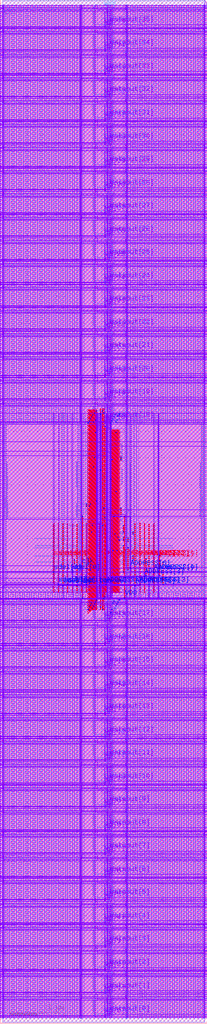
<source format=lef>
VERSION 5.8 ;
BUSBITCHARS "[]" ; 
DIVIDERCHAR "/" ; 


PROPERTYDEFINITIONS 
  MACRO CatenaDesignType STRING ; 
END PROPERTYDEFINITIONS 


MACRO srambank_64x4x36_6t122 
  CLASS BLOCK ; 
  ORIGIN 0 0 ; 
  FOREIGN srambank_64x4x36_6t122 0 0 ; 
  SIZE 38.448 BY 190.08 ; 
  SYMMETRY X Y ; 
  SITE coreSite ; 
  PIN VDD 
    DIRECTION INOUT ; 
    USE POWER ; 
    PORT 
      LAYER M4 ; 
        RECT 0.404 4.688 38.036 4.88 ; 
        RECT 0.404 9.008 38.036 9.2 ; 
        RECT 0.404 13.328 38.036 13.52 ; 
        RECT 0.404 17.648 38.036 17.84 ; 
        RECT 0.404 21.968 38.036 22.16 ; 
        RECT 0.404 26.288 38.036 26.48 ; 
        RECT 0.404 30.608 38.036 30.8 ; 
        RECT 0.404 34.928 38.036 35.12 ; 
        RECT 0.404 39.248 38.036 39.44 ; 
        RECT 0.404 43.568 38.036 43.76 ; 
        RECT 0.404 47.888 38.036 48.08 ; 
        RECT 0.404 52.208 38.036 52.4 ; 
        RECT 0.404 56.528 38.036 56.72 ; 
        RECT 0.404 60.848 38.036 61.04 ; 
        RECT 0.404 65.168 38.036 65.36 ; 
        RECT 0.404 69.488 38.036 69.68 ; 
        RECT 0.404 73.808 38.036 74 ; 
        RECT 0.404 78.128 38.036 78.32 ; 
        RECT 0.432 80.076 38.016 80.94 ; 
        RECT 22.44 78.956 23.492 79.052 ; 
        RECT 22.964 94.092 23.412 94.188 ; 
        RECT 15.768 92.748 22.68 93.612 ; 
        RECT 15.768 105.42 22.68 106.284 ; 
        RECT 0.404 114.956 38.036 115.148 ; 
        RECT 0.404 119.276 38.036 119.468 ; 
        RECT 0.404 123.596 38.036 123.788 ; 
        RECT 0.404 127.916 38.036 128.108 ; 
        RECT 0.404 132.236 38.036 132.428 ; 
        RECT 0.404 136.556 38.036 136.748 ; 
        RECT 0.404 140.876 38.036 141.068 ; 
        RECT 0.404 145.196 38.036 145.388 ; 
        RECT 0.404 149.516 38.036 149.708 ; 
        RECT 0.404 153.836 38.036 154.028 ; 
        RECT 0.404 158.156 38.036 158.348 ; 
        RECT 0.404 162.476 38.036 162.668 ; 
        RECT 0.404 166.796 38.036 166.988 ; 
        RECT 0.404 171.116 38.036 171.308 ; 
        RECT 0.404 175.436 38.036 175.628 ; 
        RECT 0.404 179.756 38.036 179.948 ; 
        RECT 0.404 184.076 38.036 184.268 ; 
        RECT 0.404 188.396 38.036 188.588 ; 
      LAYER M3 ; 
        RECT 37.908 0.866 37.98 5.506 ; 
        RECT 23.292 0.868 23.364 5.504 ; 
        RECT 17.676 1.012 18.036 5.468 ; 
        RECT 15.084 0.868 15.156 5.504 ; 
        RECT 0.468 0.866 0.54 5.506 ; 
        RECT 37.908 5.186 37.98 9.826 ; 
        RECT 23.292 5.188 23.364 9.824 ; 
        RECT 17.676 5.332 18.036 9.788 ; 
        RECT 15.084 5.188 15.156 9.824 ; 
        RECT 0.468 5.186 0.54 9.826 ; 
        RECT 37.908 9.506 37.98 14.146 ; 
        RECT 23.292 9.508 23.364 14.144 ; 
        RECT 17.676 9.652 18.036 14.108 ; 
        RECT 15.084 9.508 15.156 14.144 ; 
        RECT 0.468 9.506 0.54 14.146 ; 
        RECT 37.908 13.826 37.98 18.466 ; 
        RECT 23.292 13.828 23.364 18.464 ; 
        RECT 17.676 13.972 18.036 18.428 ; 
        RECT 15.084 13.828 15.156 18.464 ; 
        RECT 0.468 13.826 0.54 18.466 ; 
        RECT 37.908 18.146 37.98 22.786 ; 
        RECT 23.292 18.148 23.364 22.784 ; 
        RECT 17.676 18.292 18.036 22.748 ; 
        RECT 15.084 18.148 15.156 22.784 ; 
        RECT 0.468 18.146 0.54 22.786 ; 
        RECT 37.908 22.466 37.98 27.106 ; 
        RECT 23.292 22.468 23.364 27.104 ; 
        RECT 17.676 22.612 18.036 27.068 ; 
        RECT 15.084 22.468 15.156 27.104 ; 
        RECT 0.468 22.466 0.54 27.106 ; 
        RECT 37.908 26.786 37.98 31.426 ; 
        RECT 23.292 26.788 23.364 31.424 ; 
        RECT 17.676 26.932 18.036 31.388 ; 
        RECT 15.084 26.788 15.156 31.424 ; 
        RECT 0.468 26.786 0.54 31.426 ; 
        RECT 37.908 31.106 37.98 35.746 ; 
        RECT 23.292 31.108 23.364 35.744 ; 
        RECT 17.676 31.252 18.036 35.708 ; 
        RECT 15.084 31.108 15.156 35.744 ; 
        RECT 0.468 31.106 0.54 35.746 ; 
        RECT 37.908 35.426 37.98 40.066 ; 
        RECT 23.292 35.428 23.364 40.064 ; 
        RECT 17.676 35.572 18.036 40.028 ; 
        RECT 15.084 35.428 15.156 40.064 ; 
        RECT 0.468 35.426 0.54 40.066 ; 
        RECT 37.908 39.746 37.98 44.386 ; 
        RECT 23.292 39.748 23.364 44.384 ; 
        RECT 17.676 39.892 18.036 44.348 ; 
        RECT 15.084 39.748 15.156 44.384 ; 
        RECT 0.468 39.746 0.54 44.386 ; 
        RECT 37.908 44.066 37.98 48.706 ; 
        RECT 23.292 44.068 23.364 48.704 ; 
        RECT 17.676 44.212 18.036 48.668 ; 
        RECT 15.084 44.068 15.156 48.704 ; 
        RECT 0.468 44.066 0.54 48.706 ; 
        RECT 37.908 48.386 37.98 53.026 ; 
        RECT 23.292 48.388 23.364 53.024 ; 
        RECT 17.676 48.532 18.036 52.988 ; 
        RECT 15.084 48.388 15.156 53.024 ; 
        RECT 0.468 48.386 0.54 53.026 ; 
        RECT 37.908 52.706 37.98 57.346 ; 
        RECT 23.292 52.708 23.364 57.344 ; 
        RECT 17.676 52.852 18.036 57.308 ; 
        RECT 15.084 52.708 15.156 57.344 ; 
        RECT 0.468 52.706 0.54 57.346 ; 
        RECT 37.908 57.026 37.98 61.666 ; 
        RECT 23.292 57.028 23.364 61.664 ; 
        RECT 17.676 57.172 18.036 61.628 ; 
        RECT 15.084 57.028 15.156 61.664 ; 
        RECT 0.468 57.026 0.54 61.666 ; 
        RECT 37.908 61.346 37.98 65.986 ; 
        RECT 23.292 61.348 23.364 65.984 ; 
        RECT 17.676 61.492 18.036 65.948 ; 
        RECT 15.084 61.348 15.156 65.984 ; 
        RECT 0.468 61.346 0.54 65.986 ; 
        RECT 37.908 65.666 37.98 70.306 ; 
        RECT 23.292 65.668 23.364 70.304 ; 
        RECT 17.676 65.812 18.036 70.268 ; 
        RECT 15.084 65.668 15.156 70.304 ; 
        RECT 0.468 65.666 0.54 70.306 ; 
        RECT 37.908 69.986 37.98 74.626 ; 
        RECT 23.292 69.988 23.364 74.624 ; 
        RECT 17.676 70.132 18.036 74.588 ; 
        RECT 15.084 69.988 15.156 74.624 ; 
        RECT 0.468 69.986 0.54 74.626 ; 
        RECT 37.908 74.306 37.98 78.946 ; 
        RECT 23.292 74.308 23.364 78.944 ; 
        RECT 17.676 74.452 18.036 78.908 ; 
        RECT 15.084 74.308 15.156 78.944 ; 
        RECT 0.468 74.306 0.54 78.946 ; 
        RECT 37.908 78.626 37.98 111.454 ; 
        RECT 23.292 78.944 23.364 79.31 ; 
        RECT 23.292 93.904 23.364 111.344 ; 
        RECT 17.82 79.92 18.756 110.252 ; 
        RECT 17.676 109.908 18.036 112.048 ; 
        RECT 17.676 78.8 18.036 80.94 ; 
        RECT 0.468 78.626 0.54 111.454 ; 
        RECT 37.908 111.134 37.98 115.774 ; 
        RECT 23.292 111.136 23.364 115.772 ; 
        RECT 17.676 111.28 18.036 115.736 ; 
        RECT 15.084 111.136 15.156 115.772 ; 
        RECT 0.468 111.134 0.54 115.774 ; 
        RECT 37.908 115.454 37.98 120.094 ; 
        RECT 23.292 115.456 23.364 120.092 ; 
        RECT 17.676 115.6 18.036 120.056 ; 
        RECT 15.084 115.456 15.156 120.092 ; 
        RECT 0.468 115.454 0.54 120.094 ; 
        RECT 37.908 119.774 37.98 124.414 ; 
        RECT 23.292 119.776 23.364 124.412 ; 
        RECT 17.676 119.92 18.036 124.376 ; 
        RECT 15.084 119.776 15.156 124.412 ; 
        RECT 0.468 119.774 0.54 124.414 ; 
        RECT 37.908 124.094 37.98 128.734 ; 
        RECT 23.292 124.096 23.364 128.732 ; 
        RECT 17.676 124.24 18.036 128.696 ; 
        RECT 15.084 124.096 15.156 128.732 ; 
        RECT 0.468 124.094 0.54 128.734 ; 
        RECT 37.908 128.414 37.98 133.054 ; 
        RECT 23.292 128.416 23.364 133.052 ; 
        RECT 17.676 128.56 18.036 133.016 ; 
        RECT 15.084 128.416 15.156 133.052 ; 
        RECT 0.468 128.414 0.54 133.054 ; 
        RECT 37.908 132.734 37.98 137.374 ; 
        RECT 23.292 132.736 23.364 137.372 ; 
        RECT 17.676 132.88 18.036 137.336 ; 
        RECT 15.084 132.736 15.156 137.372 ; 
        RECT 0.468 132.734 0.54 137.374 ; 
        RECT 37.908 137.054 37.98 141.694 ; 
        RECT 23.292 137.056 23.364 141.692 ; 
        RECT 17.676 137.2 18.036 141.656 ; 
        RECT 15.084 137.056 15.156 141.692 ; 
        RECT 0.468 137.054 0.54 141.694 ; 
        RECT 37.908 141.374 37.98 146.014 ; 
        RECT 23.292 141.376 23.364 146.012 ; 
        RECT 17.676 141.52 18.036 145.976 ; 
        RECT 15.084 141.376 15.156 146.012 ; 
        RECT 0.468 141.374 0.54 146.014 ; 
        RECT 37.908 145.694 37.98 150.334 ; 
        RECT 23.292 145.696 23.364 150.332 ; 
        RECT 17.676 145.84 18.036 150.296 ; 
        RECT 15.084 145.696 15.156 150.332 ; 
        RECT 0.468 145.694 0.54 150.334 ; 
        RECT 37.908 150.014 37.98 154.654 ; 
        RECT 23.292 150.016 23.364 154.652 ; 
        RECT 17.676 150.16 18.036 154.616 ; 
        RECT 15.084 150.016 15.156 154.652 ; 
        RECT 0.468 150.014 0.54 154.654 ; 
        RECT 37.908 154.334 37.98 158.974 ; 
        RECT 23.292 154.336 23.364 158.972 ; 
        RECT 17.676 154.48 18.036 158.936 ; 
        RECT 15.084 154.336 15.156 158.972 ; 
        RECT 0.468 154.334 0.54 158.974 ; 
        RECT 37.908 158.654 37.98 163.294 ; 
        RECT 23.292 158.656 23.364 163.292 ; 
        RECT 17.676 158.8 18.036 163.256 ; 
        RECT 15.084 158.656 15.156 163.292 ; 
        RECT 0.468 158.654 0.54 163.294 ; 
        RECT 37.908 162.974 37.98 167.614 ; 
        RECT 23.292 162.976 23.364 167.612 ; 
        RECT 17.676 163.12 18.036 167.576 ; 
        RECT 15.084 162.976 15.156 167.612 ; 
        RECT 0.468 162.974 0.54 167.614 ; 
        RECT 37.908 167.294 37.98 171.934 ; 
        RECT 23.292 167.296 23.364 171.932 ; 
        RECT 17.676 167.44 18.036 171.896 ; 
        RECT 15.084 167.296 15.156 171.932 ; 
        RECT 0.468 167.294 0.54 171.934 ; 
        RECT 37.908 171.614 37.98 176.254 ; 
        RECT 23.292 171.616 23.364 176.252 ; 
        RECT 17.676 171.76 18.036 176.216 ; 
        RECT 15.084 171.616 15.156 176.252 ; 
        RECT 0.468 171.614 0.54 176.254 ; 
        RECT 37.908 175.934 37.98 180.574 ; 
        RECT 23.292 175.936 23.364 180.572 ; 
        RECT 17.676 176.08 18.036 180.536 ; 
        RECT 15.084 175.936 15.156 180.572 ; 
        RECT 0.468 175.934 0.54 180.574 ; 
        RECT 37.908 180.254 37.98 184.894 ; 
        RECT 23.292 180.256 23.364 184.892 ; 
        RECT 17.676 180.4 18.036 184.856 ; 
        RECT 15.084 180.256 15.156 184.892 ; 
        RECT 0.468 180.254 0.54 184.894 ; 
        RECT 37.908 184.574 37.98 189.214 ; 
        RECT 23.292 184.576 23.364 189.212 ; 
        RECT 17.676 184.72 18.036 189.176 ; 
        RECT 15.084 184.576 15.156 189.212 ; 
        RECT 0.468 184.574 0.54 189.214 ; 
      LAYER V3 ; 
        RECT 0.468 4.688 0.54 4.88 ; 
        RECT 15.084 4.688 15.156 4.88 ; 
        RECT 17.676 4.688 18.036 4.88 ; 
        RECT 23.292 4.688 23.364 4.88 ; 
        RECT 37.908 4.688 37.98 4.88 ; 
        RECT 0.468 9.008 0.54 9.2 ; 
        RECT 15.084 9.008 15.156 9.2 ; 
        RECT 17.676 9.008 18.036 9.2 ; 
        RECT 23.292 9.008 23.364 9.2 ; 
        RECT 37.908 9.008 37.98 9.2 ; 
        RECT 0.468 13.328 0.54 13.52 ; 
        RECT 15.084 13.328 15.156 13.52 ; 
        RECT 17.676 13.328 18.036 13.52 ; 
        RECT 23.292 13.328 23.364 13.52 ; 
        RECT 37.908 13.328 37.98 13.52 ; 
        RECT 0.468 17.648 0.54 17.84 ; 
        RECT 15.084 17.648 15.156 17.84 ; 
        RECT 17.676 17.648 18.036 17.84 ; 
        RECT 23.292 17.648 23.364 17.84 ; 
        RECT 37.908 17.648 37.98 17.84 ; 
        RECT 0.468 21.968 0.54 22.16 ; 
        RECT 15.084 21.968 15.156 22.16 ; 
        RECT 17.676 21.968 18.036 22.16 ; 
        RECT 23.292 21.968 23.364 22.16 ; 
        RECT 37.908 21.968 37.98 22.16 ; 
        RECT 0.468 26.288 0.54 26.48 ; 
        RECT 15.084 26.288 15.156 26.48 ; 
        RECT 17.676 26.288 18.036 26.48 ; 
        RECT 23.292 26.288 23.364 26.48 ; 
        RECT 37.908 26.288 37.98 26.48 ; 
        RECT 0.468 30.608 0.54 30.8 ; 
        RECT 15.084 30.608 15.156 30.8 ; 
        RECT 17.676 30.608 18.036 30.8 ; 
        RECT 23.292 30.608 23.364 30.8 ; 
        RECT 37.908 30.608 37.98 30.8 ; 
        RECT 0.468 34.928 0.54 35.12 ; 
        RECT 15.084 34.928 15.156 35.12 ; 
        RECT 17.676 34.928 18.036 35.12 ; 
        RECT 23.292 34.928 23.364 35.12 ; 
        RECT 37.908 34.928 37.98 35.12 ; 
        RECT 0.468 39.248 0.54 39.44 ; 
        RECT 15.084 39.248 15.156 39.44 ; 
        RECT 17.676 39.248 18.036 39.44 ; 
        RECT 23.292 39.248 23.364 39.44 ; 
        RECT 37.908 39.248 37.98 39.44 ; 
        RECT 0.468 43.568 0.54 43.76 ; 
        RECT 15.084 43.568 15.156 43.76 ; 
        RECT 17.676 43.568 18.036 43.76 ; 
        RECT 23.292 43.568 23.364 43.76 ; 
        RECT 37.908 43.568 37.98 43.76 ; 
        RECT 0.468 47.888 0.54 48.08 ; 
        RECT 15.084 47.888 15.156 48.08 ; 
        RECT 17.676 47.888 18.036 48.08 ; 
        RECT 23.292 47.888 23.364 48.08 ; 
        RECT 37.908 47.888 37.98 48.08 ; 
        RECT 0.468 52.208 0.54 52.4 ; 
        RECT 15.084 52.208 15.156 52.4 ; 
        RECT 17.676 52.208 18.036 52.4 ; 
        RECT 23.292 52.208 23.364 52.4 ; 
        RECT 37.908 52.208 37.98 52.4 ; 
        RECT 0.468 56.528 0.54 56.72 ; 
        RECT 15.084 56.528 15.156 56.72 ; 
        RECT 17.676 56.528 18.036 56.72 ; 
        RECT 23.292 56.528 23.364 56.72 ; 
        RECT 37.908 56.528 37.98 56.72 ; 
        RECT 0.468 60.848 0.54 61.04 ; 
        RECT 15.084 60.848 15.156 61.04 ; 
        RECT 17.676 60.848 18.036 61.04 ; 
        RECT 23.292 60.848 23.364 61.04 ; 
        RECT 37.908 60.848 37.98 61.04 ; 
        RECT 0.468 65.168 0.54 65.36 ; 
        RECT 15.084 65.168 15.156 65.36 ; 
        RECT 17.676 65.168 18.036 65.36 ; 
        RECT 23.292 65.168 23.364 65.36 ; 
        RECT 37.908 65.168 37.98 65.36 ; 
        RECT 0.468 69.488 0.54 69.68 ; 
        RECT 15.084 69.488 15.156 69.68 ; 
        RECT 17.676 69.488 18.036 69.68 ; 
        RECT 23.292 69.488 23.364 69.68 ; 
        RECT 37.908 69.488 37.98 69.68 ; 
        RECT 0.468 73.808 0.54 74 ; 
        RECT 15.084 73.808 15.156 74 ; 
        RECT 17.676 73.808 18.036 74 ; 
        RECT 23.292 73.808 23.364 74 ; 
        RECT 37.908 73.808 37.98 74 ; 
        RECT 0.468 78.128 0.54 78.32 ; 
        RECT 15.084 78.128 15.156 78.32 ; 
        RECT 17.676 78.128 18.036 78.32 ; 
        RECT 23.292 78.128 23.364 78.32 ; 
        RECT 37.908 78.128 37.98 78.32 ; 
        RECT 0.468 80.076 0.54 80.94 ; 
        RECT 17.836 105.42 17.908 106.284 ; 
        RECT 17.836 92.748 17.908 93.612 ; 
        RECT 17.836 80.076 17.908 80.94 ; 
        RECT 18.044 105.42 18.116 106.284 ; 
        RECT 18.044 92.748 18.116 93.612 ; 
        RECT 18.044 80.076 18.116 80.94 ; 
        RECT 18.252 105.42 18.324 106.284 ; 
        RECT 18.252 92.748 18.324 93.612 ; 
        RECT 18.252 80.076 18.324 80.94 ; 
        RECT 18.46 105.42 18.532 106.284 ; 
        RECT 18.46 92.748 18.532 93.612 ; 
        RECT 18.46 80.076 18.532 80.94 ; 
        RECT 18.668 105.42 18.74 106.284 ; 
        RECT 18.668 92.748 18.74 93.612 ; 
        RECT 18.668 80.076 18.74 80.94 ; 
        RECT 23.292 94.092 23.364 94.188 ; 
        RECT 23.292 78.956 23.364 79.052 ; 
        RECT 0.468 114.956 0.54 115.148 ; 
        RECT 15.084 114.956 15.156 115.148 ; 
        RECT 17.676 114.956 18.036 115.148 ; 
        RECT 23.292 114.956 23.364 115.148 ; 
        RECT 37.908 114.956 37.98 115.148 ; 
        RECT 0.468 119.276 0.54 119.468 ; 
        RECT 15.084 119.276 15.156 119.468 ; 
        RECT 17.676 119.276 18.036 119.468 ; 
        RECT 23.292 119.276 23.364 119.468 ; 
        RECT 37.908 119.276 37.98 119.468 ; 
        RECT 0.468 123.596 0.54 123.788 ; 
        RECT 15.084 123.596 15.156 123.788 ; 
        RECT 17.676 123.596 18.036 123.788 ; 
        RECT 23.292 123.596 23.364 123.788 ; 
        RECT 37.908 123.596 37.98 123.788 ; 
        RECT 0.468 127.916 0.54 128.108 ; 
        RECT 15.084 127.916 15.156 128.108 ; 
        RECT 17.676 127.916 18.036 128.108 ; 
        RECT 23.292 127.916 23.364 128.108 ; 
        RECT 37.908 127.916 37.98 128.108 ; 
        RECT 0.468 132.236 0.54 132.428 ; 
        RECT 15.084 132.236 15.156 132.428 ; 
        RECT 17.676 132.236 18.036 132.428 ; 
        RECT 23.292 132.236 23.364 132.428 ; 
        RECT 37.908 132.236 37.98 132.428 ; 
        RECT 0.468 136.556 0.54 136.748 ; 
        RECT 15.084 136.556 15.156 136.748 ; 
        RECT 17.676 136.556 18.036 136.748 ; 
        RECT 23.292 136.556 23.364 136.748 ; 
        RECT 37.908 136.556 37.98 136.748 ; 
        RECT 0.468 140.876 0.54 141.068 ; 
        RECT 15.084 140.876 15.156 141.068 ; 
        RECT 17.676 140.876 18.036 141.068 ; 
        RECT 23.292 140.876 23.364 141.068 ; 
        RECT 37.908 140.876 37.98 141.068 ; 
        RECT 0.468 145.196 0.54 145.388 ; 
        RECT 15.084 145.196 15.156 145.388 ; 
        RECT 17.676 145.196 18.036 145.388 ; 
        RECT 23.292 145.196 23.364 145.388 ; 
        RECT 37.908 145.196 37.98 145.388 ; 
        RECT 0.468 149.516 0.54 149.708 ; 
        RECT 15.084 149.516 15.156 149.708 ; 
        RECT 17.676 149.516 18.036 149.708 ; 
        RECT 23.292 149.516 23.364 149.708 ; 
        RECT 37.908 149.516 37.98 149.708 ; 
        RECT 0.468 153.836 0.54 154.028 ; 
        RECT 15.084 153.836 15.156 154.028 ; 
        RECT 17.676 153.836 18.036 154.028 ; 
        RECT 23.292 153.836 23.364 154.028 ; 
        RECT 37.908 153.836 37.98 154.028 ; 
        RECT 0.468 158.156 0.54 158.348 ; 
        RECT 15.084 158.156 15.156 158.348 ; 
        RECT 17.676 158.156 18.036 158.348 ; 
        RECT 23.292 158.156 23.364 158.348 ; 
        RECT 37.908 158.156 37.98 158.348 ; 
        RECT 0.468 162.476 0.54 162.668 ; 
        RECT 15.084 162.476 15.156 162.668 ; 
        RECT 17.676 162.476 18.036 162.668 ; 
        RECT 23.292 162.476 23.364 162.668 ; 
        RECT 37.908 162.476 37.98 162.668 ; 
        RECT 0.468 166.796 0.54 166.988 ; 
        RECT 15.084 166.796 15.156 166.988 ; 
        RECT 17.676 166.796 18.036 166.988 ; 
        RECT 23.292 166.796 23.364 166.988 ; 
        RECT 37.908 166.796 37.98 166.988 ; 
        RECT 0.468 171.116 0.54 171.308 ; 
        RECT 15.084 171.116 15.156 171.308 ; 
        RECT 17.676 171.116 18.036 171.308 ; 
        RECT 23.292 171.116 23.364 171.308 ; 
        RECT 37.908 171.116 37.98 171.308 ; 
        RECT 0.468 175.436 0.54 175.628 ; 
        RECT 15.084 175.436 15.156 175.628 ; 
        RECT 17.676 175.436 18.036 175.628 ; 
        RECT 23.292 175.436 23.364 175.628 ; 
        RECT 37.908 175.436 37.98 175.628 ; 
        RECT 0.468 179.756 0.54 179.948 ; 
        RECT 15.084 179.756 15.156 179.948 ; 
        RECT 17.676 179.756 18.036 179.948 ; 
        RECT 23.292 179.756 23.364 179.948 ; 
        RECT 37.908 179.756 37.98 179.948 ; 
        RECT 0.468 184.076 0.54 184.268 ; 
        RECT 15.084 184.076 15.156 184.268 ; 
        RECT 17.676 184.076 18.036 184.268 ; 
        RECT 23.292 184.076 23.364 184.268 ; 
        RECT 37.908 184.076 37.98 184.268 ; 
        RECT 0.468 188.396 0.54 188.588 ; 
        RECT 15.084 188.396 15.156 188.588 ; 
        RECT 17.676 188.396 18.036 188.588 ; 
        RECT 23.292 188.396 23.364 188.588 ; 
        RECT 37.908 188.396 37.98 188.588 ; 
      LAYER M5 ; 
        RECT 23.036 78.884 23.132 94.26 ; 
      LAYER V4 ; 
        RECT 23.036 94.092 23.132 94.188 ; 
        RECT 23.036 78.956 23.132 79.052 ; 
    END 
  END VDD 
  PIN VSS 
    DIRECTION INOUT ; 
    USE POWER ; 
    PORT 
      LAYER M4 ; 
        RECT 0.404 4.304 38.016 4.496 ; 
        RECT 0.404 8.624 38.016 8.816 ; 
        RECT 0.404 12.944 38.016 13.136 ; 
        RECT 0.404 17.264 38.016 17.456 ; 
        RECT 0.404 21.584 38.016 21.776 ; 
        RECT 0.404 25.904 38.016 26.096 ; 
        RECT 0.404 30.224 38.016 30.416 ; 
        RECT 0.404 34.544 38.016 34.736 ; 
        RECT 0.404 38.864 38.016 39.056 ; 
        RECT 0.404 43.184 38.016 43.376 ; 
        RECT 0.404 47.504 38.016 47.696 ; 
        RECT 0.404 51.824 38.016 52.016 ; 
        RECT 0.404 56.144 38.016 56.336 ; 
        RECT 0.404 60.464 38.016 60.656 ; 
        RECT 0.404 64.784 38.016 64.976 ; 
        RECT 0.404 69.104 38.016 69.296 ; 
        RECT 0.404 73.424 38.016 73.616 ; 
        RECT 0.404 77.744 38.016 77.936 ; 
        RECT 0.432 81.804 38.016 82.668 ; 
        RECT 15.768 94.476 22.68 95.34 ; 
        RECT 15.768 107.148 22.68 108.012 ; 
        RECT 0.404 114.572 38.016 114.764 ; 
        RECT 0.404 118.892 38.016 119.084 ; 
        RECT 0.404 123.212 38.016 123.404 ; 
        RECT 0.404 127.532 38.016 127.724 ; 
        RECT 0.404 131.852 38.016 132.044 ; 
        RECT 0.404 136.172 38.016 136.364 ; 
        RECT 0.404 140.492 38.016 140.684 ; 
        RECT 0.404 144.812 38.016 145.004 ; 
        RECT 0.404 149.132 38.016 149.324 ; 
        RECT 0.404 153.452 38.016 153.644 ; 
        RECT 0.404 157.772 38.016 157.964 ; 
        RECT 0.404 162.092 38.016 162.284 ; 
        RECT 0.404 166.412 38.016 166.604 ; 
        RECT 0.404 170.732 38.016 170.924 ; 
        RECT 0.404 175.052 38.016 175.244 ; 
        RECT 0.404 179.372 38.016 179.564 ; 
        RECT 0.404 183.692 38.016 183.884 ; 
        RECT 0.404 188.012 38.016 188.204 ; 
      LAYER M3 ; 
        RECT 37.764 0.866 37.836 5.506 ; 
        RECT 23.508 0.866 23.58 5.506 ; 
        RECT 20.448 1.012 20.592 5.468 ; 
        RECT 19.836 1.012 19.944 5.468 ; 
        RECT 14.868 0.866 14.94 5.506 ; 
        RECT 0.612 0.866 0.684 5.506 ; 
        RECT 37.764 5.186 37.836 9.826 ; 
        RECT 23.508 5.186 23.58 9.826 ; 
        RECT 20.448 5.332 20.592 9.788 ; 
        RECT 19.836 5.332 19.944 9.788 ; 
        RECT 14.868 5.186 14.94 9.826 ; 
        RECT 0.612 5.186 0.684 9.826 ; 
        RECT 37.764 9.506 37.836 14.146 ; 
        RECT 23.508 9.506 23.58 14.146 ; 
        RECT 20.448 9.652 20.592 14.108 ; 
        RECT 19.836 9.652 19.944 14.108 ; 
        RECT 14.868 9.506 14.94 14.146 ; 
        RECT 0.612 9.506 0.684 14.146 ; 
        RECT 37.764 13.826 37.836 18.466 ; 
        RECT 23.508 13.826 23.58 18.466 ; 
        RECT 20.448 13.972 20.592 18.428 ; 
        RECT 19.836 13.972 19.944 18.428 ; 
        RECT 14.868 13.826 14.94 18.466 ; 
        RECT 0.612 13.826 0.684 18.466 ; 
        RECT 37.764 18.146 37.836 22.786 ; 
        RECT 23.508 18.146 23.58 22.786 ; 
        RECT 20.448 18.292 20.592 22.748 ; 
        RECT 19.836 18.292 19.944 22.748 ; 
        RECT 14.868 18.146 14.94 22.786 ; 
        RECT 0.612 18.146 0.684 22.786 ; 
        RECT 37.764 22.466 37.836 27.106 ; 
        RECT 23.508 22.466 23.58 27.106 ; 
        RECT 20.448 22.612 20.592 27.068 ; 
        RECT 19.836 22.612 19.944 27.068 ; 
        RECT 14.868 22.466 14.94 27.106 ; 
        RECT 0.612 22.466 0.684 27.106 ; 
        RECT 37.764 26.786 37.836 31.426 ; 
        RECT 23.508 26.786 23.58 31.426 ; 
        RECT 20.448 26.932 20.592 31.388 ; 
        RECT 19.836 26.932 19.944 31.388 ; 
        RECT 14.868 26.786 14.94 31.426 ; 
        RECT 0.612 26.786 0.684 31.426 ; 
        RECT 37.764 31.106 37.836 35.746 ; 
        RECT 23.508 31.106 23.58 35.746 ; 
        RECT 20.448 31.252 20.592 35.708 ; 
        RECT 19.836 31.252 19.944 35.708 ; 
        RECT 14.868 31.106 14.94 35.746 ; 
        RECT 0.612 31.106 0.684 35.746 ; 
        RECT 37.764 35.426 37.836 40.066 ; 
        RECT 23.508 35.426 23.58 40.066 ; 
        RECT 20.448 35.572 20.592 40.028 ; 
        RECT 19.836 35.572 19.944 40.028 ; 
        RECT 14.868 35.426 14.94 40.066 ; 
        RECT 0.612 35.426 0.684 40.066 ; 
        RECT 37.764 39.746 37.836 44.386 ; 
        RECT 23.508 39.746 23.58 44.386 ; 
        RECT 20.448 39.892 20.592 44.348 ; 
        RECT 19.836 39.892 19.944 44.348 ; 
        RECT 14.868 39.746 14.94 44.386 ; 
        RECT 0.612 39.746 0.684 44.386 ; 
        RECT 37.764 44.066 37.836 48.706 ; 
        RECT 23.508 44.066 23.58 48.706 ; 
        RECT 20.448 44.212 20.592 48.668 ; 
        RECT 19.836 44.212 19.944 48.668 ; 
        RECT 14.868 44.066 14.94 48.706 ; 
        RECT 0.612 44.066 0.684 48.706 ; 
        RECT 37.764 48.386 37.836 53.026 ; 
        RECT 23.508 48.386 23.58 53.026 ; 
        RECT 20.448 48.532 20.592 52.988 ; 
        RECT 19.836 48.532 19.944 52.988 ; 
        RECT 14.868 48.386 14.94 53.026 ; 
        RECT 0.612 48.386 0.684 53.026 ; 
        RECT 37.764 52.706 37.836 57.346 ; 
        RECT 23.508 52.706 23.58 57.346 ; 
        RECT 20.448 52.852 20.592 57.308 ; 
        RECT 19.836 52.852 19.944 57.308 ; 
        RECT 14.868 52.706 14.94 57.346 ; 
        RECT 0.612 52.706 0.684 57.346 ; 
        RECT 37.764 57.026 37.836 61.666 ; 
        RECT 23.508 57.026 23.58 61.666 ; 
        RECT 20.448 57.172 20.592 61.628 ; 
        RECT 19.836 57.172 19.944 61.628 ; 
        RECT 14.868 57.026 14.94 61.666 ; 
        RECT 0.612 57.026 0.684 61.666 ; 
        RECT 37.764 61.346 37.836 65.986 ; 
        RECT 23.508 61.346 23.58 65.986 ; 
        RECT 20.448 61.492 20.592 65.948 ; 
        RECT 19.836 61.492 19.944 65.948 ; 
        RECT 14.868 61.346 14.94 65.986 ; 
        RECT 0.612 61.346 0.684 65.986 ; 
        RECT 37.764 65.666 37.836 70.306 ; 
        RECT 23.508 65.666 23.58 70.306 ; 
        RECT 20.448 65.812 20.592 70.268 ; 
        RECT 19.836 65.812 19.944 70.268 ; 
        RECT 14.868 65.666 14.94 70.306 ; 
        RECT 0.612 65.666 0.684 70.306 ; 
        RECT 37.764 69.986 37.836 74.626 ; 
        RECT 23.508 69.986 23.58 74.626 ; 
        RECT 20.448 70.132 20.592 74.588 ; 
        RECT 19.836 70.132 19.944 74.588 ; 
        RECT 14.868 69.986 14.94 74.626 ; 
        RECT 0.612 69.986 0.684 74.626 ; 
        RECT 37.764 74.306 37.836 78.946 ; 
        RECT 23.508 74.306 23.58 78.946 ; 
        RECT 20.448 74.452 20.592 78.908 ; 
        RECT 19.836 74.452 19.944 78.908 ; 
        RECT 14.868 74.306 14.94 78.946 ; 
        RECT 0.612 74.306 0.684 78.946 ; 
        RECT 37.764 78.626 37.836 111.454 ; 
        RECT 23.508 78.626 23.58 111.454 ; 
        RECT 19.692 79.52 20.628 110.252 ; 
        RECT 20.448 78.8 20.592 111.348 ; 
        RECT 19.836 78.8 19.944 111.336 ; 
        RECT 14.868 78.626 14.94 111.454 ; 
        RECT 0.612 78.626 0.684 111.454 ; 
        RECT 37.764 111.134 37.836 115.774 ; 
        RECT 23.508 111.134 23.58 115.774 ; 
        RECT 20.448 111.28 20.592 115.736 ; 
        RECT 19.836 111.28 19.944 115.736 ; 
        RECT 14.868 111.134 14.94 115.774 ; 
        RECT 0.612 111.134 0.684 115.774 ; 
        RECT 37.764 115.454 37.836 120.094 ; 
        RECT 23.508 115.454 23.58 120.094 ; 
        RECT 20.448 115.6 20.592 120.056 ; 
        RECT 19.836 115.6 19.944 120.056 ; 
        RECT 14.868 115.454 14.94 120.094 ; 
        RECT 0.612 115.454 0.684 120.094 ; 
        RECT 37.764 119.774 37.836 124.414 ; 
        RECT 23.508 119.774 23.58 124.414 ; 
        RECT 20.448 119.92 20.592 124.376 ; 
        RECT 19.836 119.92 19.944 124.376 ; 
        RECT 14.868 119.774 14.94 124.414 ; 
        RECT 0.612 119.774 0.684 124.414 ; 
        RECT 37.764 124.094 37.836 128.734 ; 
        RECT 23.508 124.094 23.58 128.734 ; 
        RECT 20.448 124.24 20.592 128.696 ; 
        RECT 19.836 124.24 19.944 128.696 ; 
        RECT 14.868 124.094 14.94 128.734 ; 
        RECT 0.612 124.094 0.684 128.734 ; 
        RECT 37.764 128.414 37.836 133.054 ; 
        RECT 23.508 128.414 23.58 133.054 ; 
        RECT 20.448 128.56 20.592 133.016 ; 
        RECT 19.836 128.56 19.944 133.016 ; 
        RECT 14.868 128.414 14.94 133.054 ; 
        RECT 0.612 128.414 0.684 133.054 ; 
        RECT 37.764 132.734 37.836 137.374 ; 
        RECT 23.508 132.734 23.58 137.374 ; 
        RECT 20.448 132.88 20.592 137.336 ; 
        RECT 19.836 132.88 19.944 137.336 ; 
        RECT 14.868 132.734 14.94 137.374 ; 
        RECT 0.612 132.734 0.684 137.374 ; 
        RECT 37.764 137.054 37.836 141.694 ; 
        RECT 23.508 137.054 23.58 141.694 ; 
        RECT 20.448 137.2 20.592 141.656 ; 
        RECT 19.836 137.2 19.944 141.656 ; 
        RECT 14.868 137.054 14.94 141.694 ; 
        RECT 0.612 137.054 0.684 141.694 ; 
        RECT 37.764 141.374 37.836 146.014 ; 
        RECT 23.508 141.374 23.58 146.014 ; 
        RECT 20.448 141.52 20.592 145.976 ; 
        RECT 19.836 141.52 19.944 145.976 ; 
        RECT 14.868 141.374 14.94 146.014 ; 
        RECT 0.612 141.374 0.684 146.014 ; 
        RECT 37.764 145.694 37.836 150.334 ; 
        RECT 23.508 145.694 23.58 150.334 ; 
        RECT 20.448 145.84 20.592 150.296 ; 
        RECT 19.836 145.84 19.944 150.296 ; 
        RECT 14.868 145.694 14.94 150.334 ; 
        RECT 0.612 145.694 0.684 150.334 ; 
        RECT 37.764 150.014 37.836 154.654 ; 
        RECT 23.508 150.014 23.58 154.654 ; 
        RECT 20.448 150.16 20.592 154.616 ; 
        RECT 19.836 150.16 19.944 154.616 ; 
        RECT 14.868 150.014 14.94 154.654 ; 
        RECT 0.612 150.014 0.684 154.654 ; 
        RECT 37.764 154.334 37.836 158.974 ; 
        RECT 23.508 154.334 23.58 158.974 ; 
        RECT 20.448 154.48 20.592 158.936 ; 
        RECT 19.836 154.48 19.944 158.936 ; 
        RECT 14.868 154.334 14.94 158.974 ; 
        RECT 0.612 154.334 0.684 158.974 ; 
        RECT 37.764 158.654 37.836 163.294 ; 
        RECT 23.508 158.654 23.58 163.294 ; 
        RECT 20.448 158.8 20.592 163.256 ; 
        RECT 19.836 158.8 19.944 163.256 ; 
        RECT 14.868 158.654 14.94 163.294 ; 
        RECT 0.612 158.654 0.684 163.294 ; 
        RECT 37.764 162.974 37.836 167.614 ; 
        RECT 23.508 162.974 23.58 167.614 ; 
        RECT 20.448 163.12 20.592 167.576 ; 
        RECT 19.836 163.12 19.944 167.576 ; 
        RECT 14.868 162.974 14.94 167.614 ; 
        RECT 0.612 162.974 0.684 167.614 ; 
        RECT 37.764 167.294 37.836 171.934 ; 
        RECT 23.508 167.294 23.58 171.934 ; 
        RECT 20.448 167.44 20.592 171.896 ; 
        RECT 19.836 167.44 19.944 171.896 ; 
        RECT 14.868 167.294 14.94 171.934 ; 
        RECT 0.612 167.294 0.684 171.934 ; 
        RECT 37.764 171.614 37.836 176.254 ; 
        RECT 23.508 171.614 23.58 176.254 ; 
        RECT 20.448 171.76 20.592 176.216 ; 
        RECT 19.836 171.76 19.944 176.216 ; 
        RECT 14.868 171.614 14.94 176.254 ; 
        RECT 0.612 171.614 0.684 176.254 ; 
        RECT 37.764 175.934 37.836 180.574 ; 
        RECT 23.508 175.934 23.58 180.574 ; 
        RECT 20.448 176.08 20.592 180.536 ; 
        RECT 19.836 176.08 19.944 180.536 ; 
        RECT 14.868 175.934 14.94 180.574 ; 
        RECT 0.612 175.934 0.684 180.574 ; 
        RECT 37.764 180.254 37.836 184.894 ; 
        RECT 23.508 180.254 23.58 184.894 ; 
        RECT 20.448 180.4 20.592 184.856 ; 
        RECT 19.836 180.4 19.944 184.856 ; 
        RECT 14.868 180.254 14.94 184.894 ; 
        RECT 0.612 180.254 0.684 184.894 ; 
        RECT 37.764 184.574 37.836 189.214 ; 
        RECT 23.508 184.574 23.58 189.214 ; 
        RECT 20.448 184.72 20.592 189.176 ; 
        RECT 19.836 184.72 19.944 189.176 ; 
        RECT 14.868 184.574 14.94 189.214 ; 
        RECT 0.612 184.574 0.684 189.214 ; 
      LAYER V3 ; 
        RECT 0.612 4.304 0.684 4.496 ; 
        RECT 14.868 4.304 14.94 4.496 ; 
        RECT 19.836 4.304 19.944 4.496 ; 
        RECT 20.448 4.304 20.592 4.496 ; 
        RECT 23.508 4.304 23.58 4.496 ; 
        RECT 37.764 4.304 37.836 4.496 ; 
        RECT 0.612 8.624 0.684 8.816 ; 
        RECT 14.868 8.624 14.94 8.816 ; 
        RECT 19.836 8.624 19.944 8.816 ; 
        RECT 20.448 8.624 20.592 8.816 ; 
        RECT 23.508 8.624 23.58 8.816 ; 
        RECT 37.764 8.624 37.836 8.816 ; 
        RECT 0.612 12.944 0.684 13.136 ; 
        RECT 14.868 12.944 14.94 13.136 ; 
        RECT 19.836 12.944 19.944 13.136 ; 
        RECT 20.448 12.944 20.592 13.136 ; 
        RECT 23.508 12.944 23.58 13.136 ; 
        RECT 37.764 12.944 37.836 13.136 ; 
        RECT 0.612 17.264 0.684 17.456 ; 
        RECT 14.868 17.264 14.94 17.456 ; 
        RECT 19.836 17.264 19.944 17.456 ; 
        RECT 20.448 17.264 20.592 17.456 ; 
        RECT 23.508 17.264 23.58 17.456 ; 
        RECT 37.764 17.264 37.836 17.456 ; 
        RECT 0.612 21.584 0.684 21.776 ; 
        RECT 14.868 21.584 14.94 21.776 ; 
        RECT 19.836 21.584 19.944 21.776 ; 
        RECT 20.448 21.584 20.592 21.776 ; 
        RECT 23.508 21.584 23.58 21.776 ; 
        RECT 37.764 21.584 37.836 21.776 ; 
        RECT 0.612 25.904 0.684 26.096 ; 
        RECT 14.868 25.904 14.94 26.096 ; 
        RECT 19.836 25.904 19.944 26.096 ; 
        RECT 20.448 25.904 20.592 26.096 ; 
        RECT 23.508 25.904 23.58 26.096 ; 
        RECT 37.764 25.904 37.836 26.096 ; 
        RECT 0.612 30.224 0.684 30.416 ; 
        RECT 14.868 30.224 14.94 30.416 ; 
        RECT 19.836 30.224 19.944 30.416 ; 
        RECT 20.448 30.224 20.592 30.416 ; 
        RECT 23.508 30.224 23.58 30.416 ; 
        RECT 37.764 30.224 37.836 30.416 ; 
        RECT 0.612 34.544 0.684 34.736 ; 
        RECT 14.868 34.544 14.94 34.736 ; 
        RECT 19.836 34.544 19.944 34.736 ; 
        RECT 20.448 34.544 20.592 34.736 ; 
        RECT 23.508 34.544 23.58 34.736 ; 
        RECT 37.764 34.544 37.836 34.736 ; 
        RECT 0.612 38.864 0.684 39.056 ; 
        RECT 14.868 38.864 14.94 39.056 ; 
        RECT 19.836 38.864 19.944 39.056 ; 
        RECT 20.448 38.864 20.592 39.056 ; 
        RECT 23.508 38.864 23.58 39.056 ; 
        RECT 37.764 38.864 37.836 39.056 ; 
        RECT 0.612 43.184 0.684 43.376 ; 
        RECT 14.868 43.184 14.94 43.376 ; 
        RECT 19.836 43.184 19.944 43.376 ; 
        RECT 20.448 43.184 20.592 43.376 ; 
        RECT 23.508 43.184 23.58 43.376 ; 
        RECT 37.764 43.184 37.836 43.376 ; 
        RECT 0.612 47.504 0.684 47.696 ; 
        RECT 14.868 47.504 14.94 47.696 ; 
        RECT 19.836 47.504 19.944 47.696 ; 
        RECT 20.448 47.504 20.592 47.696 ; 
        RECT 23.508 47.504 23.58 47.696 ; 
        RECT 37.764 47.504 37.836 47.696 ; 
        RECT 0.612 51.824 0.684 52.016 ; 
        RECT 14.868 51.824 14.94 52.016 ; 
        RECT 19.836 51.824 19.944 52.016 ; 
        RECT 20.448 51.824 20.592 52.016 ; 
        RECT 23.508 51.824 23.58 52.016 ; 
        RECT 37.764 51.824 37.836 52.016 ; 
        RECT 0.612 56.144 0.684 56.336 ; 
        RECT 14.868 56.144 14.94 56.336 ; 
        RECT 19.836 56.144 19.944 56.336 ; 
        RECT 20.448 56.144 20.592 56.336 ; 
        RECT 23.508 56.144 23.58 56.336 ; 
        RECT 37.764 56.144 37.836 56.336 ; 
        RECT 0.612 60.464 0.684 60.656 ; 
        RECT 14.868 60.464 14.94 60.656 ; 
        RECT 19.836 60.464 19.944 60.656 ; 
        RECT 20.448 60.464 20.592 60.656 ; 
        RECT 23.508 60.464 23.58 60.656 ; 
        RECT 37.764 60.464 37.836 60.656 ; 
        RECT 0.612 64.784 0.684 64.976 ; 
        RECT 14.868 64.784 14.94 64.976 ; 
        RECT 19.836 64.784 19.944 64.976 ; 
        RECT 20.448 64.784 20.592 64.976 ; 
        RECT 23.508 64.784 23.58 64.976 ; 
        RECT 37.764 64.784 37.836 64.976 ; 
        RECT 0.612 69.104 0.684 69.296 ; 
        RECT 14.868 69.104 14.94 69.296 ; 
        RECT 19.836 69.104 19.944 69.296 ; 
        RECT 20.448 69.104 20.592 69.296 ; 
        RECT 23.508 69.104 23.58 69.296 ; 
        RECT 37.764 69.104 37.836 69.296 ; 
        RECT 0.612 73.424 0.684 73.616 ; 
        RECT 14.868 73.424 14.94 73.616 ; 
        RECT 19.836 73.424 19.944 73.616 ; 
        RECT 20.448 73.424 20.592 73.616 ; 
        RECT 23.508 73.424 23.58 73.616 ; 
        RECT 37.764 73.424 37.836 73.616 ; 
        RECT 0.612 77.744 0.684 77.936 ; 
        RECT 14.868 77.744 14.94 77.936 ; 
        RECT 19.836 77.744 19.944 77.936 ; 
        RECT 20.448 77.744 20.592 77.936 ; 
        RECT 23.508 77.744 23.58 77.936 ; 
        RECT 37.764 77.744 37.836 77.936 ; 
        RECT 0.612 81.804 0.684 82.668 ; 
        RECT 19.708 107.148 19.78 108.012 ; 
        RECT 19.708 94.476 19.78 95.34 ; 
        RECT 19.708 81.804 19.78 82.668 ; 
        RECT 19.916 107.148 19.988 108.012 ; 
        RECT 19.916 94.476 19.988 95.34 ; 
        RECT 19.916 81.804 19.988 82.668 ; 
        RECT 20.124 107.148 20.196 108.012 ; 
        RECT 20.124 94.476 20.196 95.34 ; 
        RECT 20.124 81.804 20.196 82.668 ; 
        RECT 20.332 107.148 20.404 108.012 ; 
        RECT 20.332 94.476 20.404 95.34 ; 
        RECT 20.332 81.804 20.404 82.668 ; 
        RECT 20.54 107.148 20.612 108.012 ; 
        RECT 20.54 94.476 20.612 95.34 ; 
        RECT 20.54 81.804 20.612 82.668 ; 
        RECT 0.612 114.572 0.684 114.764 ; 
        RECT 14.868 114.572 14.94 114.764 ; 
        RECT 19.836 114.572 19.944 114.764 ; 
        RECT 20.448 114.572 20.592 114.764 ; 
        RECT 23.508 114.572 23.58 114.764 ; 
        RECT 37.764 114.572 37.836 114.764 ; 
        RECT 0.612 118.892 0.684 119.084 ; 
        RECT 14.868 118.892 14.94 119.084 ; 
        RECT 19.836 118.892 19.944 119.084 ; 
        RECT 20.448 118.892 20.592 119.084 ; 
        RECT 23.508 118.892 23.58 119.084 ; 
        RECT 37.764 118.892 37.836 119.084 ; 
        RECT 0.612 123.212 0.684 123.404 ; 
        RECT 14.868 123.212 14.94 123.404 ; 
        RECT 19.836 123.212 19.944 123.404 ; 
        RECT 20.448 123.212 20.592 123.404 ; 
        RECT 23.508 123.212 23.58 123.404 ; 
        RECT 37.764 123.212 37.836 123.404 ; 
        RECT 0.612 127.532 0.684 127.724 ; 
        RECT 14.868 127.532 14.94 127.724 ; 
        RECT 19.836 127.532 19.944 127.724 ; 
        RECT 20.448 127.532 20.592 127.724 ; 
        RECT 23.508 127.532 23.58 127.724 ; 
        RECT 37.764 127.532 37.836 127.724 ; 
        RECT 0.612 131.852 0.684 132.044 ; 
        RECT 14.868 131.852 14.94 132.044 ; 
        RECT 19.836 131.852 19.944 132.044 ; 
        RECT 20.448 131.852 20.592 132.044 ; 
        RECT 23.508 131.852 23.58 132.044 ; 
        RECT 37.764 131.852 37.836 132.044 ; 
        RECT 0.612 136.172 0.684 136.364 ; 
        RECT 14.868 136.172 14.94 136.364 ; 
        RECT 19.836 136.172 19.944 136.364 ; 
        RECT 20.448 136.172 20.592 136.364 ; 
        RECT 23.508 136.172 23.58 136.364 ; 
        RECT 37.764 136.172 37.836 136.364 ; 
        RECT 0.612 140.492 0.684 140.684 ; 
        RECT 14.868 140.492 14.94 140.684 ; 
        RECT 19.836 140.492 19.944 140.684 ; 
        RECT 20.448 140.492 20.592 140.684 ; 
        RECT 23.508 140.492 23.58 140.684 ; 
        RECT 37.764 140.492 37.836 140.684 ; 
        RECT 0.612 144.812 0.684 145.004 ; 
        RECT 14.868 144.812 14.94 145.004 ; 
        RECT 19.836 144.812 19.944 145.004 ; 
        RECT 20.448 144.812 20.592 145.004 ; 
        RECT 23.508 144.812 23.58 145.004 ; 
        RECT 37.764 144.812 37.836 145.004 ; 
        RECT 0.612 149.132 0.684 149.324 ; 
        RECT 14.868 149.132 14.94 149.324 ; 
        RECT 19.836 149.132 19.944 149.324 ; 
        RECT 20.448 149.132 20.592 149.324 ; 
        RECT 23.508 149.132 23.58 149.324 ; 
        RECT 37.764 149.132 37.836 149.324 ; 
        RECT 0.612 153.452 0.684 153.644 ; 
        RECT 14.868 153.452 14.94 153.644 ; 
        RECT 19.836 153.452 19.944 153.644 ; 
        RECT 20.448 153.452 20.592 153.644 ; 
        RECT 23.508 153.452 23.58 153.644 ; 
        RECT 37.764 153.452 37.836 153.644 ; 
        RECT 0.612 157.772 0.684 157.964 ; 
        RECT 14.868 157.772 14.94 157.964 ; 
        RECT 19.836 157.772 19.944 157.964 ; 
        RECT 20.448 157.772 20.592 157.964 ; 
        RECT 23.508 157.772 23.58 157.964 ; 
        RECT 37.764 157.772 37.836 157.964 ; 
        RECT 0.612 162.092 0.684 162.284 ; 
        RECT 14.868 162.092 14.94 162.284 ; 
        RECT 19.836 162.092 19.944 162.284 ; 
        RECT 20.448 162.092 20.592 162.284 ; 
        RECT 23.508 162.092 23.58 162.284 ; 
        RECT 37.764 162.092 37.836 162.284 ; 
        RECT 0.612 166.412 0.684 166.604 ; 
        RECT 14.868 166.412 14.94 166.604 ; 
        RECT 19.836 166.412 19.944 166.604 ; 
        RECT 20.448 166.412 20.592 166.604 ; 
        RECT 23.508 166.412 23.58 166.604 ; 
        RECT 37.764 166.412 37.836 166.604 ; 
        RECT 0.612 170.732 0.684 170.924 ; 
        RECT 14.868 170.732 14.94 170.924 ; 
        RECT 19.836 170.732 19.944 170.924 ; 
        RECT 20.448 170.732 20.592 170.924 ; 
        RECT 23.508 170.732 23.58 170.924 ; 
        RECT 37.764 170.732 37.836 170.924 ; 
        RECT 0.612 175.052 0.684 175.244 ; 
        RECT 14.868 175.052 14.94 175.244 ; 
        RECT 19.836 175.052 19.944 175.244 ; 
        RECT 20.448 175.052 20.592 175.244 ; 
        RECT 23.508 175.052 23.58 175.244 ; 
        RECT 37.764 175.052 37.836 175.244 ; 
        RECT 0.612 179.372 0.684 179.564 ; 
        RECT 14.868 179.372 14.94 179.564 ; 
        RECT 19.836 179.372 19.944 179.564 ; 
        RECT 20.448 179.372 20.592 179.564 ; 
        RECT 23.508 179.372 23.58 179.564 ; 
        RECT 37.764 179.372 37.836 179.564 ; 
        RECT 0.612 183.692 0.684 183.884 ; 
        RECT 14.868 183.692 14.94 183.884 ; 
        RECT 19.836 183.692 19.944 183.884 ; 
        RECT 20.448 183.692 20.592 183.884 ; 
        RECT 23.508 183.692 23.58 183.884 ; 
        RECT 37.764 183.692 37.836 183.884 ; 
        RECT 0.612 188.012 0.684 188.204 ; 
        RECT 14.868 188.012 14.94 188.204 ; 
        RECT 19.836 188.012 19.944 188.204 ; 
        RECT 20.448 188.012 20.592 188.204 ; 
        RECT 23.508 188.012 23.58 188.204 ; 
        RECT 37.764 188.012 37.836 188.204 ; 
    END 
  END VSS 
  PIN ADDRESS[0] 
    DIRECTION INPUT ; 
    USE SIGNAL ; 
    PORT 
      LAYER M3 ; 
        RECT 29.34 83.692 29.412 83.84 ; 
      LAYER M4 ; 
        RECT 29.132 83.724 29.468 83.82 ; 
      LAYER M5 ; 
        RECT 29.328 79.92 29.424 92.88 ; 
      LAYER V3 ; 
        RECT 29.34 83.724 29.412 83.82 ; 
      LAYER V4 ; 
        RECT 29.328 83.724 29.424 83.82 ; 
    END 
  END ADDRESS[0] 
  PIN ADDRESS[1] 
    DIRECTION INPUT ; 
    USE SIGNAL ; 
    PORT 
      LAYER M3 ; 
        RECT 28.476 83.704 28.548 83.852 ; 
      LAYER M4 ; 
        RECT 28.268 83.724 28.604 83.82 ; 
      LAYER M5 ; 
        RECT 28.464 79.92 28.56 92.88 ; 
      LAYER V3 ; 
        RECT 28.476 83.724 28.548 83.82 ; 
      LAYER V4 ; 
        RECT 28.464 83.724 28.56 83.82 ; 
    END 
  END ADDRESS[1] 
  PIN ADDRESS[2] 
    DIRECTION INPUT ; 
    USE SIGNAL ; 
    PORT 
      LAYER M3 ; 
        RECT 27.612 81.388 27.684 81.536 ; 
      LAYER M4 ; 
        RECT 27.404 81.42 27.74 81.516 ; 
      LAYER M5 ; 
        RECT 27.6 79.92 27.696 92.88 ; 
      LAYER V3 ; 
        RECT 27.612 81.42 27.684 81.516 ; 
      LAYER V4 ; 
        RECT 27.6 81.42 27.696 81.516 ; 
    END 
  END ADDRESS[2] 
  PIN ADDRESS[3] 
    DIRECTION INPUT ; 
    USE SIGNAL ; 
    PORT 
      LAYER M3 ; 
        RECT 26.748 82.348 26.82 83.072 ; 
      LAYER M4 ; 
        RECT 26.54 82.956 26.876 83.052 ; 
      LAYER M5 ; 
        RECT 26.736 79.92 26.832 92.88 ; 
      LAYER V3 ; 
        RECT 26.748 82.956 26.82 83.052 ; 
      LAYER V4 ; 
        RECT 26.736 82.956 26.832 83.052 ; 
    END 
  END ADDRESS[3] 
  PIN ADDRESS[4] 
    DIRECTION INPUT ; 
    USE SIGNAL ; 
    PORT 
      LAYER M3 ; 
        RECT 25.884 81.4 25.956 81.668 ; 
      LAYER M4 ; 
        RECT 25.676 81.42 26.012 81.516 ; 
      LAYER M5 ; 
        RECT 25.872 79.92 25.968 92.88 ; 
      LAYER V3 ; 
        RECT 25.884 81.42 25.956 81.516 ; 
      LAYER V4 ; 
        RECT 25.872 81.42 25.968 81.516 ; 
    END 
  END ADDRESS[4] 
  PIN ADDRESS[5] 
    DIRECTION INPUT ; 
    USE SIGNAL ; 
    PORT 
      LAYER M3 ; 
        RECT 25.02 80.332 25.092 81.344 ; 
      LAYER M4 ; 
        RECT 24.812 81.228 25.148 81.324 ; 
      LAYER M5 ; 
        RECT 25.008 79.92 25.104 92.88 ; 
      LAYER V3 ; 
        RECT 25.02 81.228 25.092 81.324 ; 
      LAYER V4 ; 
        RECT 25.008 81.228 25.104 81.324 ; 
    END 
  END ADDRESS[5] 
  PIN ADDRESS[6] 
    DIRECTION INPUT ; 
    USE SIGNAL ; 
    PORT 
      LAYER M3 ; 
        RECT 24.156 84.472 24.228 84.62 ; 
      LAYER M4 ; 
        RECT 23.948 84.492 24.284 84.588 ; 
      LAYER M5 ; 
        RECT 24.144 79.92 24.24 92.88 ; 
      LAYER V3 ; 
        RECT 24.156 84.492 24.228 84.588 ; 
      LAYER V4 ; 
        RECT 24.144 84.492 24.24 84.588 ; 
    END 
  END ADDRESS[6] 
  PIN ADDRESS[7] 
    DIRECTION INPUT ; 
    USE SIGNAL ; 
    PORT 
      LAYER M3 ; 
        RECT 20.7 81.4 20.772 81.668 ; 
      LAYER M4 ; 
        RECT 19.564 81.42 20.816 81.516 ; 
      LAYER M5 ; 
        RECT 19.608 79.92 19.704 92.88 ; 
      LAYER V3 ; 
        RECT 20.7 81.42 20.772 81.516 ; 
      LAYER V4 ; 
        RECT 19.608 81.42 19.704 81.516 ; 
    END 
  END ADDRESS[7] 
  PIN banksel 
    DIRECTION INPUT ; 
    USE SIGNAL ; 
    PORT 
      LAYER M3 ; 
        RECT 19.116 80.332 19.188 81.344 ; 
      LAYER M4 ; 
        RECT 18.268 81.228 19.232 81.324 ; 
      LAYER M5 ; 
        RECT 18.312 79.92 18.408 92.88 ; 
      LAYER V3 ; 
        RECT 19.116 81.228 19.188 81.324 ; 
      LAYER V4 ; 
        RECT 18.312 81.228 18.408 81.324 ; 
    END 
  END banksel 
  PIN write 
    DIRECTION INPUT ; 
    USE SIGNAL ; 
    PORT 
      LAYER M3 ; 
        RECT 15.948 81.4 16.02 81.668 ; 
      LAYER M4 ; 
        RECT 15.74 81.42 16.076 81.516 ; 
      LAYER M5 ; 
        RECT 15.936 79.92 16.032 92.88 ; 
      LAYER V3 ; 
        RECT 15.948 81.42 16.02 81.516 ; 
      LAYER V4 ; 
        RECT 15.936 81.42 16.032 81.516 ; 
    END 
  END write 
  PIN clk 
    DIRECTION INPUT ; 
    USE SIGNAL ; 
    PORT 
      LAYER M3 ; 
        RECT 15.084 84.856 15.156 85.052 ; 
      LAYER M4 ; 
        RECT 14.876 84.876 15.212 84.972 ; 
      LAYER M5 ; 
        RECT 15.072 79.92 15.168 92.88 ; 
      LAYER V3 ; 
        RECT 15.084 84.876 15.156 84.972 ; 
      LAYER V4 ; 
        RECT 15.072 84.876 15.168 84.972 ; 
    END 
  END clk 
  PIN read 
    DIRECTION INPUT ; 
    USE SIGNAL ; 
    PORT 
      LAYER M3 ; 
        RECT 15.228 80.332 15.3 81.344 ; 
      LAYER M4 ; 
        RECT 14.164 81.228 15.344 81.324 ; 
      LAYER M5 ; 
        RECT 14.208 79.92 14.304 92.88 ; 
      LAYER V3 ; 
        RECT 15.228 81.228 15.3 81.324 ; 
      LAYER V4 ; 
        RECT 14.208 81.228 14.304 81.324 ; 
    END 
  END read 
  PIN sdel[0] 
    DIRECTION INPUT ; 
    USE SIGNAL ; 
    PORT 
      LAYER M3 ; 
        RECT 13.356 83.692 13.428 83.84 ; 
      LAYER M4 ; 
        RECT 13.148 83.724 13.484 83.82 ; 
      LAYER M5 ; 
        RECT 13.344 79.92 13.44 92.88 ; 
      LAYER V3 ; 
        RECT 13.356 83.724 13.428 83.82 ; 
      LAYER V4 ; 
        RECT 13.344 83.724 13.44 83.82 ; 
    END 
  END sdel[0] 
  PIN sdel[1] 
    DIRECTION INPUT ; 
    USE SIGNAL ; 
    PORT 
      LAYER M3 ; 
        RECT 12.492 81.4 12.564 82.316 ; 
      LAYER M4 ; 
        RECT 12.284 81.42 12.62 81.516 ; 
      LAYER M5 ; 
        RECT 12.48 79.92 12.576 92.88 ; 
      LAYER V3 ; 
        RECT 12.492 81.42 12.564 81.516 ; 
      LAYER V4 ; 
        RECT 12.48 81.42 12.576 81.516 ; 
    END 
  END sdel[1] 
  PIN sdel[2] 
    DIRECTION INPUT ; 
    USE SIGNAL ; 
    PORT 
      LAYER M3 ; 
        RECT 11.628 80.332 11.7 81.344 ; 
      LAYER M4 ; 
        RECT 11.42 81.228 11.756 81.324 ; 
      LAYER M5 ; 
        RECT 11.616 79.92 11.712 92.88 ; 
      LAYER V3 ; 
        RECT 11.628 81.228 11.7 81.324 ; 
      LAYER V4 ; 
        RECT 11.616 81.228 11.712 81.324 ; 
    END 
  END sdel[2] 
  PIN sdel[3] 
    DIRECTION INPUT ; 
    USE SIGNAL ; 
    PORT 
      LAYER M3 ; 
        RECT 10.764 81.388 10.836 81.536 ; 
      LAYER M4 ; 
        RECT 10.556 81.42 10.892 81.516 ; 
      LAYER M5 ; 
        RECT 10.752 79.92 10.848 92.88 ; 
      LAYER V3 ; 
        RECT 10.764 81.42 10.836 81.516 ; 
      LAYER V4 ; 
        RECT 10.752 81.42 10.848 81.516 ; 
    END 
  END sdel[3] 
  PIN sdel[4] 
    DIRECTION INPUT ; 
    USE SIGNAL ; 
    PORT 
      LAYER M3 ; 
        RECT 9.9 83.692 9.972 83.84 ; 
      LAYER M4 ; 
        RECT 9.692 83.724 10.028 83.82 ; 
      LAYER M5 ; 
        RECT 9.888 79.92 9.984 92.88 ; 
      LAYER V3 ; 
        RECT 9.9 83.724 9.972 83.82 ; 
      LAYER V4 ; 
        RECT 9.888 83.724 9.984 83.82 ; 
    END 
  END sdel[4] 
  PIN dataout[0] 
    DIRECTION OUTPUT ; 
    USE SIGNAL ; 
    PORT 
      LAYER M4 ; 
        RECT 17.952 1.712 20.544 1.808 ; 
      LAYER M3 ; 
        RECT 20.304 1.51 20.376 2.468 ; 
      LAYER V3 ; 
        RECT 20.304 1.712 20.376 1.808 ; 
    END 
  END dataout[0] 
  PIN wd[0] 
    DIRECTION INPUT ; 
    USE SIGNAL ; 
    PORT 
      LAYER M4 ; 
        RECT 17.952 1.328 20.816 1.424 ; 
      LAYER M3 ; 
        RECT 19.404 1.08 19.476 2.7 ; 
      LAYER V3 ; 
        RECT 19.404 1.328 19.476 1.424 ; 
    END 
  END wd[0] 
  PIN dataout[1] 
    DIRECTION OUTPUT ; 
    USE SIGNAL ; 
    PORT 
      LAYER M4 ; 
        RECT 17.952 6.032 20.544 6.128 ; 
      LAYER M3 ; 
        RECT 20.304 5.83 20.376 6.788 ; 
      LAYER V3 ; 
        RECT 20.304 6.032 20.376 6.128 ; 
    END 
  END dataout[1] 
  PIN wd[1] 
    DIRECTION INPUT ; 
    USE SIGNAL ; 
    PORT 
      LAYER M4 ; 
        RECT 17.952 5.648 20.816 5.744 ; 
      LAYER M3 ; 
        RECT 19.404 5.4 19.476 7.02 ; 
      LAYER V3 ; 
        RECT 19.404 5.648 19.476 5.744 ; 
    END 
  END wd[1] 
  PIN dataout[2] 
    DIRECTION OUTPUT ; 
    USE SIGNAL ; 
    PORT 
      LAYER M4 ; 
        RECT 17.952 10.352 20.544 10.448 ; 
      LAYER M3 ; 
        RECT 20.304 10.15 20.376 11.108 ; 
      LAYER V3 ; 
        RECT 20.304 10.352 20.376 10.448 ; 
    END 
  END dataout[2] 
  PIN wd[2] 
    DIRECTION INPUT ; 
    USE SIGNAL ; 
    PORT 
      LAYER M4 ; 
        RECT 17.952 9.968 20.816 10.064 ; 
      LAYER M3 ; 
        RECT 19.404 9.72 19.476 11.34 ; 
      LAYER V3 ; 
        RECT 19.404 9.968 19.476 10.064 ; 
    END 
  END wd[2] 
  PIN dataout[3] 
    DIRECTION OUTPUT ; 
    USE SIGNAL ; 
    PORT 
      LAYER M4 ; 
        RECT 17.952 14.672 20.544 14.768 ; 
      LAYER M3 ; 
        RECT 20.304 14.47 20.376 15.428 ; 
      LAYER V3 ; 
        RECT 20.304 14.672 20.376 14.768 ; 
    END 
  END dataout[3] 
  PIN wd[3] 
    DIRECTION INPUT ; 
    USE SIGNAL ; 
    PORT 
      LAYER M4 ; 
        RECT 17.952 14.288 20.816 14.384 ; 
      LAYER M3 ; 
        RECT 19.404 14.04 19.476 15.66 ; 
      LAYER V3 ; 
        RECT 19.404 14.288 19.476 14.384 ; 
    END 
  END wd[3] 
  PIN dataout[4] 
    DIRECTION OUTPUT ; 
    USE SIGNAL ; 
    PORT 
      LAYER M4 ; 
        RECT 17.952 18.992 20.544 19.088 ; 
      LAYER M3 ; 
        RECT 20.304 18.79 20.376 19.748 ; 
      LAYER V3 ; 
        RECT 20.304 18.992 20.376 19.088 ; 
    END 
  END dataout[4] 
  PIN wd[4] 
    DIRECTION INPUT ; 
    USE SIGNAL ; 
    PORT 
      LAYER M4 ; 
        RECT 17.952 18.608 20.816 18.704 ; 
      LAYER M3 ; 
        RECT 19.404 18.36 19.476 19.98 ; 
      LAYER V3 ; 
        RECT 19.404 18.608 19.476 18.704 ; 
    END 
  END wd[4] 
  PIN dataout[5] 
    DIRECTION OUTPUT ; 
    USE SIGNAL ; 
    PORT 
      LAYER M4 ; 
        RECT 17.952 23.312 20.544 23.408 ; 
      LAYER M3 ; 
        RECT 20.304 23.11 20.376 24.068 ; 
      LAYER V3 ; 
        RECT 20.304 23.312 20.376 23.408 ; 
    END 
  END dataout[5] 
  PIN wd[5] 
    DIRECTION INPUT ; 
    USE SIGNAL ; 
    PORT 
      LAYER M4 ; 
        RECT 17.952 22.928 20.816 23.024 ; 
      LAYER M3 ; 
        RECT 19.404 22.68 19.476 24.3 ; 
      LAYER V3 ; 
        RECT 19.404 22.928 19.476 23.024 ; 
    END 
  END wd[5] 
  PIN dataout[6] 
    DIRECTION OUTPUT ; 
    USE SIGNAL ; 
    PORT 
      LAYER M4 ; 
        RECT 17.952 27.632 20.544 27.728 ; 
      LAYER M3 ; 
        RECT 20.304 27.43 20.376 28.388 ; 
      LAYER V3 ; 
        RECT 20.304 27.632 20.376 27.728 ; 
    END 
  END dataout[6] 
  PIN wd[6] 
    DIRECTION INPUT ; 
    USE SIGNAL ; 
    PORT 
      LAYER M4 ; 
        RECT 17.952 27.248 20.816 27.344 ; 
      LAYER M3 ; 
        RECT 19.404 27 19.476 28.62 ; 
      LAYER V3 ; 
        RECT 19.404 27.248 19.476 27.344 ; 
    END 
  END wd[6] 
  PIN dataout[7] 
    DIRECTION OUTPUT ; 
    USE SIGNAL ; 
    PORT 
      LAYER M4 ; 
        RECT 17.952 31.952 20.544 32.048 ; 
      LAYER M3 ; 
        RECT 20.304 31.75 20.376 32.708 ; 
      LAYER V3 ; 
        RECT 20.304 31.952 20.376 32.048 ; 
    END 
  END dataout[7] 
  PIN wd[7] 
    DIRECTION INPUT ; 
    USE SIGNAL ; 
    PORT 
      LAYER M4 ; 
        RECT 17.952 31.568 20.816 31.664 ; 
      LAYER M3 ; 
        RECT 19.404 31.32 19.476 32.94 ; 
      LAYER V3 ; 
        RECT 19.404 31.568 19.476 31.664 ; 
    END 
  END wd[7] 
  PIN dataout[8] 
    DIRECTION OUTPUT ; 
    USE SIGNAL ; 
    PORT 
      LAYER M4 ; 
        RECT 17.952 36.272 20.544 36.368 ; 
      LAYER M3 ; 
        RECT 20.304 36.07 20.376 37.028 ; 
      LAYER V3 ; 
        RECT 20.304 36.272 20.376 36.368 ; 
    END 
  END dataout[8] 
  PIN wd[8] 
    DIRECTION INPUT ; 
    USE SIGNAL ; 
    PORT 
      LAYER M4 ; 
        RECT 17.952 35.888 20.816 35.984 ; 
      LAYER M3 ; 
        RECT 19.404 35.64 19.476 37.26 ; 
      LAYER V3 ; 
        RECT 19.404 35.888 19.476 35.984 ; 
    END 
  END wd[8] 
  PIN dataout[9] 
    DIRECTION OUTPUT ; 
    USE SIGNAL ; 
    PORT 
      LAYER M4 ; 
        RECT 17.952 40.592 20.544 40.688 ; 
      LAYER M3 ; 
        RECT 20.304 40.39 20.376 41.348 ; 
      LAYER V3 ; 
        RECT 20.304 40.592 20.376 40.688 ; 
    END 
  END dataout[9] 
  PIN wd[9] 
    DIRECTION INPUT ; 
    USE SIGNAL ; 
    PORT 
      LAYER M4 ; 
        RECT 17.952 40.208 20.816 40.304 ; 
      LAYER M3 ; 
        RECT 19.404 39.96 19.476 41.58 ; 
      LAYER V3 ; 
        RECT 19.404 40.208 19.476 40.304 ; 
    END 
  END wd[9] 
  PIN dataout[10] 
    DIRECTION OUTPUT ; 
    USE SIGNAL ; 
    PORT 
      LAYER M4 ; 
        RECT 17.952 44.912 20.544 45.008 ; 
      LAYER M3 ; 
        RECT 20.304 44.71 20.376 45.668 ; 
      LAYER V3 ; 
        RECT 20.304 44.912 20.376 45.008 ; 
    END 
  END dataout[10] 
  PIN wd[10] 
    DIRECTION INPUT ; 
    USE SIGNAL ; 
    PORT 
      LAYER M4 ; 
        RECT 17.952 44.528 20.816 44.624 ; 
      LAYER M3 ; 
        RECT 19.404 44.28 19.476 45.9 ; 
      LAYER V3 ; 
        RECT 19.404 44.528 19.476 44.624 ; 
    END 
  END wd[10] 
  PIN dataout[11] 
    DIRECTION OUTPUT ; 
    USE SIGNAL ; 
    PORT 
      LAYER M4 ; 
        RECT 17.952 49.232 20.544 49.328 ; 
      LAYER M3 ; 
        RECT 20.304 49.03 20.376 49.988 ; 
      LAYER V3 ; 
        RECT 20.304 49.232 20.376 49.328 ; 
    END 
  END dataout[11] 
  PIN wd[11] 
    DIRECTION INPUT ; 
    USE SIGNAL ; 
    PORT 
      LAYER M4 ; 
        RECT 17.952 48.848 20.816 48.944 ; 
      LAYER M3 ; 
        RECT 19.404 48.6 19.476 50.22 ; 
      LAYER V3 ; 
        RECT 19.404 48.848 19.476 48.944 ; 
    END 
  END wd[11] 
  PIN dataout[12] 
    DIRECTION OUTPUT ; 
    USE SIGNAL ; 
    PORT 
      LAYER M4 ; 
        RECT 17.952 53.552 20.544 53.648 ; 
      LAYER M3 ; 
        RECT 20.304 53.35 20.376 54.308 ; 
      LAYER V3 ; 
        RECT 20.304 53.552 20.376 53.648 ; 
    END 
  END dataout[12] 
  PIN wd[12] 
    DIRECTION INPUT ; 
    USE SIGNAL ; 
    PORT 
      LAYER M4 ; 
        RECT 17.952 53.168 20.816 53.264 ; 
      LAYER M3 ; 
        RECT 19.404 52.92 19.476 54.54 ; 
      LAYER V3 ; 
        RECT 19.404 53.168 19.476 53.264 ; 
    END 
  END wd[12] 
  PIN dataout[13] 
    DIRECTION OUTPUT ; 
    USE SIGNAL ; 
    PORT 
      LAYER M4 ; 
        RECT 17.952 57.872 20.544 57.968 ; 
      LAYER M3 ; 
        RECT 20.304 57.67 20.376 58.628 ; 
      LAYER V3 ; 
        RECT 20.304 57.872 20.376 57.968 ; 
    END 
  END dataout[13] 
  PIN wd[13] 
    DIRECTION INPUT ; 
    USE SIGNAL ; 
    PORT 
      LAYER M4 ; 
        RECT 17.952 57.488 20.816 57.584 ; 
      LAYER M3 ; 
        RECT 19.404 57.24 19.476 58.86 ; 
      LAYER V3 ; 
        RECT 19.404 57.488 19.476 57.584 ; 
    END 
  END wd[13] 
  PIN dataout[14] 
    DIRECTION OUTPUT ; 
    USE SIGNAL ; 
    PORT 
      LAYER M4 ; 
        RECT 17.952 62.192 20.544 62.288 ; 
      LAYER M3 ; 
        RECT 20.304 61.99 20.376 62.948 ; 
      LAYER V3 ; 
        RECT 20.304 62.192 20.376 62.288 ; 
    END 
  END dataout[14] 
  PIN wd[14] 
    DIRECTION INPUT ; 
    USE SIGNAL ; 
    PORT 
      LAYER M4 ; 
        RECT 17.952 61.808 20.816 61.904 ; 
      LAYER M3 ; 
        RECT 19.404 61.56 19.476 63.18 ; 
      LAYER V3 ; 
        RECT 19.404 61.808 19.476 61.904 ; 
    END 
  END wd[14] 
  PIN dataout[15] 
    DIRECTION OUTPUT ; 
    USE SIGNAL ; 
    PORT 
      LAYER M4 ; 
        RECT 17.952 66.512 20.544 66.608 ; 
      LAYER M3 ; 
        RECT 20.304 66.31 20.376 67.268 ; 
      LAYER V3 ; 
        RECT 20.304 66.512 20.376 66.608 ; 
    END 
  END dataout[15] 
  PIN wd[15] 
    DIRECTION INPUT ; 
    USE SIGNAL ; 
    PORT 
      LAYER M4 ; 
        RECT 17.952 66.128 20.816 66.224 ; 
      LAYER M3 ; 
        RECT 19.404 65.88 19.476 67.5 ; 
      LAYER V3 ; 
        RECT 19.404 66.128 19.476 66.224 ; 
    END 
  END wd[15] 
  PIN dataout[16] 
    DIRECTION OUTPUT ; 
    USE SIGNAL ; 
    PORT 
      LAYER M4 ; 
        RECT 17.952 70.832 20.544 70.928 ; 
      LAYER M3 ; 
        RECT 20.304 70.63 20.376 71.588 ; 
      LAYER V3 ; 
        RECT 20.304 70.832 20.376 70.928 ; 
    END 
  END dataout[16] 
  PIN wd[16] 
    DIRECTION INPUT ; 
    USE SIGNAL ; 
    PORT 
      LAYER M4 ; 
        RECT 17.952 70.448 20.816 70.544 ; 
      LAYER M3 ; 
        RECT 19.404 70.2 19.476 71.82 ; 
      LAYER V3 ; 
        RECT 19.404 70.448 19.476 70.544 ; 
    END 
  END wd[16] 
  PIN dataout[17] 
    DIRECTION OUTPUT ; 
    USE SIGNAL ; 
    PORT 
      LAYER M4 ; 
        RECT 17.952 75.152 20.544 75.248 ; 
      LAYER M3 ; 
        RECT 20.304 74.95 20.376 75.908 ; 
      LAYER V3 ; 
        RECT 20.304 75.152 20.376 75.248 ; 
    END 
  END dataout[17] 
  PIN wd[17] 
    DIRECTION INPUT ; 
    USE SIGNAL ; 
    PORT 
      LAYER M4 ; 
        RECT 17.952 74.768 20.816 74.864 ; 
      LAYER M3 ; 
        RECT 19.404 74.52 19.476 76.14 ; 
      LAYER V3 ; 
        RECT 19.404 74.768 19.476 74.864 ; 
    END 
  END wd[17] 
  PIN dataout[18] 
    DIRECTION OUTPUT ; 
    USE SIGNAL ; 
    PORT 
      LAYER M4 ; 
        RECT 17.952 111.98 20.544 112.076 ; 
      LAYER M3 ; 
        RECT 20.304 111.778 20.376 112.736 ; 
      LAYER V3 ; 
        RECT 20.304 111.98 20.376 112.076 ; 
    END 
  END dataout[18] 
  PIN wd[18] 
    DIRECTION INPUT ; 
    USE SIGNAL ; 
    PORT 
      LAYER M4 ; 
        RECT 17.952 111.596 20.816 111.692 ; 
      LAYER M3 ; 
        RECT 19.404 111.348 19.476 112.968 ; 
      LAYER V3 ; 
        RECT 19.404 111.596 19.476 111.692 ; 
    END 
  END wd[18] 
  PIN dataout[19] 
    DIRECTION OUTPUT ; 
    USE SIGNAL ; 
    PORT 
      LAYER M4 ; 
        RECT 17.952 116.3 20.544 116.396 ; 
      LAYER M3 ; 
        RECT 20.304 116.098 20.376 117.056 ; 
      LAYER V3 ; 
        RECT 20.304 116.3 20.376 116.396 ; 
    END 
  END dataout[19] 
  PIN wd[19] 
    DIRECTION INPUT ; 
    USE SIGNAL ; 
    PORT 
      LAYER M4 ; 
        RECT 17.952 115.916 20.816 116.012 ; 
      LAYER M3 ; 
        RECT 19.404 115.668 19.476 117.288 ; 
      LAYER V3 ; 
        RECT 19.404 115.916 19.476 116.012 ; 
    END 
  END wd[19] 
  PIN dataout[20] 
    DIRECTION OUTPUT ; 
    USE SIGNAL ; 
    PORT 
      LAYER M4 ; 
        RECT 17.952 120.62 20.544 120.716 ; 
      LAYER M3 ; 
        RECT 20.304 120.418 20.376 121.376 ; 
      LAYER V3 ; 
        RECT 20.304 120.62 20.376 120.716 ; 
    END 
  END dataout[20] 
  PIN wd[20] 
    DIRECTION INPUT ; 
    USE SIGNAL ; 
    PORT 
      LAYER M4 ; 
        RECT 17.952 120.236 20.816 120.332 ; 
      LAYER M3 ; 
        RECT 19.404 119.988 19.476 121.608 ; 
      LAYER V3 ; 
        RECT 19.404 120.236 19.476 120.332 ; 
    END 
  END wd[20] 
  PIN dataout[21] 
    DIRECTION OUTPUT ; 
    USE SIGNAL ; 
    PORT 
      LAYER M4 ; 
        RECT 17.952 124.94 20.544 125.036 ; 
      LAYER M3 ; 
        RECT 20.304 124.738 20.376 125.696 ; 
      LAYER V3 ; 
        RECT 20.304 124.94 20.376 125.036 ; 
    END 
  END dataout[21] 
  PIN wd[21] 
    DIRECTION INPUT ; 
    USE SIGNAL ; 
    PORT 
      LAYER M4 ; 
        RECT 17.952 124.556 20.816 124.652 ; 
      LAYER M3 ; 
        RECT 19.404 124.308 19.476 125.928 ; 
      LAYER V3 ; 
        RECT 19.404 124.556 19.476 124.652 ; 
    END 
  END wd[21] 
  PIN dataout[22] 
    DIRECTION OUTPUT ; 
    USE SIGNAL ; 
    PORT 
      LAYER M4 ; 
        RECT 17.952 129.26 20.544 129.356 ; 
      LAYER M3 ; 
        RECT 20.304 129.058 20.376 130.016 ; 
      LAYER V3 ; 
        RECT 20.304 129.26 20.376 129.356 ; 
    END 
  END dataout[22] 
  PIN wd[22] 
    DIRECTION INPUT ; 
    USE SIGNAL ; 
    PORT 
      LAYER M4 ; 
        RECT 17.952 128.876 20.816 128.972 ; 
      LAYER M3 ; 
        RECT 19.404 128.628 19.476 130.248 ; 
      LAYER V3 ; 
        RECT 19.404 128.876 19.476 128.972 ; 
    END 
  END wd[22] 
  PIN dataout[23] 
    DIRECTION OUTPUT ; 
    USE SIGNAL ; 
    PORT 
      LAYER M4 ; 
        RECT 17.952 133.58 20.544 133.676 ; 
      LAYER M3 ; 
        RECT 20.304 133.378 20.376 134.336 ; 
      LAYER V3 ; 
        RECT 20.304 133.58 20.376 133.676 ; 
    END 
  END dataout[23] 
  PIN wd[23] 
    DIRECTION INPUT ; 
    USE SIGNAL ; 
    PORT 
      LAYER M4 ; 
        RECT 17.952 133.196 20.816 133.292 ; 
      LAYER M3 ; 
        RECT 19.404 132.948 19.476 134.568 ; 
      LAYER V3 ; 
        RECT 19.404 133.196 19.476 133.292 ; 
    END 
  END wd[23] 
  PIN dataout[24] 
    DIRECTION OUTPUT ; 
    USE SIGNAL ; 
    PORT 
      LAYER M4 ; 
        RECT 17.952 137.9 20.544 137.996 ; 
      LAYER M3 ; 
        RECT 20.304 137.698 20.376 138.656 ; 
      LAYER V3 ; 
        RECT 20.304 137.9 20.376 137.996 ; 
    END 
  END dataout[24] 
  PIN wd[24] 
    DIRECTION INPUT ; 
    USE SIGNAL ; 
    PORT 
      LAYER M4 ; 
        RECT 17.952 137.516 20.816 137.612 ; 
      LAYER M3 ; 
        RECT 19.404 137.268 19.476 138.888 ; 
      LAYER V3 ; 
        RECT 19.404 137.516 19.476 137.612 ; 
    END 
  END wd[24] 
  PIN dataout[25] 
    DIRECTION OUTPUT ; 
    USE SIGNAL ; 
    PORT 
      LAYER M4 ; 
        RECT 17.952 142.22 20.544 142.316 ; 
      LAYER M3 ; 
        RECT 20.304 142.018 20.376 142.976 ; 
      LAYER V3 ; 
        RECT 20.304 142.22 20.376 142.316 ; 
    END 
  END dataout[25] 
  PIN wd[25] 
    DIRECTION INPUT ; 
    USE SIGNAL ; 
    PORT 
      LAYER M4 ; 
        RECT 17.952 141.836 20.816 141.932 ; 
      LAYER M3 ; 
        RECT 19.404 141.588 19.476 143.208 ; 
      LAYER V3 ; 
        RECT 19.404 141.836 19.476 141.932 ; 
    END 
  END wd[25] 
  PIN dataout[26] 
    DIRECTION OUTPUT ; 
    USE SIGNAL ; 
    PORT 
      LAYER M4 ; 
        RECT 17.952 146.54 20.544 146.636 ; 
      LAYER M3 ; 
        RECT 20.304 146.338 20.376 147.296 ; 
      LAYER V3 ; 
        RECT 20.304 146.54 20.376 146.636 ; 
    END 
  END dataout[26] 
  PIN wd[26] 
    DIRECTION INPUT ; 
    USE SIGNAL ; 
    PORT 
      LAYER M4 ; 
        RECT 17.952 146.156 20.816 146.252 ; 
      LAYER M3 ; 
        RECT 19.404 145.908 19.476 147.528 ; 
      LAYER V3 ; 
        RECT 19.404 146.156 19.476 146.252 ; 
    END 
  END wd[26] 
  PIN dataout[27] 
    DIRECTION OUTPUT ; 
    USE SIGNAL ; 
    PORT 
      LAYER M4 ; 
        RECT 17.952 150.86 20.544 150.956 ; 
      LAYER M3 ; 
        RECT 20.304 150.658 20.376 151.616 ; 
      LAYER V3 ; 
        RECT 20.304 150.86 20.376 150.956 ; 
    END 
  END dataout[27] 
  PIN wd[27] 
    DIRECTION INPUT ; 
    USE SIGNAL ; 
    PORT 
      LAYER M4 ; 
        RECT 17.952 150.476 20.816 150.572 ; 
      LAYER M3 ; 
        RECT 19.404 150.228 19.476 151.848 ; 
      LAYER V3 ; 
        RECT 19.404 150.476 19.476 150.572 ; 
    END 
  END wd[27] 
  PIN dataout[28] 
    DIRECTION OUTPUT ; 
    USE SIGNAL ; 
    PORT 
      LAYER M4 ; 
        RECT 17.952 155.18 20.544 155.276 ; 
      LAYER M3 ; 
        RECT 20.304 154.978 20.376 155.936 ; 
      LAYER V3 ; 
        RECT 20.304 155.18 20.376 155.276 ; 
    END 
  END dataout[28] 
  PIN wd[28] 
    DIRECTION INPUT ; 
    USE SIGNAL ; 
    PORT 
      LAYER M4 ; 
        RECT 17.952 154.796 20.816 154.892 ; 
      LAYER M3 ; 
        RECT 19.404 154.548 19.476 156.168 ; 
      LAYER V3 ; 
        RECT 19.404 154.796 19.476 154.892 ; 
    END 
  END wd[28] 
  PIN dataout[29] 
    DIRECTION OUTPUT ; 
    USE SIGNAL ; 
    PORT 
      LAYER M4 ; 
        RECT 17.952 159.5 20.544 159.596 ; 
      LAYER M3 ; 
        RECT 20.304 159.298 20.376 160.256 ; 
      LAYER V3 ; 
        RECT 20.304 159.5 20.376 159.596 ; 
    END 
  END dataout[29] 
  PIN wd[29] 
    DIRECTION INPUT ; 
    USE SIGNAL ; 
    PORT 
      LAYER M4 ; 
        RECT 17.952 159.116 20.816 159.212 ; 
      LAYER M3 ; 
        RECT 19.404 158.868 19.476 160.488 ; 
      LAYER V3 ; 
        RECT 19.404 159.116 19.476 159.212 ; 
    END 
  END wd[29] 
  PIN dataout[30] 
    DIRECTION OUTPUT ; 
    USE SIGNAL ; 
    PORT 
      LAYER M4 ; 
        RECT 17.952 163.82 20.544 163.916 ; 
      LAYER M3 ; 
        RECT 20.304 163.618 20.376 164.576 ; 
      LAYER V3 ; 
        RECT 20.304 163.82 20.376 163.916 ; 
    END 
  END dataout[30] 
  PIN wd[30] 
    DIRECTION INPUT ; 
    USE SIGNAL ; 
    PORT 
      LAYER M4 ; 
        RECT 17.952 163.436 20.816 163.532 ; 
      LAYER M3 ; 
        RECT 19.404 163.188 19.476 164.808 ; 
      LAYER V3 ; 
        RECT 19.404 163.436 19.476 163.532 ; 
    END 
  END wd[30] 
  PIN dataout[31] 
    DIRECTION OUTPUT ; 
    USE SIGNAL ; 
    PORT 
      LAYER M4 ; 
        RECT 17.952 168.14 20.544 168.236 ; 
      LAYER M3 ; 
        RECT 20.304 167.938 20.376 168.896 ; 
      LAYER V3 ; 
        RECT 20.304 168.14 20.376 168.236 ; 
    END 
  END dataout[31] 
  PIN wd[31] 
    DIRECTION INPUT ; 
    USE SIGNAL ; 
    PORT 
      LAYER M4 ; 
        RECT 17.952 167.756 20.816 167.852 ; 
      LAYER M3 ; 
        RECT 19.404 167.508 19.476 169.128 ; 
      LAYER V3 ; 
        RECT 19.404 167.756 19.476 167.852 ; 
    END 
  END wd[31] 
  PIN dataout[32] 
    DIRECTION OUTPUT ; 
    USE SIGNAL ; 
    PORT 
      LAYER M4 ; 
        RECT 17.952 172.46 20.544 172.556 ; 
      LAYER M3 ; 
        RECT 20.304 172.258 20.376 173.216 ; 
      LAYER V3 ; 
        RECT 20.304 172.46 20.376 172.556 ; 
    END 
  END dataout[32] 
  PIN wd[32] 
    DIRECTION INPUT ; 
    USE SIGNAL ; 
    PORT 
      LAYER M4 ; 
        RECT 17.952 172.076 20.816 172.172 ; 
      LAYER M3 ; 
        RECT 19.404 171.828 19.476 173.448 ; 
      LAYER V3 ; 
        RECT 19.404 172.076 19.476 172.172 ; 
    END 
  END wd[32] 
  PIN dataout[33] 
    DIRECTION OUTPUT ; 
    USE SIGNAL ; 
    PORT 
      LAYER M4 ; 
        RECT 17.952 176.78 20.544 176.876 ; 
      LAYER M3 ; 
        RECT 20.304 176.578 20.376 177.536 ; 
      LAYER V3 ; 
        RECT 20.304 176.78 20.376 176.876 ; 
    END 
  END dataout[33] 
  PIN wd[33] 
    DIRECTION INPUT ; 
    USE SIGNAL ; 
    PORT 
      LAYER M4 ; 
        RECT 17.952 176.396 20.816 176.492 ; 
      LAYER M3 ; 
        RECT 19.404 176.148 19.476 177.768 ; 
      LAYER V3 ; 
        RECT 19.404 176.396 19.476 176.492 ; 
    END 
  END wd[33] 
  PIN dataout[34] 
    DIRECTION OUTPUT ; 
    USE SIGNAL ; 
    PORT 
      LAYER M4 ; 
        RECT 17.952 181.1 20.544 181.196 ; 
      LAYER M3 ; 
        RECT 20.304 180.898 20.376 181.856 ; 
      LAYER V3 ; 
        RECT 20.304 181.1 20.376 181.196 ; 
    END 
  END dataout[34] 
  PIN wd[34] 
    DIRECTION INPUT ; 
    USE SIGNAL ; 
    PORT 
      LAYER M4 ; 
        RECT 17.952 180.716 20.816 180.812 ; 
      LAYER M3 ; 
        RECT 19.404 180.468 19.476 182.088 ; 
      LAYER V3 ; 
        RECT 19.404 180.716 19.476 180.812 ; 
    END 
  END wd[34] 
  PIN dataout[35] 
    DIRECTION OUTPUT ; 
    USE SIGNAL ; 
    PORT 
      LAYER M4 ; 
        RECT 17.952 185.42 20.544 185.516 ; 
      LAYER M3 ; 
        RECT 20.304 185.218 20.376 186.176 ; 
      LAYER V3 ; 
        RECT 20.304 185.42 20.376 185.516 ; 
    END 
  END dataout[35] 
  PIN wd[35] 
    DIRECTION INPUT ; 
    USE SIGNAL ; 
    PORT 
      LAYER M4 ; 
        RECT 17.952 185.036 20.816 185.132 ; 
      LAYER M3 ; 
        RECT 19.404 184.788 19.476 186.408 ; 
      LAYER V3 ; 
        RECT 19.404 185.036 19.476 185.132 ; 
    END 
  END wd[35] 
OBS 
  LAYER M1 SPACING 0.072 ; 
      RECT 0 1.026 38.448 5.4 ; 
      RECT 0 5.346 38.448 9.72 ; 
      RECT 0 9.666 38.448 14.04 ; 
      RECT 0 13.986 38.448 18.36 ; 
      RECT 0 18.306 38.448 22.68 ; 
      RECT 0 22.626 38.448 27 ; 
      RECT 0 26.946 38.448 31.32 ; 
      RECT 0 31.266 38.448 35.64 ; 
      RECT 0 35.586 38.448 39.96 ; 
      RECT 0 39.906 38.448 44.28 ; 
      RECT 0 44.226 38.448 48.6 ; 
      RECT 0 48.546 38.448 52.92 ; 
      RECT 0 52.866 38.448 57.24 ; 
      RECT 0 57.186 38.448 61.56 ; 
      RECT 0 61.506 38.448 65.88 ; 
      RECT 0 65.826 38.448 70.2 ; 
      RECT 0 70.146 38.448 74.52 ; 
      RECT 0 74.466 38.448 78.84 ; 
      RECT 0 78.732 38.448 113.346 ; 
        RECT 0 111.294 38.448 115.668 ; 
        RECT 0 115.614 38.448 119.988 ; 
        RECT 0 119.934 38.448 124.308 ; 
        RECT 0 124.254 38.448 128.628 ; 
        RECT 0 128.574 38.448 132.948 ; 
        RECT 0 132.894 38.448 137.268 ; 
        RECT 0 137.214 38.448 141.588 ; 
        RECT 0 141.534 38.448 145.908 ; 
        RECT 0 145.854 38.448 150.228 ; 
        RECT 0 150.174 38.448 154.548 ; 
        RECT 0 154.494 38.448 158.868 ; 
        RECT 0 158.814 38.448 163.188 ; 
        RECT 0 163.134 38.448 167.508 ; 
        RECT 0 167.454 38.448 171.828 ; 
        RECT 0 171.774 38.448 176.148 ; 
        RECT 0 176.094 38.448 180.468 ; 
        RECT 0 180.414 38.448 184.788 ; 
        RECT 0 184.734 38.448 189.108 ; 
  LAYER M2 SPACING 0.072 ; 
      RECT 0 1.026 38.448 5.4 ; 
      RECT 0 5.346 38.448 9.72 ; 
      RECT 0 9.666 38.448 14.04 ; 
      RECT 0 13.986 38.448 18.36 ; 
      RECT 0 18.306 38.448 22.68 ; 
      RECT 0 22.626 38.448 27 ; 
      RECT 0 26.946 38.448 31.32 ; 
      RECT 0 31.266 38.448 35.64 ; 
      RECT 0 35.586 38.448 39.96 ; 
      RECT 0 39.906 38.448 44.28 ; 
      RECT 0 44.226 38.448 48.6 ; 
      RECT 0 48.546 38.448 52.92 ; 
      RECT 0 52.866 38.448 57.24 ; 
      RECT 0 57.186 38.448 61.56 ; 
      RECT 0 61.506 38.448 65.88 ; 
      RECT 0 65.826 38.448 70.2 ; 
      RECT 0 70.146 38.448 74.52 ; 
      RECT 0 74.466 38.448 78.84 ; 
      RECT 0 78.732 38.448 113.346 ; 
        RECT 0 111.294 38.448 115.668 ; 
        RECT 0 115.614 38.448 119.988 ; 
        RECT 0 119.934 38.448 124.308 ; 
        RECT 0 124.254 38.448 128.628 ; 
        RECT 0 128.574 38.448 132.948 ; 
        RECT 0 132.894 38.448 137.268 ; 
        RECT 0 137.214 38.448 141.588 ; 
        RECT 0 141.534 38.448 145.908 ; 
        RECT 0 145.854 38.448 150.228 ; 
        RECT 0 150.174 38.448 154.548 ; 
        RECT 0 154.494 38.448 158.868 ; 
        RECT 0 158.814 38.448 163.188 ; 
        RECT 0 163.134 38.448 167.508 ; 
        RECT 0 167.454 38.448 171.828 ; 
        RECT 0 171.774 38.448 176.148 ; 
        RECT 0 176.094 38.448 180.468 ; 
        RECT 0 180.414 38.448 184.788 ; 
        RECT 0 184.734 38.448 189.108 ; 
  LAYER V1 ; 
      RECT 0 1.026 38.448 5.4 ; 
      RECT 0 5.346 38.448 9.72 ; 
      RECT 0 9.666 38.448 14.04 ; 
      RECT 0 13.986 38.448 18.36 ; 
      RECT 0 18.306 38.448 22.68 ; 
      RECT 0 22.626 38.448 27 ; 
      RECT 0 26.946 38.448 31.32 ; 
      RECT 0 31.266 38.448 35.64 ; 
      RECT 0 35.586 38.448 39.96 ; 
      RECT 0 39.906 38.448 44.28 ; 
      RECT 0 44.226 38.448 48.6 ; 
      RECT 0 48.546 38.448 52.92 ; 
      RECT 0 52.866 38.448 57.24 ; 
      RECT 0 57.186 38.448 61.56 ; 
      RECT 0 61.506 38.448 65.88 ; 
      RECT 0 65.826 38.448 70.2 ; 
      RECT 0 70.146 38.448 74.52 ; 
      RECT 0 74.466 38.448 78.84 ; 
      RECT 0 78.732 38.448 113.346 ; 
        RECT 0 111.294 38.448 115.668 ; 
        RECT 0 115.614 38.448 119.988 ; 
        RECT 0 119.934 38.448 124.308 ; 
        RECT 0 124.254 38.448 128.628 ; 
        RECT 0 128.574 38.448 132.948 ; 
        RECT 0 132.894 38.448 137.268 ; 
        RECT 0 137.214 38.448 141.588 ; 
        RECT 0 141.534 38.448 145.908 ; 
        RECT 0 145.854 38.448 150.228 ; 
        RECT 0 150.174 38.448 154.548 ; 
        RECT 0 154.494 38.448 158.868 ; 
        RECT 0 158.814 38.448 163.188 ; 
        RECT 0 163.134 38.448 167.508 ; 
        RECT 0 167.454 38.448 171.828 ; 
        RECT 0 171.774 38.448 176.148 ; 
        RECT 0 176.094 38.448 180.468 ; 
        RECT 0 180.414 38.448 184.788 ; 
        RECT 0 184.734 38.448 189.108 ; 
  LAYER V2 ; 
      RECT 0 1.026 38.448 5.4 ; 
      RECT 0 5.346 38.448 9.72 ; 
      RECT 0 9.666 38.448 14.04 ; 
      RECT 0 13.986 38.448 18.36 ; 
      RECT 0 18.306 38.448 22.68 ; 
      RECT 0 22.626 38.448 27 ; 
      RECT 0 26.946 38.448 31.32 ; 
      RECT 0 31.266 38.448 35.64 ; 
      RECT 0 35.586 38.448 39.96 ; 
      RECT 0 39.906 38.448 44.28 ; 
      RECT 0 44.226 38.448 48.6 ; 
      RECT 0 48.546 38.448 52.92 ; 
      RECT 0 52.866 38.448 57.24 ; 
      RECT 0 57.186 38.448 61.56 ; 
      RECT 0 61.506 38.448 65.88 ; 
      RECT 0 65.826 38.448 70.2 ; 
      RECT 0 70.146 38.448 74.52 ; 
      RECT 0 74.466 38.448 78.84 ; 
      RECT 0 78.732 38.448 113.346 ; 
        RECT 0 111.294 38.448 115.668 ; 
        RECT 0 115.614 38.448 119.988 ; 
        RECT 0 119.934 38.448 124.308 ; 
        RECT 0 124.254 38.448 128.628 ; 
        RECT 0 128.574 38.448 132.948 ; 
        RECT 0 132.894 38.448 137.268 ; 
        RECT 0 137.214 38.448 141.588 ; 
        RECT 0 141.534 38.448 145.908 ; 
        RECT 0 145.854 38.448 150.228 ; 
        RECT 0 150.174 38.448 154.548 ; 
        RECT 0 154.494 38.448 158.868 ; 
        RECT 0 158.814 38.448 163.188 ; 
        RECT 0 163.134 38.448 167.508 ; 
        RECT 0 167.454 38.448 171.828 ; 
        RECT 0 171.774 38.448 176.148 ; 
        RECT 0 176.094 38.448 180.468 ; 
        RECT 0 180.414 38.448 184.788 ; 
        RECT 0 184.734 38.448 189.108 ; 
  LAYER M3 ; 
      RECT 20.952 1.38 21.024 5.122 ; 
      RECT 20.808 1.38 20.88 5.122 ; 
      RECT 20.664 3.688 20.736 4.978 ; 
      RECT 20.196 4.476 20.268 4.914 ; 
      RECT 20.16 1.51 20.232 2.468 ; 
      RECT 20.016 3.834 20.088 4.448 ; 
      RECT 19.692 3.936 19.764 4.968 ; 
      RECT 17.532 1.38 17.604 5.122 ; 
      RECT 17.388 1.38 17.46 5.122 ; 
      RECT 17.244 2.104 17.316 4.376 ; 
      RECT 20.952 5.7 21.024 9.442 ; 
      RECT 20.808 5.7 20.88 9.442 ; 
      RECT 20.664 8.008 20.736 9.298 ; 
      RECT 20.196 8.796 20.268 9.234 ; 
      RECT 20.16 5.83 20.232 6.788 ; 
      RECT 20.016 8.154 20.088 8.768 ; 
      RECT 19.692 8.256 19.764 9.288 ; 
      RECT 17.532 5.7 17.604 9.442 ; 
      RECT 17.388 5.7 17.46 9.442 ; 
      RECT 17.244 6.424 17.316 8.696 ; 
      RECT 20.952 10.02 21.024 13.762 ; 
      RECT 20.808 10.02 20.88 13.762 ; 
      RECT 20.664 12.328 20.736 13.618 ; 
      RECT 20.196 13.116 20.268 13.554 ; 
      RECT 20.16 10.15 20.232 11.108 ; 
      RECT 20.016 12.474 20.088 13.088 ; 
      RECT 19.692 12.576 19.764 13.608 ; 
      RECT 17.532 10.02 17.604 13.762 ; 
      RECT 17.388 10.02 17.46 13.762 ; 
      RECT 17.244 10.744 17.316 13.016 ; 
      RECT 20.952 14.34 21.024 18.082 ; 
      RECT 20.808 14.34 20.88 18.082 ; 
      RECT 20.664 16.648 20.736 17.938 ; 
      RECT 20.196 17.436 20.268 17.874 ; 
      RECT 20.16 14.47 20.232 15.428 ; 
      RECT 20.016 16.794 20.088 17.408 ; 
      RECT 19.692 16.896 19.764 17.928 ; 
      RECT 17.532 14.34 17.604 18.082 ; 
      RECT 17.388 14.34 17.46 18.082 ; 
      RECT 17.244 15.064 17.316 17.336 ; 
      RECT 20.952 18.66 21.024 22.402 ; 
      RECT 20.808 18.66 20.88 22.402 ; 
      RECT 20.664 20.968 20.736 22.258 ; 
      RECT 20.196 21.756 20.268 22.194 ; 
      RECT 20.16 18.79 20.232 19.748 ; 
      RECT 20.016 21.114 20.088 21.728 ; 
      RECT 19.692 21.216 19.764 22.248 ; 
      RECT 17.532 18.66 17.604 22.402 ; 
      RECT 17.388 18.66 17.46 22.402 ; 
      RECT 17.244 19.384 17.316 21.656 ; 
      RECT 20.952 22.98 21.024 26.722 ; 
      RECT 20.808 22.98 20.88 26.722 ; 
      RECT 20.664 25.288 20.736 26.578 ; 
      RECT 20.196 26.076 20.268 26.514 ; 
      RECT 20.16 23.11 20.232 24.068 ; 
      RECT 20.016 25.434 20.088 26.048 ; 
      RECT 19.692 25.536 19.764 26.568 ; 
      RECT 17.532 22.98 17.604 26.722 ; 
      RECT 17.388 22.98 17.46 26.722 ; 
      RECT 17.244 23.704 17.316 25.976 ; 
      RECT 20.952 27.3 21.024 31.042 ; 
      RECT 20.808 27.3 20.88 31.042 ; 
      RECT 20.664 29.608 20.736 30.898 ; 
      RECT 20.196 30.396 20.268 30.834 ; 
      RECT 20.16 27.43 20.232 28.388 ; 
      RECT 20.016 29.754 20.088 30.368 ; 
      RECT 19.692 29.856 19.764 30.888 ; 
      RECT 17.532 27.3 17.604 31.042 ; 
      RECT 17.388 27.3 17.46 31.042 ; 
      RECT 17.244 28.024 17.316 30.296 ; 
      RECT 20.952 31.62 21.024 35.362 ; 
      RECT 20.808 31.62 20.88 35.362 ; 
      RECT 20.664 33.928 20.736 35.218 ; 
      RECT 20.196 34.716 20.268 35.154 ; 
      RECT 20.16 31.75 20.232 32.708 ; 
      RECT 20.016 34.074 20.088 34.688 ; 
      RECT 19.692 34.176 19.764 35.208 ; 
      RECT 17.532 31.62 17.604 35.362 ; 
      RECT 17.388 31.62 17.46 35.362 ; 
      RECT 17.244 32.344 17.316 34.616 ; 
      RECT 20.952 35.94 21.024 39.682 ; 
      RECT 20.808 35.94 20.88 39.682 ; 
      RECT 20.664 38.248 20.736 39.538 ; 
      RECT 20.196 39.036 20.268 39.474 ; 
      RECT 20.16 36.07 20.232 37.028 ; 
      RECT 20.016 38.394 20.088 39.008 ; 
      RECT 19.692 38.496 19.764 39.528 ; 
      RECT 17.532 35.94 17.604 39.682 ; 
      RECT 17.388 35.94 17.46 39.682 ; 
      RECT 17.244 36.664 17.316 38.936 ; 
      RECT 20.952 40.26 21.024 44.002 ; 
      RECT 20.808 40.26 20.88 44.002 ; 
      RECT 20.664 42.568 20.736 43.858 ; 
      RECT 20.196 43.356 20.268 43.794 ; 
      RECT 20.16 40.39 20.232 41.348 ; 
      RECT 20.016 42.714 20.088 43.328 ; 
      RECT 19.692 42.816 19.764 43.848 ; 
      RECT 17.532 40.26 17.604 44.002 ; 
      RECT 17.388 40.26 17.46 44.002 ; 
      RECT 17.244 40.984 17.316 43.256 ; 
      RECT 20.952 44.58 21.024 48.322 ; 
      RECT 20.808 44.58 20.88 48.322 ; 
      RECT 20.664 46.888 20.736 48.178 ; 
      RECT 20.196 47.676 20.268 48.114 ; 
      RECT 20.16 44.71 20.232 45.668 ; 
      RECT 20.016 47.034 20.088 47.648 ; 
      RECT 19.692 47.136 19.764 48.168 ; 
      RECT 17.532 44.58 17.604 48.322 ; 
      RECT 17.388 44.58 17.46 48.322 ; 
      RECT 17.244 45.304 17.316 47.576 ; 
      RECT 20.952 48.9 21.024 52.642 ; 
      RECT 20.808 48.9 20.88 52.642 ; 
      RECT 20.664 51.208 20.736 52.498 ; 
      RECT 20.196 51.996 20.268 52.434 ; 
      RECT 20.16 49.03 20.232 49.988 ; 
      RECT 20.016 51.354 20.088 51.968 ; 
      RECT 19.692 51.456 19.764 52.488 ; 
      RECT 17.532 48.9 17.604 52.642 ; 
      RECT 17.388 48.9 17.46 52.642 ; 
      RECT 17.244 49.624 17.316 51.896 ; 
      RECT 20.952 53.22 21.024 56.962 ; 
      RECT 20.808 53.22 20.88 56.962 ; 
      RECT 20.664 55.528 20.736 56.818 ; 
      RECT 20.196 56.316 20.268 56.754 ; 
      RECT 20.16 53.35 20.232 54.308 ; 
      RECT 20.016 55.674 20.088 56.288 ; 
      RECT 19.692 55.776 19.764 56.808 ; 
      RECT 17.532 53.22 17.604 56.962 ; 
      RECT 17.388 53.22 17.46 56.962 ; 
      RECT 17.244 53.944 17.316 56.216 ; 
      RECT 20.952 57.54 21.024 61.282 ; 
      RECT 20.808 57.54 20.88 61.282 ; 
      RECT 20.664 59.848 20.736 61.138 ; 
      RECT 20.196 60.636 20.268 61.074 ; 
      RECT 20.16 57.67 20.232 58.628 ; 
      RECT 20.016 59.994 20.088 60.608 ; 
      RECT 19.692 60.096 19.764 61.128 ; 
      RECT 17.532 57.54 17.604 61.282 ; 
      RECT 17.388 57.54 17.46 61.282 ; 
      RECT 17.244 58.264 17.316 60.536 ; 
      RECT 20.952 61.86 21.024 65.602 ; 
      RECT 20.808 61.86 20.88 65.602 ; 
      RECT 20.664 64.168 20.736 65.458 ; 
      RECT 20.196 64.956 20.268 65.394 ; 
      RECT 20.16 61.99 20.232 62.948 ; 
      RECT 20.016 64.314 20.088 64.928 ; 
      RECT 19.692 64.416 19.764 65.448 ; 
      RECT 17.532 61.86 17.604 65.602 ; 
      RECT 17.388 61.86 17.46 65.602 ; 
      RECT 17.244 62.584 17.316 64.856 ; 
      RECT 20.952 66.18 21.024 69.922 ; 
      RECT 20.808 66.18 20.88 69.922 ; 
      RECT 20.664 68.488 20.736 69.778 ; 
      RECT 20.196 69.276 20.268 69.714 ; 
      RECT 20.16 66.31 20.232 67.268 ; 
      RECT 20.016 68.634 20.088 69.248 ; 
      RECT 19.692 68.736 19.764 69.768 ; 
      RECT 17.532 66.18 17.604 69.922 ; 
      RECT 17.388 66.18 17.46 69.922 ; 
      RECT 17.244 66.904 17.316 69.176 ; 
      RECT 20.952 70.5 21.024 74.242 ; 
      RECT 20.808 70.5 20.88 74.242 ; 
      RECT 20.664 72.808 20.736 74.098 ; 
      RECT 20.196 73.596 20.268 74.034 ; 
      RECT 20.16 70.63 20.232 71.588 ; 
      RECT 20.016 72.954 20.088 73.568 ; 
      RECT 19.692 73.056 19.764 74.088 ; 
      RECT 17.532 70.5 17.604 74.242 ; 
      RECT 17.388 70.5 17.46 74.242 ; 
      RECT 17.244 71.224 17.316 73.496 ; 
      RECT 20.952 74.82 21.024 78.562 ; 
      RECT 20.808 74.82 20.88 78.562 ; 
      RECT 20.664 77.128 20.736 78.418 ; 
      RECT 20.196 77.916 20.268 78.354 ; 
      RECT 20.16 74.95 20.232 75.908 ; 
      RECT 20.016 77.274 20.088 77.888 ; 
      RECT 19.692 77.376 19.764 78.408 ; 
      RECT 17.532 74.82 17.604 78.562 ; 
      RECT 17.388 74.82 17.46 78.562 ; 
      RECT 17.244 75.544 17.316 77.816 ; 
      RECT 37.62 93.904 37.692 111.326 ; 
      RECT 37.476 88.644 37.548 88.92 ; 
      RECT 37.476 95.876 37.548 97.734 ; 
      RECT 37.332 78.626 37.404 111.454 ; 
      RECT 37.188 93.704 37.26 96.794 ; 
      RECT 37.188 96.9988 37.26 98.964 ; 
      RECT 37.188 99.164 37.26 100.65 ; 
      RECT 37.188 100.902 37.26 104.148 ; 
      RECT 37.044 94.046 37.116 96.614 ; 
      RECT 37.044 99.324 37.116 101.452 ; 
      RECT 36.9 78.626 36.972 80.026 ; 
      RECT 36.468 78.626 36.54 80.026 ; 
      RECT 36.036 78.626 36.108 80.026 ; 
      RECT 35.604 78.626 35.676 80.026 ; 
      RECT 35.172 78.626 35.244 80.026 ; 
      RECT 34.74 78.626 34.812 80.026 ; 
      RECT 34.308 78.626 34.38 80.026 ; 
      RECT 33.876 78.626 33.948 80.026 ; 
      RECT 33.444 78.626 33.516 80.026 ; 
      RECT 33.012 78.626 33.084 80.026 ; 
      RECT 32.58 78.626 32.652 80.026 ; 
      RECT 32.148 78.626 32.22 80.026 ; 
      RECT 31.716 78.626 31.788 80.026 ; 
      RECT 31.284 78.626 31.356 80.026 ; 
      RECT 30.852 78.626 30.924 80.026 ; 
      RECT 30.42 78.626 30.492 80.026 ; 
      RECT 29.988 78.626 30.06 80.026 ; 
      RECT 29.556 78.626 29.628 80.026 ; 
      RECT 29.124 78.626 29.196 80.026 ; 
      RECT 28.692 78.626 28.764 80.026 ; 
      RECT 28.26 78.626 28.332 80.026 ; 
      RECT 27.828 78.626 27.9 80.026 ; 
      RECT 27.396 78.626 27.468 80.026 ; 
      RECT 26.964 78.626 27.036 80.026 ; 
      RECT 26.532 78.626 26.604 80.026 ; 
      RECT 26.1 78.626 26.172 80.026 ; 
      RECT 25.668 78.626 25.74 80.026 ; 
      RECT 25.236 78.626 25.308 80.026 ; 
      RECT 24.804 78.626 24.876 80.026 ; 
      RECT 24.372 78.626 24.444 80.026 ; 
      RECT 24.228 93.78 24.3 96.5988 ; 
      RECT 24.228 99.568 24.3 104.292 ; 
      RECT 24.156 81.268 24.228 83.972 ; 
      RECT 24.156 86.956 24.228 88.148 ; 
      RECT 24.084 94.034 24.156 96.794 ; 
      RECT 24.084 96.998 24.156 100.964 ; 
      RECT 24.084 101.084 24.156 104.22 ; 
      RECT 23.94 78.626 24.012 111.454 ; 
      RECT 23.796 95.124 23.868 95.456 ; 
      RECT 23.724 81.7 23.796 84.224 ; 
      RECT 23.724 85.876 23.796 86.636 ; 
      RECT 23.724 89.404 23.796 89.6 ; 
      RECT 23.652 93.904 23.724 111.344 ; 
      RECT 23.292 80.188 23.364 83.396 ; 
      RECT 23.292 85.588 23.364 87.86 ; 
      RECT 23.148 85.876 23.22 87.356 ; 
      RECT 23.004 83.284 23.076 83.828 ; 
      RECT 23.004 87.244 23.076 88.148 ; 
      RECT 23.004 92.212 23.076 92.468 ; 
      RECT 22.86 83.692 22.932 83.84 ; 
      RECT 22.86 90.196 22.932 90.368 ; 
      RECT 22.86 92.332 22.932 92.48 ; 
      RECT 22.716 84.94 22.788 86.924 ; 
      RECT 22.716 87.1 22.788 87.86 ; 
      RECT 22.716 90.94 22.788 92.18 ; 
      RECT 22.572 100.06 22.644 102.98 ; 
      RECT 22.572 104.38 22.644 107.3 ; 
      RECT 21.276 83.428 21.348 84.62 ; 
      RECT 21.276 88.18 21.348 88.436 ; 
      RECT 21.276 89.26 21.348 91.1 ; 
      RECT 21.276 94.06 21.348 94.208 ; 
      RECT 21.276 102.22 21.348 103.412 ; 
      RECT 21.132 83.716 21.204 85.736 ; 
      RECT 21.132 86.812 21.204 90.02 ; 
      RECT 21.132 94.192 21.204 95.276 ; 
      RECT 21.132 95.596 21.204 96.5 ; 
      RECT 20.988 83.428 21.06 86.132 ; 
      RECT 20.988 86.524 21.06 87.86 ; 
      RECT 20.988 88.684 21.06 89.228 ; 
      RECT 20.988 91.42 21.06 94.628 ; 
      RECT 20.988 96.364 21.06 96.512 ; 
      RECT 20.988 105.028 21.06 106.364 ; 
      RECT 20.844 84.364 20.916 84.908 ; 
      RECT 20.844 91.924 20.916 95.852 ; 
      RECT 20.844 97.612 20.916 98.804 ; 
      RECT 20.844 104.38 20.916 105.428 ; 
      RECT 20.7 80.62 20.772 81.236 ; 
      RECT 20.7 83.86 20.772 91.004 ; 
      RECT 20.7 95.164 20.772 104.492 ; 
      RECT 20.7 105.316 20.772 109.748 ; 
      RECT 19.548 81.7 19.62 82.748 ; 
      RECT 19.548 83.284 19.62 83.54 ; 
      RECT 19.548 83.86 19.62 84.764 ; 
      RECT 19.548 84.94 19.62 85.7 ; 
      RECT 19.548 86.02 19.62 96.5 ; 
      RECT 19.548 96.676 19.62 101.9 ; 
      RECT 19.548 106.252 19.62 107.3 ; 
      RECT 19.404 85.696 19.476 86.78 ; 
      RECT 19.404 87.1 19.476 90.452 ; 
      RECT 19.404 91.132 19.476 94.484 ; 
      RECT 19.404 94.66 19.476 99.74 ; 
      RECT 19.404 100.564 19.476 101.252 ; 
      RECT 19.404 104.092 19.476 108.38 ; 
      RECT 19.26 86.02 19.332 87.104 ; 
      RECT 19.26 87.724 19.332 87.872 ; 
      RECT 19.26 90.844 19.332 94.772 ; 
      RECT 19.26 95.74 19.332 97.58 ; 
      RECT 19.26 98.98 19.332 101.936 ; 
      RECT 19.116 82.492 19.188 86.78 ; 
      RECT 19.116 93.148 19.188 94.016 ; 
      RECT 19.116 98.692 19.188 99.884 ; 
      RECT 18.972 85.084 19.044 86.924 ; 
      RECT 18.972 91.42 19.044 92.18 ; 
      RECT 18.972 92.344 19.044 92.492 ; 
      RECT 18.972 93.436 19.044 94.772 ; 
      RECT 18.972 95.308 19.044 100.676 ; 
      RECT 18.972 101.104 19.044 105.572 ; 
      RECT 18.828 82.78 18.9 83.54 ; 
      RECT 18.828 84.364 18.9 84.908 ; 
      RECT 18.828 86.02 18.9 98.66 ; 
      RECT 18.828 98.98 18.9 100.82 ; 
      RECT 18.828 103.3 18.9 105.14 ; 
      RECT 18.828 108.556 18.9 109.46 ; 
      RECT 18.684 78.732 18.756 79.348 ; 
      RECT 18.684 110.776 18.756 111.392 ; 
      RECT 18.54 78.732 18.612 78.932 ; 
      RECT 18.252 78.732 18.324 79.018 ; 
      RECT 18.252 111.054 18.324 111.454 ; 
      RECT 17.676 84.796 17.748 85.556 ; 
      RECT 17.676 87.748 17.748 89.228 ; 
      RECT 17.676 95.596 17.748 96.5 ; 
      RECT 17.676 97.756 17.748 102.332 ; 
      RECT 17.676 105.46 17.748 107.3 ; 
      RECT 17.676 109.612 17.748 109.76 ; 
      RECT 17.532 80.62 17.604 82.604 ; 
      RECT 17.532 96.94 17.604 97.088 ; 
      RECT 17.532 101.248 17.604 104.492 ; 
      RECT 17.388 82.492 17.46 83.54 ; 
      RECT 17.388 84.652 17.46 85.988 ; 
      RECT 17.388 86.812 17.46 87.212 ; 
      RECT 17.388 90.34 17.46 101.396 ; 
      RECT 17.388 101.932 17.46 102.836 ; 
      RECT 17.244 81.124 17.316 85.7 ; 
      RECT 17.244 100.06 17.316 100.82 ; 
      RECT 17.244 103.276 17.316 103.424 ; 
      RECT 17.244 104.38 17.316 107.588 ; 
      RECT 17.1 84.94 17.172 88.94 ; 
      RECT 17.1 102.7 17.172 102.848 ; 
      RECT 16.956 81.7 17.028 81.812 ; 
      RECT 15.66 83.284 15.732 84.908 ; 
      RECT 15.372 83.428 15.444 85.844 ; 
      RECT 15.228 82.78 15.3 83.036 ; 
      RECT 15.084 78.944 15.156 79.148 ; 
      RECT 15.084 91.42 15.156 92.18 ; 
      RECT 15.084 93.904 15.156 111.344 ; 
      RECT 14.724 93.904 14.796 111.344 ; 
      RECT 14.652 80.62 14.724 81.38 ; 
      RECT 14.652 83.716 14.724 92.756 ; 
      RECT 14.58 95.124 14.652 95.456 ; 
      RECT 14.436 78.626 14.508 111.454 ; 
      RECT 14.292 94.034 14.364 96.794 ; 
      RECT 14.292 96.998 14.364 100.964 ; 
      RECT 14.292 101.084 14.364 104.22 ; 
      RECT 14.22 80.62 14.292 82.604 ; 
      RECT 14.22 85.732 14.292 88.004 ; 
      RECT 14.22 89.26 14.292 92.18 ; 
      RECT 14.148 93.78 14.22 96.5988 ; 
      RECT 14.148 99.568 14.22 104.292 ; 
      RECT 14.004 78.626 14.076 80.026 ; 
      RECT 13.572 78.626 13.644 80.026 ; 
      RECT 13.14 78.626 13.212 80.026 ; 
      RECT 12.708 78.626 12.78 80.026 ; 
      RECT 12.276 78.626 12.348 80.026 ; 
      RECT 11.844 78.626 11.916 80.026 ; 
      RECT 11.412 78.626 11.484 80.026 ; 
      RECT 10.98 78.626 11.052 80.026 ; 
      RECT 10.548 78.626 10.62 80.026 ; 
      RECT 10.116 78.626 10.188 80.026 ; 
      RECT 9.684 78.626 9.756 80.026 ; 
      RECT 9.252 78.626 9.324 80.026 ; 
      RECT 8.82 78.626 8.892 80.026 ; 
      RECT 8.388 78.626 8.46 80.026 ; 
      RECT 7.956 78.626 8.028 80.026 ; 
      RECT 7.524 78.626 7.596 80.026 ; 
      RECT 7.092 78.626 7.164 80.026 ; 
      RECT 6.66 78.626 6.732 80.026 ; 
      RECT 6.228 78.626 6.3 80.026 ; 
      RECT 5.796 78.626 5.868 80.026 ; 
      RECT 5.364 78.626 5.436 80.026 ; 
      RECT 4.932 78.626 5.004 80.026 ; 
      RECT 4.5 78.626 4.572 80.026 ; 
      RECT 4.068 78.626 4.14 80.026 ; 
      RECT 3.636 78.626 3.708 80.026 ; 
      RECT 3.204 78.626 3.276 80.026 ; 
      RECT 2.772 78.626 2.844 80.026 ; 
      RECT 2.34 78.626 2.412 80.026 ; 
      RECT 1.908 78.626 1.98 80.026 ; 
      RECT 1.476 78.626 1.548 80.026 ; 
      RECT 1.332 94.046 1.404 96.614 ; 
      RECT 1.332 99.324 1.404 101.452 ; 
      RECT 1.26 82.78 1.332 83.684 ; 
      RECT 1.188 93.704 1.26 96.794 ; 
      RECT 1.188 96.9988 1.26 98.964 ; 
      RECT 1.188 99.164 1.26 100.65 ; 
      RECT 1.188 100.902 1.26 104.148 ; 
      RECT 1.044 78.626 1.116 111.454 ; 
      RECT 0.9 88.644 0.972 88.92 ; 
      RECT 0.9 95.876 0.972 97.734 ; 
      RECT 0.756 93.904 0.828 111.326 ; 
        RECT 20.952 111.648 21.024 115.39 ; 
        RECT 20.808 111.648 20.88 115.39 ; 
        RECT 20.664 113.956 20.736 115.246 ; 
        RECT 20.196 114.744 20.268 115.182 ; 
        RECT 20.16 111.778 20.232 112.736 ; 
        RECT 20.016 114.102 20.088 114.716 ; 
        RECT 19.692 114.204 19.764 115.236 ; 
        RECT 17.532 111.648 17.604 115.39 ; 
        RECT 17.388 111.648 17.46 115.39 ; 
        RECT 17.244 112.372 17.316 114.644 ; 
        RECT 20.952 115.968 21.024 119.71 ; 
        RECT 20.808 115.968 20.88 119.71 ; 
        RECT 20.664 118.276 20.736 119.566 ; 
        RECT 20.196 119.064 20.268 119.502 ; 
        RECT 20.16 116.098 20.232 117.056 ; 
        RECT 20.016 118.422 20.088 119.036 ; 
        RECT 19.692 118.524 19.764 119.556 ; 
        RECT 17.532 115.968 17.604 119.71 ; 
        RECT 17.388 115.968 17.46 119.71 ; 
        RECT 17.244 116.692 17.316 118.964 ; 
        RECT 20.952 120.288 21.024 124.03 ; 
        RECT 20.808 120.288 20.88 124.03 ; 
        RECT 20.664 122.596 20.736 123.886 ; 
        RECT 20.196 123.384 20.268 123.822 ; 
        RECT 20.16 120.418 20.232 121.376 ; 
        RECT 20.016 122.742 20.088 123.356 ; 
        RECT 19.692 122.844 19.764 123.876 ; 
        RECT 17.532 120.288 17.604 124.03 ; 
        RECT 17.388 120.288 17.46 124.03 ; 
        RECT 17.244 121.012 17.316 123.284 ; 
        RECT 20.952 124.608 21.024 128.35 ; 
        RECT 20.808 124.608 20.88 128.35 ; 
        RECT 20.664 126.916 20.736 128.206 ; 
        RECT 20.196 127.704 20.268 128.142 ; 
        RECT 20.16 124.738 20.232 125.696 ; 
        RECT 20.016 127.062 20.088 127.676 ; 
        RECT 19.692 127.164 19.764 128.196 ; 
        RECT 17.532 124.608 17.604 128.35 ; 
        RECT 17.388 124.608 17.46 128.35 ; 
        RECT 17.244 125.332 17.316 127.604 ; 
        RECT 20.952 128.928 21.024 132.67 ; 
        RECT 20.808 128.928 20.88 132.67 ; 
        RECT 20.664 131.236 20.736 132.526 ; 
        RECT 20.196 132.024 20.268 132.462 ; 
        RECT 20.16 129.058 20.232 130.016 ; 
        RECT 20.016 131.382 20.088 131.996 ; 
        RECT 19.692 131.484 19.764 132.516 ; 
        RECT 17.532 128.928 17.604 132.67 ; 
        RECT 17.388 128.928 17.46 132.67 ; 
        RECT 17.244 129.652 17.316 131.924 ; 
        RECT 20.952 133.248 21.024 136.99 ; 
        RECT 20.808 133.248 20.88 136.99 ; 
        RECT 20.664 135.556 20.736 136.846 ; 
        RECT 20.196 136.344 20.268 136.782 ; 
        RECT 20.16 133.378 20.232 134.336 ; 
        RECT 20.016 135.702 20.088 136.316 ; 
        RECT 19.692 135.804 19.764 136.836 ; 
        RECT 17.532 133.248 17.604 136.99 ; 
        RECT 17.388 133.248 17.46 136.99 ; 
        RECT 17.244 133.972 17.316 136.244 ; 
        RECT 20.952 137.568 21.024 141.31 ; 
        RECT 20.808 137.568 20.88 141.31 ; 
        RECT 20.664 139.876 20.736 141.166 ; 
        RECT 20.196 140.664 20.268 141.102 ; 
        RECT 20.16 137.698 20.232 138.656 ; 
        RECT 20.016 140.022 20.088 140.636 ; 
        RECT 19.692 140.124 19.764 141.156 ; 
        RECT 17.532 137.568 17.604 141.31 ; 
        RECT 17.388 137.568 17.46 141.31 ; 
        RECT 17.244 138.292 17.316 140.564 ; 
        RECT 20.952 141.888 21.024 145.63 ; 
        RECT 20.808 141.888 20.88 145.63 ; 
        RECT 20.664 144.196 20.736 145.486 ; 
        RECT 20.196 144.984 20.268 145.422 ; 
        RECT 20.16 142.018 20.232 142.976 ; 
        RECT 20.016 144.342 20.088 144.956 ; 
        RECT 19.692 144.444 19.764 145.476 ; 
        RECT 17.532 141.888 17.604 145.63 ; 
        RECT 17.388 141.888 17.46 145.63 ; 
        RECT 17.244 142.612 17.316 144.884 ; 
        RECT 20.952 146.208 21.024 149.95 ; 
        RECT 20.808 146.208 20.88 149.95 ; 
        RECT 20.664 148.516 20.736 149.806 ; 
        RECT 20.196 149.304 20.268 149.742 ; 
        RECT 20.16 146.338 20.232 147.296 ; 
        RECT 20.016 148.662 20.088 149.276 ; 
        RECT 19.692 148.764 19.764 149.796 ; 
        RECT 17.532 146.208 17.604 149.95 ; 
        RECT 17.388 146.208 17.46 149.95 ; 
        RECT 17.244 146.932 17.316 149.204 ; 
        RECT 20.952 150.528 21.024 154.27 ; 
        RECT 20.808 150.528 20.88 154.27 ; 
        RECT 20.664 152.836 20.736 154.126 ; 
        RECT 20.196 153.624 20.268 154.062 ; 
        RECT 20.16 150.658 20.232 151.616 ; 
        RECT 20.016 152.982 20.088 153.596 ; 
        RECT 19.692 153.084 19.764 154.116 ; 
        RECT 17.532 150.528 17.604 154.27 ; 
        RECT 17.388 150.528 17.46 154.27 ; 
        RECT 17.244 151.252 17.316 153.524 ; 
        RECT 20.952 154.848 21.024 158.59 ; 
        RECT 20.808 154.848 20.88 158.59 ; 
        RECT 20.664 157.156 20.736 158.446 ; 
        RECT 20.196 157.944 20.268 158.382 ; 
        RECT 20.16 154.978 20.232 155.936 ; 
        RECT 20.016 157.302 20.088 157.916 ; 
        RECT 19.692 157.404 19.764 158.436 ; 
        RECT 17.532 154.848 17.604 158.59 ; 
        RECT 17.388 154.848 17.46 158.59 ; 
        RECT 17.244 155.572 17.316 157.844 ; 
        RECT 20.952 159.168 21.024 162.91 ; 
        RECT 20.808 159.168 20.88 162.91 ; 
        RECT 20.664 161.476 20.736 162.766 ; 
        RECT 20.196 162.264 20.268 162.702 ; 
        RECT 20.16 159.298 20.232 160.256 ; 
        RECT 20.016 161.622 20.088 162.236 ; 
        RECT 19.692 161.724 19.764 162.756 ; 
        RECT 17.532 159.168 17.604 162.91 ; 
        RECT 17.388 159.168 17.46 162.91 ; 
        RECT 17.244 159.892 17.316 162.164 ; 
        RECT 20.952 163.488 21.024 167.23 ; 
        RECT 20.808 163.488 20.88 167.23 ; 
        RECT 20.664 165.796 20.736 167.086 ; 
        RECT 20.196 166.584 20.268 167.022 ; 
        RECT 20.16 163.618 20.232 164.576 ; 
        RECT 20.016 165.942 20.088 166.556 ; 
        RECT 19.692 166.044 19.764 167.076 ; 
        RECT 17.532 163.488 17.604 167.23 ; 
        RECT 17.388 163.488 17.46 167.23 ; 
        RECT 17.244 164.212 17.316 166.484 ; 
        RECT 20.952 167.808 21.024 171.55 ; 
        RECT 20.808 167.808 20.88 171.55 ; 
        RECT 20.664 170.116 20.736 171.406 ; 
        RECT 20.196 170.904 20.268 171.342 ; 
        RECT 20.16 167.938 20.232 168.896 ; 
        RECT 20.016 170.262 20.088 170.876 ; 
        RECT 19.692 170.364 19.764 171.396 ; 
        RECT 17.532 167.808 17.604 171.55 ; 
        RECT 17.388 167.808 17.46 171.55 ; 
        RECT 17.244 168.532 17.316 170.804 ; 
        RECT 20.952 172.128 21.024 175.87 ; 
        RECT 20.808 172.128 20.88 175.87 ; 
        RECT 20.664 174.436 20.736 175.726 ; 
        RECT 20.196 175.224 20.268 175.662 ; 
        RECT 20.16 172.258 20.232 173.216 ; 
        RECT 20.016 174.582 20.088 175.196 ; 
        RECT 19.692 174.684 19.764 175.716 ; 
        RECT 17.532 172.128 17.604 175.87 ; 
        RECT 17.388 172.128 17.46 175.87 ; 
        RECT 17.244 172.852 17.316 175.124 ; 
        RECT 20.952 176.448 21.024 180.19 ; 
        RECT 20.808 176.448 20.88 180.19 ; 
        RECT 20.664 178.756 20.736 180.046 ; 
        RECT 20.196 179.544 20.268 179.982 ; 
        RECT 20.16 176.578 20.232 177.536 ; 
        RECT 20.016 178.902 20.088 179.516 ; 
        RECT 19.692 179.004 19.764 180.036 ; 
        RECT 17.532 176.448 17.604 180.19 ; 
        RECT 17.388 176.448 17.46 180.19 ; 
        RECT 17.244 177.172 17.316 179.444 ; 
        RECT 20.952 180.768 21.024 184.51 ; 
        RECT 20.808 180.768 20.88 184.51 ; 
        RECT 20.664 183.076 20.736 184.366 ; 
        RECT 20.196 183.864 20.268 184.302 ; 
        RECT 20.16 180.898 20.232 181.856 ; 
        RECT 20.016 183.222 20.088 183.836 ; 
        RECT 19.692 183.324 19.764 184.356 ; 
        RECT 17.532 180.768 17.604 184.51 ; 
        RECT 17.388 180.768 17.46 184.51 ; 
        RECT 17.244 181.492 17.316 183.764 ; 
        RECT 20.952 185.088 21.024 188.83 ; 
        RECT 20.808 185.088 20.88 188.83 ; 
        RECT 20.664 187.396 20.736 188.686 ; 
        RECT 20.196 188.184 20.268 188.622 ; 
        RECT 20.16 185.218 20.232 186.176 ; 
        RECT 20.016 187.542 20.088 188.156 ; 
        RECT 19.692 187.644 19.764 188.676 ; 
        RECT 17.532 185.088 17.604 188.83 ; 
        RECT 17.388 185.088 17.46 188.83 ; 
        RECT 17.244 185.812 17.316 188.084 ; 
  LAYER M3 SPACING 0.072 ; 
      RECT 20.72 1.026 21.232 5.4 ; 
      RECT 20.664 3.688 21.232 4.978 ; 
      RECT 20.072 2.596 20.32 5.4 ; 
      RECT 20.016 3.834 20.32 4.448 ; 
      RECT 20.072 1.026 20.176 5.4 ; 
      RECT 20.072 1.51 20.232 2.468 ; 
      RECT 20.072 1.026 20.32 1.382 ; 
      RECT 18.884 2.828 19.708 5.4 ; 
      RECT 19.604 1.026 19.708 5.4 ; 
      RECT 18.884 3.936 19.764 4.968 ; 
      RECT 18.884 1.026 19.276 5.4 ; 
      RECT 17.216 1.026 17.548 5.4 ; 
      RECT 17.216 1.38 17.604 5.122 ; 
      RECT 38.108 1.026 38.448 5.4 ; 
      RECT 37.532 1.026 37.636 5.4 ; 
      RECT 37.1 1.026 37.204 5.4 ; 
      RECT 36.668 1.026 36.772 5.4 ; 
      RECT 36.236 1.026 36.34 5.4 ; 
      RECT 35.804 1.026 35.908 5.4 ; 
      RECT 35.372 1.026 35.476 5.4 ; 
      RECT 34.94 1.026 35.044 5.4 ; 
      RECT 34.508 1.026 34.612 5.4 ; 
      RECT 34.076 1.026 34.18 5.4 ; 
      RECT 33.644 1.026 33.748 5.4 ; 
      RECT 33.212 1.026 33.316 5.4 ; 
      RECT 32.78 1.026 32.884 5.4 ; 
      RECT 32.348 1.026 32.452 5.4 ; 
      RECT 31.916 1.026 32.02 5.4 ; 
      RECT 31.484 1.026 31.588 5.4 ; 
      RECT 31.052 1.026 31.156 5.4 ; 
      RECT 30.62 1.026 30.724 5.4 ; 
      RECT 30.188 1.026 30.292 5.4 ; 
      RECT 29.756 1.026 29.86 5.4 ; 
      RECT 29.324 1.026 29.428 5.4 ; 
      RECT 28.892 1.026 28.996 5.4 ; 
      RECT 28.46 1.026 28.564 5.4 ; 
      RECT 28.028 1.026 28.132 5.4 ; 
      RECT 27.596 1.026 27.7 5.4 ; 
      RECT 27.164 1.026 27.268 5.4 ; 
      RECT 26.732 1.026 26.836 5.4 ; 
      RECT 26.3 1.026 26.404 5.4 ; 
      RECT 25.868 1.026 25.972 5.4 ; 
      RECT 25.436 1.026 25.54 5.4 ; 
      RECT 25.004 1.026 25.108 5.4 ; 
      RECT 24.572 1.026 24.676 5.4 ; 
      RECT 24.14 1.026 24.244 5.4 ; 
      RECT 23.708 1.026 23.812 5.4 ; 
      RECT 22.856 1.026 23.164 5.4 ; 
      RECT 15.284 1.026 15.592 5.4 ; 
      RECT 14.636 1.026 14.74 5.4 ; 
      RECT 14.204 1.026 14.308 5.4 ; 
      RECT 13.772 1.026 13.876 5.4 ; 
      RECT 13.34 1.026 13.444 5.4 ; 
      RECT 12.908 1.026 13.012 5.4 ; 
      RECT 12.476 1.026 12.58 5.4 ; 
      RECT 12.044 1.026 12.148 5.4 ; 
      RECT 11.612 1.026 11.716 5.4 ; 
      RECT 11.18 1.026 11.284 5.4 ; 
      RECT 10.748 1.026 10.852 5.4 ; 
      RECT 10.316 1.026 10.42 5.4 ; 
      RECT 9.884 1.026 9.988 5.4 ; 
      RECT 9.452 1.026 9.556 5.4 ; 
      RECT 9.02 1.026 9.124 5.4 ; 
      RECT 8.588 1.026 8.692 5.4 ; 
      RECT 8.156 1.026 8.26 5.4 ; 
      RECT 7.724 1.026 7.828 5.4 ; 
      RECT 7.292 1.026 7.396 5.4 ; 
      RECT 6.86 1.026 6.964 5.4 ; 
      RECT 6.428 1.026 6.532 5.4 ; 
      RECT 5.996 1.026 6.1 5.4 ; 
      RECT 5.564 1.026 5.668 5.4 ; 
      RECT 5.132 1.026 5.236 5.4 ; 
      RECT 4.7 1.026 4.804 5.4 ; 
      RECT 4.268 1.026 4.372 5.4 ; 
      RECT 3.836 1.026 3.94 5.4 ; 
      RECT 3.404 1.026 3.508 5.4 ; 
      RECT 2.972 1.026 3.076 5.4 ; 
      RECT 2.54 1.026 2.644 5.4 ; 
      RECT 2.108 1.026 2.212 5.4 ; 
      RECT 1.676 1.026 1.78 5.4 ; 
      RECT 1.244 1.026 1.348 5.4 ; 
      RECT 0.812 1.026 0.916 5.4 ; 
      RECT 0 1.026 0.34 5.4 ; 
      RECT 20.72 5.346 21.232 9.72 ; 
      RECT 20.664 8.008 21.232 9.298 ; 
      RECT 20.072 6.916 20.32 9.72 ; 
      RECT 20.016 8.154 20.32 8.768 ; 
      RECT 20.072 5.346 20.176 9.72 ; 
      RECT 20.072 5.83 20.232 6.788 ; 
      RECT 20.072 5.346 20.32 5.702 ; 
      RECT 18.884 7.148 19.708 9.72 ; 
      RECT 19.604 5.346 19.708 9.72 ; 
      RECT 18.884 8.256 19.764 9.288 ; 
      RECT 18.884 5.346 19.276 9.72 ; 
      RECT 17.216 5.346 17.548 9.72 ; 
      RECT 17.216 5.7 17.604 9.442 ; 
      RECT 38.108 5.346 38.448 9.72 ; 
      RECT 37.532 5.346 37.636 9.72 ; 
      RECT 37.1 5.346 37.204 9.72 ; 
      RECT 36.668 5.346 36.772 9.72 ; 
      RECT 36.236 5.346 36.34 9.72 ; 
      RECT 35.804 5.346 35.908 9.72 ; 
      RECT 35.372 5.346 35.476 9.72 ; 
      RECT 34.94 5.346 35.044 9.72 ; 
      RECT 34.508 5.346 34.612 9.72 ; 
      RECT 34.076 5.346 34.18 9.72 ; 
      RECT 33.644 5.346 33.748 9.72 ; 
      RECT 33.212 5.346 33.316 9.72 ; 
      RECT 32.78 5.346 32.884 9.72 ; 
      RECT 32.348 5.346 32.452 9.72 ; 
      RECT 31.916 5.346 32.02 9.72 ; 
      RECT 31.484 5.346 31.588 9.72 ; 
      RECT 31.052 5.346 31.156 9.72 ; 
      RECT 30.62 5.346 30.724 9.72 ; 
      RECT 30.188 5.346 30.292 9.72 ; 
      RECT 29.756 5.346 29.86 9.72 ; 
      RECT 29.324 5.346 29.428 9.72 ; 
      RECT 28.892 5.346 28.996 9.72 ; 
      RECT 28.46 5.346 28.564 9.72 ; 
      RECT 28.028 5.346 28.132 9.72 ; 
      RECT 27.596 5.346 27.7 9.72 ; 
      RECT 27.164 5.346 27.268 9.72 ; 
      RECT 26.732 5.346 26.836 9.72 ; 
      RECT 26.3 5.346 26.404 9.72 ; 
      RECT 25.868 5.346 25.972 9.72 ; 
      RECT 25.436 5.346 25.54 9.72 ; 
      RECT 25.004 5.346 25.108 9.72 ; 
      RECT 24.572 5.346 24.676 9.72 ; 
      RECT 24.14 5.346 24.244 9.72 ; 
      RECT 23.708 5.346 23.812 9.72 ; 
      RECT 22.856 5.346 23.164 9.72 ; 
      RECT 15.284 5.346 15.592 9.72 ; 
      RECT 14.636 5.346 14.74 9.72 ; 
      RECT 14.204 5.346 14.308 9.72 ; 
      RECT 13.772 5.346 13.876 9.72 ; 
      RECT 13.34 5.346 13.444 9.72 ; 
      RECT 12.908 5.346 13.012 9.72 ; 
      RECT 12.476 5.346 12.58 9.72 ; 
      RECT 12.044 5.346 12.148 9.72 ; 
      RECT 11.612 5.346 11.716 9.72 ; 
      RECT 11.18 5.346 11.284 9.72 ; 
      RECT 10.748 5.346 10.852 9.72 ; 
      RECT 10.316 5.346 10.42 9.72 ; 
      RECT 9.884 5.346 9.988 9.72 ; 
      RECT 9.452 5.346 9.556 9.72 ; 
      RECT 9.02 5.346 9.124 9.72 ; 
      RECT 8.588 5.346 8.692 9.72 ; 
      RECT 8.156 5.346 8.26 9.72 ; 
      RECT 7.724 5.346 7.828 9.72 ; 
      RECT 7.292 5.346 7.396 9.72 ; 
      RECT 6.86 5.346 6.964 9.72 ; 
      RECT 6.428 5.346 6.532 9.72 ; 
      RECT 5.996 5.346 6.1 9.72 ; 
      RECT 5.564 5.346 5.668 9.72 ; 
      RECT 5.132 5.346 5.236 9.72 ; 
      RECT 4.7 5.346 4.804 9.72 ; 
      RECT 4.268 5.346 4.372 9.72 ; 
      RECT 3.836 5.346 3.94 9.72 ; 
      RECT 3.404 5.346 3.508 9.72 ; 
      RECT 2.972 5.346 3.076 9.72 ; 
      RECT 2.54 5.346 2.644 9.72 ; 
      RECT 2.108 5.346 2.212 9.72 ; 
      RECT 1.676 5.346 1.78 9.72 ; 
      RECT 1.244 5.346 1.348 9.72 ; 
      RECT 0.812 5.346 0.916 9.72 ; 
      RECT 0 5.346 0.34 9.72 ; 
      RECT 20.72 9.666 21.232 14.04 ; 
      RECT 20.664 12.328 21.232 13.618 ; 
      RECT 20.072 11.236 20.32 14.04 ; 
      RECT 20.016 12.474 20.32 13.088 ; 
      RECT 20.072 9.666 20.176 14.04 ; 
      RECT 20.072 10.15 20.232 11.108 ; 
      RECT 20.072 9.666 20.32 10.022 ; 
      RECT 18.884 11.468 19.708 14.04 ; 
      RECT 19.604 9.666 19.708 14.04 ; 
      RECT 18.884 12.576 19.764 13.608 ; 
      RECT 18.884 9.666 19.276 14.04 ; 
      RECT 17.216 9.666 17.548 14.04 ; 
      RECT 17.216 10.02 17.604 13.762 ; 
      RECT 38.108 9.666 38.448 14.04 ; 
      RECT 37.532 9.666 37.636 14.04 ; 
      RECT 37.1 9.666 37.204 14.04 ; 
      RECT 36.668 9.666 36.772 14.04 ; 
      RECT 36.236 9.666 36.34 14.04 ; 
      RECT 35.804 9.666 35.908 14.04 ; 
      RECT 35.372 9.666 35.476 14.04 ; 
      RECT 34.94 9.666 35.044 14.04 ; 
      RECT 34.508 9.666 34.612 14.04 ; 
      RECT 34.076 9.666 34.18 14.04 ; 
      RECT 33.644 9.666 33.748 14.04 ; 
      RECT 33.212 9.666 33.316 14.04 ; 
      RECT 32.78 9.666 32.884 14.04 ; 
      RECT 32.348 9.666 32.452 14.04 ; 
      RECT 31.916 9.666 32.02 14.04 ; 
      RECT 31.484 9.666 31.588 14.04 ; 
      RECT 31.052 9.666 31.156 14.04 ; 
      RECT 30.62 9.666 30.724 14.04 ; 
      RECT 30.188 9.666 30.292 14.04 ; 
      RECT 29.756 9.666 29.86 14.04 ; 
      RECT 29.324 9.666 29.428 14.04 ; 
      RECT 28.892 9.666 28.996 14.04 ; 
      RECT 28.46 9.666 28.564 14.04 ; 
      RECT 28.028 9.666 28.132 14.04 ; 
      RECT 27.596 9.666 27.7 14.04 ; 
      RECT 27.164 9.666 27.268 14.04 ; 
      RECT 26.732 9.666 26.836 14.04 ; 
      RECT 26.3 9.666 26.404 14.04 ; 
      RECT 25.868 9.666 25.972 14.04 ; 
      RECT 25.436 9.666 25.54 14.04 ; 
      RECT 25.004 9.666 25.108 14.04 ; 
      RECT 24.572 9.666 24.676 14.04 ; 
      RECT 24.14 9.666 24.244 14.04 ; 
      RECT 23.708 9.666 23.812 14.04 ; 
      RECT 22.856 9.666 23.164 14.04 ; 
      RECT 15.284 9.666 15.592 14.04 ; 
      RECT 14.636 9.666 14.74 14.04 ; 
      RECT 14.204 9.666 14.308 14.04 ; 
      RECT 13.772 9.666 13.876 14.04 ; 
      RECT 13.34 9.666 13.444 14.04 ; 
      RECT 12.908 9.666 13.012 14.04 ; 
      RECT 12.476 9.666 12.58 14.04 ; 
      RECT 12.044 9.666 12.148 14.04 ; 
      RECT 11.612 9.666 11.716 14.04 ; 
      RECT 11.18 9.666 11.284 14.04 ; 
      RECT 10.748 9.666 10.852 14.04 ; 
      RECT 10.316 9.666 10.42 14.04 ; 
      RECT 9.884 9.666 9.988 14.04 ; 
      RECT 9.452 9.666 9.556 14.04 ; 
      RECT 9.02 9.666 9.124 14.04 ; 
      RECT 8.588 9.666 8.692 14.04 ; 
      RECT 8.156 9.666 8.26 14.04 ; 
      RECT 7.724 9.666 7.828 14.04 ; 
      RECT 7.292 9.666 7.396 14.04 ; 
      RECT 6.86 9.666 6.964 14.04 ; 
      RECT 6.428 9.666 6.532 14.04 ; 
      RECT 5.996 9.666 6.1 14.04 ; 
      RECT 5.564 9.666 5.668 14.04 ; 
      RECT 5.132 9.666 5.236 14.04 ; 
      RECT 4.7 9.666 4.804 14.04 ; 
      RECT 4.268 9.666 4.372 14.04 ; 
      RECT 3.836 9.666 3.94 14.04 ; 
      RECT 3.404 9.666 3.508 14.04 ; 
      RECT 2.972 9.666 3.076 14.04 ; 
      RECT 2.54 9.666 2.644 14.04 ; 
      RECT 2.108 9.666 2.212 14.04 ; 
      RECT 1.676 9.666 1.78 14.04 ; 
      RECT 1.244 9.666 1.348 14.04 ; 
      RECT 0.812 9.666 0.916 14.04 ; 
      RECT 0 9.666 0.34 14.04 ; 
      RECT 20.72 13.986 21.232 18.36 ; 
      RECT 20.664 16.648 21.232 17.938 ; 
      RECT 20.072 15.556 20.32 18.36 ; 
      RECT 20.016 16.794 20.32 17.408 ; 
      RECT 20.072 13.986 20.176 18.36 ; 
      RECT 20.072 14.47 20.232 15.428 ; 
      RECT 20.072 13.986 20.32 14.342 ; 
      RECT 18.884 15.788 19.708 18.36 ; 
      RECT 19.604 13.986 19.708 18.36 ; 
      RECT 18.884 16.896 19.764 17.928 ; 
      RECT 18.884 13.986 19.276 18.36 ; 
      RECT 17.216 13.986 17.548 18.36 ; 
      RECT 17.216 14.34 17.604 18.082 ; 
      RECT 38.108 13.986 38.448 18.36 ; 
      RECT 37.532 13.986 37.636 18.36 ; 
      RECT 37.1 13.986 37.204 18.36 ; 
      RECT 36.668 13.986 36.772 18.36 ; 
      RECT 36.236 13.986 36.34 18.36 ; 
      RECT 35.804 13.986 35.908 18.36 ; 
      RECT 35.372 13.986 35.476 18.36 ; 
      RECT 34.94 13.986 35.044 18.36 ; 
      RECT 34.508 13.986 34.612 18.36 ; 
      RECT 34.076 13.986 34.18 18.36 ; 
      RECT 33.644 13.986 33.748 18.36 ; 
      RECT 33.212 13.986 33.316 18.36 ; 
      RECT 32.78 13.986 32.884 18.36 ; 
      RECT 32.348 13.986 32.452 18.36 ; 
      RECT 31.916 13.986 32.02 18.36 ; 
      RECT 31.484 13.986 31.588 18.36 ; 
      RECT 31.052 13.986 31.156 18.36 ; 
      RECT 30.62 13.986 30.724 18.36 ; 
      RECT 30.188 13.986 30.292 18.36 ; 
      RECT 29.756 13.986 29.86 18.36 ; 
      RECT 29.324 13.986 29.428 18.36 ; 
      RECT 28.892 13.986 28.996 18.36 ; 
      RECT 28.46 13.986 28.564 18.36 ; 
      RECT 28.028 13.986 28.132 18.36 ; 
      RECT 27.596 13.986 27.7 18.36 ; 
      RECT 27.164 13.986 27.268 18.36 ; 
      RECT 26.732 13.986 26.836 18.36 ; 
      RECT 26.3 13.986 26.404 18.36 ; 
      RECT 25.868 13.986 25.972 18.36 ; 
      RECT 25.436 13.986 25.54 18.36 ; 
      RECT 25.004 13.986 25.108 18.36 ; 
      RECT 24.572 13.986 24.676 18.36 ; 
      RECT 24.14 13.986 24.244 18.36 ; 
      RECT 23.708 13.986 23.812 18.36 ; 
      RECT 22.856 13.986 23.164 18.36 ; 
      RECT 15.284 13.986 15.592 18.36 ; 
      RECT 14.636 13.986 14.74 18.36 ; 
      RECT 14.204 13.986 14.308 18.36 ; 
      RECT 13.772 13.986 13.876 18.36 ; 
      RECT 13.34 13.986 13.444 18.36 ; 
      RECT 12.908 13.986 13.012 18.36 ; 
      RECT 12.476 13.986 12.58 18.36 ; 
      RECT 12.044 13.986 12.148 18.36 ; 
      RECT 11.612 13.986 11.716 18.36 ; 
      RECT 11.18 13.986 11.284 18.36 ; 
      RECT 10.748 13.986 10.852 18.36 ; 
      RECT 10.316 13.986 10.42 18.36 ; 
      RECT 9.884 13.986 9.988 18.36 ; 
      RECT 9.452 13.986 9.556 18.36 ; 
      RECT 9.02 13.986 9.124 18.36 ; 
      RECT 8.588 13.986 8.692 18.36 ; 
      RECT 8.156 13.986 8.26 18.36 ; 
      RECT 7.724 13.986 7.828 18.36 ; 
      RECT 7.292 13.986 7.396 18.36 ; 
      RECT 6.86 13.986 6.964 18.36 ; 
      RECT 6.428 13.986 6.532 18.36 ; 
      RECT 5.996 13.986 6.1 18.36 ; 
      RECT 5.564 13.986 5.668 18.36 ; 
      RECT 5.132 13.986 5.236 18.36 ; 
      RECT 4.7 13.986 4.804 18.36 ; 
      RECT 4.268 13.986 4.372 18.36 ; 
      RECT 3.836 13.986 3.94 18.36 ; 
      RECT 3.404 13.986 3.508 18.36 ; 
      RECT 2.972 13.986 3.076 18.36 ; 
      RECT 2.54 13.986 2.644 18.36 ; 
      RECT 2.108 13.986 2.212 18.36 ; 
      RECT 1.676 13.986 1.78 18.36 ; 
      RECT 1.244 13.986 1.348 18.36 ; 
      RECT 0.812 13.986 0.916 18.36 ; 
      RECT 0 13.986 0.34 18.36 ; 
      RECT 20.72 18.306 21.232 22.68 ; 
      RECT 20.664 20.968 21.232 22.258 ; 
      RECT 20.072 19.876 20.32 22.68 ; 
      RECT 20.016 21.114 20.32 21.728 ; 
      RECT 20.072 18.306 20.176 22.68 ; 
      RECT 20.072 18.79 20.232 19.748 ; 
      RECT 20.072 18.306 20.32 18.662 ; 
      RECT 18.884 20.108 19.708 22.68 ; 
      RECT 19.604 18.306 19.708 22.68 ; 
      RECT 18.884 21.216 19.764 22.248 ; 
      RECT 18.884 18.306 19.276 22.68 ; 
      RECT 17.216 18.306 17.548 22.68 ; 
      RECT 17.216 18.66 17.604 22.402 ; 
      RECT 38.108 18.306 38.448 22.68 ; 
      RECT 37.532 18.306 37.636 22.68 ; 
      RECT 37.1 18.306 37.204 22.68 ; 
      RECT 36.668 18.306 36.772 22.68 ; 
      RECT 36.236 18.306 36.34 22.68 ; 
      RECT 35.804 18.306 35.908 22.68 ; 
      RECT 35.372 18.306 35.476 22.68 ; 
      RECT 34.94 18.306 35.044 22.68 ; 
      RECT 34.508 18.306 34.612 22.68 ; 
      RECT 34.076 18.306 34.18 22.68 ; 
      RECT 33.644 18.306 33.748 22.68 ; 
      RECT 33.212 18.306 33.316 22.68 ; 
      RECT 32.78 18.306 32.884 22.68 ; 
      RECT 32.348 18.306 32.452 22.68 ; 
      RECT 31.916 18.306 32.02 22.68 ; 
      RECT 31.484 18.306 31.588 22.68 ; 
      RECT 31.052 18.306 31.156 22.68 ; 
      RECT 30.62 18.306 30.724 22.68 ; 
      RECT 30.188 18.306 30.292 22.68 ; 
      RECT 29.756 18.306 29.86 22.68 ; 
      RECT 29.324 18.306 29.428 22.68 ; 
      RECT 28.892 18.306 28.996 22.68 ; 
      RECT 28.46 18.306 28.564 22.68 ; 
      RECT 28.028 18.306 28.132 22.68 ; 
      RECT 27.596 18.306 27.7 22.68 ; 
      RECT 27.164 18.306 27.268 22.68 ; 
      RECT 26.732 18.306 26.836 22.68 ; 
      RECT 26.3 18.306 26.404 22.68 ; 
      RECT 25.868 18.306 25.972 22.68 ; 
      RECT 25.436 18.306 25.54 22.68 ; 
      RECT 25.004 18.306 25.108 22.68 ; 
      RECT 24.572 18.306 24.676 22.68 ; 
      RECT 24.14 18.306 24.244 22.68 ; 
      RECT 23.708 18.306 23.812 22.68 ; 
      RECT 22.856 18.306 23.164 22.68 ; 
      RECT 15.284 18.306 15.592 22.68 ; 
      RECT 14.636 18.306 14.74 22.68 ; 
      RECT 14.204 18.306 14.308 22.68 ; 
      RECT 13.772 18.306 13.876 22.68 ; 
      RECT 13.34 18.306 13.444 22.68 ; 
      RECT 12.908 18.306 13.012 22.68 ; 
      RECT 12.476 18.306 12.58 22.68 ; 
      RECT 12.044 18.306 12.148 22.68 ; 
      RECT 11.612 18.306 11.716 22.68 ; 
      RECT 11.18 18.306 11.284 22.68 ; 
      RECT 10.748 18.306 10.852 22.68 ; 
      RECT 10.316 18.306 10.42 22.68 ; 
      RECT 9.884 18.306 9.988 22.68 ; 
      RECT 9.452 18.306 9.556 22.68 ; 
      RECT 9.02 18.306 9.124 22.68 ; 
      RECT 8.588 18.306 8.692 22.68 ; 
      RECT 8.156 18.306 8.26 22.68 ; 
      RECT 7.724 18.306 7.828 22.68 ; 
      RECT 7.292 18.306 7.396 22.68 ; 
      RECT 6.86 18.306 6.964 22.68 ; 
      RECT 6.428 18.306 6.532 22.68 ; 
      RECT 5.996 18.306 6.1 22.68 ; 
      RECT 5.564 18.306 5.668 22.68 ; 
      RECT 5.132 18.306 5.236 22.68 ; 
      RECT 4.7 18.306 4.804 22.68 ; 
      RECT 4.268 18.306 4.372 22.68 ; 
      RECT 3.836 18.306 3.94 22.68 ; 
      RECT 3.404 18.306 3.508 22.68 ; 
      RECT 2.972 18.306 3.076 22.68 ; 
      RECT 2.54 18.306 2.644 22.68 ; 
      RECT 2.108 18.306 2.212 22.68 ; 
      RECT 1.676 18.306 1.78 22.68 ; 
      RECT 1.244 18.306 1.348 22.68 ; 
      RECT 0.812 18.306 0.916 22.68 ; 
      RECT 0 18.306 0.34 22.68 ; 
      RECT 20.72 22.626 21.232 27 ; 
      RECT 20.664 25.288 21.232 26.578 ; 
      RECT 20.072 24.196 20.32 27 ; 
      RECT 20.016 25.434 20.32 26.048 ; 
      RECT 20.072 22.626 20.176 27 ; 
      RECT 20.072 23.11 20.232 24.068 ; 
      RECT 20.072 22.626 20.32 22.982 ; 
      RECT 18.884 24.428 19.708 27 ; 
      RECT 19.604 22.626 19.708 27 ; 
      RECT 18.884 25.536 19.764 26.568 ; 
      RECT 18.884 22.626 19.276 27 ; 
      RECT 17.216 22.626 17.548 27 ; 
      RECT 17.216 22.98 17.604 26.722 ; 
      RECT 38.108 22.626 38.448 27 ; 
      RECT 37.532 22.626 37.636 27 ; 
      RECT 37.1 22.626 37.204 27 ; 
      RECT 36.668 22.626 36.772 27 ; 
      RECT 36.236 22.626 36.34 27 ; 
      RECT 35.804 22.626 35.908 27 ; 
      RECT 35.372 22.626 35.476 27 ; 
      RECT 34.94 22.626 35.044 27 ; 
      RECT 34.508 22.626 34.612 27 ; 
      RECT 34.076 22.626 34.18 27 ; 
      RECT 33.644 22.626 33.748 27 ; 
      RECT 33.212 22.626 33.316 27 ; 
      RECT 32.78 22.626 32.884 27 ; 
      RECT 32.348 22.626 32.452 27 ; 
      RECT 31.916 22.626 32.02 27 ; 
      RECT 31.484 22.626 31.588 27 ; 
      RECT 31.052 22.626 31.156 27 ; 
      RECT 30.62 22.626 30.724 27 ; 
      RECT 30.188 22.626 30.292 27 ; 
      RECT 29.756 22.626 29.86 27 ; 
      RECT 29.324 22.626 29.428 27 ; 
      RECT 28.892 22.626 28.996 27 ; 
      RECT 28.46 22.626 28.564 27 ; 
      RECT 28.028 22.626 28.132 27 ; 
      RECT 27.596 22.626 27.7 27 ; 
      RECT 27.164 22.626 27.268 27 ; 
      RECT 26.732 22.626 26.836 27 ; 
      RECT 26.3 22.626 26.404 27 ; 
      RECT 25.868 22.626 25.972 27 ; 
      RECT 25.436 22.626 25.54 27 ; 
      RECT 25.004 22.626 25.108 27 ; 
      RECT 24.572 22.626 24.676 27 ; 
      RECT 24.14 22.626 24.244 27 ; 
      RECT 23.708 22.626 23.812 27 ; 
      RECT 22.856 22.626 23.164 27 ; 
      RECT 15.284 22.626 15.592 27 ; 
      RECT 14.636 22.626 14.74 27 ; 
      RECT 14.204 22.626 14.308 27 ; 
      RECT 13.772 22.626 13.876 27 ; 
      RECT 13.34 22.626 13.444 27 ; 
      RECT 12.908 22.626 13.012 27 ; 
      RECT 12.476 22.626 12.58 27 ; 
      RECT 12.044 22.626 12.148 27 ; 
      RECT 11.612 22.626 11.716 27 ; 
      RECT 11.18 22.626 11.284 27 ; 
      RECT 10.748 22.626 10.852 27 ; 
      RECT 10.316 22.626 10.42 27 ; 
      RECT 9.884 22.626 9.988 27 ; 
      RECT 9.452 22.626 9.556 27 ; 
      RECT 9.02 22.626 9.124 27 ; 
      RECT 8.588 22.626 8.692 27 ; 
      RECT 8.156 22.626 8.26 27 ; 
      RECT 7.724 22.626 7.828 27 ; 
      RECT 7.292 22.626 7.396 27 ; 
      RECT 6.86 22.626 6.964 27 ; 
      RECT 6.428 22.626 6.532 27 ; 
      RECT 5.996 22.626 6.1 27 ; 
      RECT 5.564 22.626 5.668 27 ; 
      RECT 5.132 22.626 5.236 27 ; 
      RECT 4.7 22.626 4.804 27 ; 
      RECT 4.268 22.626 4.372 27 ; 
      RECT 3.836 22.626 3.94 27 ; 
      RECT 3.404 22.626 3.508 27 ; 
      RECT 2.972 22.626 3.076 27 ; 
      RECT 2.54 22.626 2.644 27 ; 
      RECT 2.108 22.626 2.212 27 ; 
      RECT 1.676 22.626 1.78 27 ; 
      RECT 1.244 22.626 1.348 27 ; 
      RECT 0.812 22.626 0.916 27 ; 
      RECT 0 22.626 0.34 27 ; 
      RECT 20.72 26.946 21.232 31.32 ; 
      RECT 20.664 29.608 21.232 30.898 ; 
      RECT 20.072 28.516 20.32 31.32 ; 
      RECT 20.016 29.754 20.32 30.368 ; 
      RECT 20.072 26.946 20.176 31.32 ; 
      RECT 20.072 27.43 20.232 28.388 ; 
      RECT 20.072 26.946 20.32 27.302 ; 
      RECT 18.884 28.748 19.708 31.32 ; 
      RECT 19.604 26.946 19.708 31.32 ; 
      RECT 18.884 29.856 19.764 30.888 ; 
      RECT 18.884 26.946 19.276 31.32 ; 
      RECT 17.216 26.946 17.548 31.32 ; 
      RECT 17.216 27.3 17.604 31.042 ; 
      RECT 38.108 26.946 38.448 31.32 ; 
      RECT 37.532 26.946 37.636 31.32 ; 
      RECT 37.1 26.946 37.204 31.32 ; 
      RECT 36.668 26.946 36.772 31.32 ; 
      RECT 36.236 26.946 36.34 31.32 ; 
      RECT 35.804 26.946 35.908 31.32 ; 
      RECT 35.372 26.946 35.476 31.32 ; 
      RECT 34.94 26.946 35.044 31.32 ; 
      RECT 34.508 26.946 34.612 31.32 ; 
      RECT 34.076 26.946 34.18 31.32 ; 
      RECT 33.644 26.946 33.748 31.32 ; 
      RECT 33.212 26.946 33.316 31.32 ; 
      RECT 32.78 26.946 32.884 31.32 ; 
      RECT 32.348 26.946 32.452 31.32 ; 
      RECT 31.916 26.946 32.02 31.32 ; 
      RECT 31.484 26.946 31.588 31.32 ; 
      RECT 31.052 26.946 31.156 31.32 ; 
      RECT 30.62 26.946 30.724 31.32 ; 
      RECT 30.188 26.946 30.292 31.32 ; 
      RECT 29.756 26.946 29.86 31.32 ; 
      RECT 29.324 26.946 29.428 31.32 ; 
      RECT 28.892 26.946 28.996 31.32 ; 
      RECT 28.46 26.946 28.564 31.32 ; 
      RECT 28.028 26.946 28.132 31.32 ; 
      RECT 27.596 26.946 27.7 31.32 ; 
      RECT 27.164 26.946 27.268 31.32 ; 
      RECT 26.732 26.946 26.836 31.32 ; 
      RECT 26.3 26.946 26.404 31.32 ; 
      RECT 25.868 26.946 25.972 31.32 ; 
      RECT 25.436 26.946 25.54 31.32 ; 
      RECT 25.004 26.946 25.108 31.32 ; 
      RECT 24.572 26.946 24.676 31.32 ; 
      RECT 24.14 26.946 24.244 31.32 ; 
      RECT 23.708 26.946 23.812 31.32 ; 
      RECT 22.856 26.946 23.164 31.32 ; 
      RECT 15.284 26.946 15.592 31.32 ; 
      RECT 14.636 26.946 14.74 31.32 ; 
      RECT 14.204 26.946 14.308 31.32 ; 
      RECT 13.772 26.946 13.876 31.32 ; 
      RECT 13.34 26.946 13.444 31.32 ; 
      RECT 12.908 26.946 13.012 31.32 ; 
      RECT 12.476 26.946 12.58 31.32 ; 
      RECT 12.044 26.946 12.148 31.32 ; 
      RECT 11.612 26.946 11.716 31.32 ; 
      RECT 11.18 26.946 11.284 31.32 ; 
      RECT 10.748 26.946 10.852 31.32 ; 
      RECT 10.316 26.946 10.42 31.32 ; 
      RECT 9.884 26.946 9.988 31.32 ; 
      RECT 9.452 26.946 9.556 31.32 ; 
      RECT 9.02 26.946 9.124 31.32 ; 
      RECT 8.588 26.946 8.692 31.32 ; 
      RECT 8.156 26.946 8.26 31.32 ; 
      RECT 7.724 26.946 7.828 31.32 ; 
      RECT 7.292 26.946 7.396 31.32 ; 
      RECT 6.86 26.946 6.964 31.32 ; 
      RECT 6.428 26.946 6.532 31.32 ; 
      RECT 5.996 26.946 6.1 31.32 ; 
      RECT 5.564 26.946 5.668 31.32 ; 
      RECT 5.132 26.946 5.236 31.32 ; 
      RECT 4.7 26.946 4.804 31.32 ; 
      RECT 4.268 26.946 4.372 31.32 ; 
      RECT 3.836 26.946 3.94 31.32 ; 
      RECT 3.404 26.946 3.508 31.32 ; 
      RECT 2.972 26.946 3.076 31.32 ; 
      RECT 2.54 26.946 2.644 31.32 ; 
      RECT 2.108 26.946 2.212 31.32 ; 
      RECT 1.676 26.946 1.78 31.32 ; 
      RECT 1.244 26.946 1.348 31.32 ; 
      RECT 0.812 26.946 0.916 31.32 ; 
      RECT 0 26.946 0.34 31.32 ; 
      RECT 20.72 31.266 21.232 35.64 ; 
      RECT 20.664 33.928 21.232 35.218 ; 
      RECT 20.072 32.836 20.32 35.64 ; 
      RECT 20.016 34.074 20.32 34.688 ; 
      RECT 20.072 31.266 20.176 35.64 ; 
      RECT 20.072 31.75 20.232 32.708 ; 
      RECT 20.072 31.266 20.32 31.622 ; 
      RECT 18.884 33.068 19.708 35.64 ; 
      RECT 19.604 31.266 19.708 35.64 ; 
      RECT 18.884 34.176 19.764 35.208 ; 
      RECT 18.884 31.266 19.276 35.64 ; 
      RECT 17.216 31.266 17.548 35.64 ; 
      RECT 17.216 31.62 17.604 35.362 ; 
      RECT 38.108 31.266 38.448 35.64 ; 
      RECT 37.532 31.266 37.636 35.64 ; 
      RECT 37.1 31.266 37.204 35.64 ; 
      RECT 36.668 31.266 36.772 35.64 ; 
      RECT 36.236 31.266 36.34 35.64 ; 
      RECT 35.804 31.266 35.908 35.64 ; 
      RECT 35.372 31.266 35.476 35.64 ; 
      RECT 34.94 31.266 35.044 35.64 ; 
      RECT 34.508 31.266 34.612 35.64 ; 
      RECT 34.076 31.266 34.18 35.64 ; 
      RECT 33.644 31.266 33.748 35.64 ; 
      RECT 33.212 31.266 33.316 35.64 ; 
      RECT 32.78 31.266 32.884 35.64 ; 
      RECT 32.348 31.266 32.452 35.64 ; 
      RECT 31.916 31.266 32.02 35.64 ; 
      RECT 31.484 31.266 31.588 35.64 ; 
      RECT 31.052 31.266 31.156 35.64 ; 
      RECT 30.62 31.266 30.724 35.64 ; 
      RECT 30.188 31.266 30.292 35.64 ; 
      RECT 29.756 31.266 29.86 35.64 ; 
      RECT 29.324 31.266 29.428 35.64 ; 
      RECT 28.892 31.266 28.996 35.64 ; 
      RECT 28.46 31.266 28.564 35.64 ; 
      RECT 28.028 31.266 28.132 35.64 ; 
      RECT 27.596 31.266 27.7 35.64 ; 
      RECT 27.164 31.266 27.268 35.64 ; 
      RECT 26.732 31.266 26.836 35.64 ; 
      RECT 26.3 31.266 26.404 35.64 ; 
      RECT 25.868 31.266 25.972 35.64 ; 
      RECT 25.436 31.266 25.54 35.64 ; 
      RECT 25.004 31.266 25.108 35.64 ; 
      RECT 24.572 31.266 24.676 35.64 ; 
      RECT 24.14 31.266 24.244 35.64 ; 
      RECT 23.708 31.266 23.812 35.64 ; 
      RECT 22.856 31.266 23.164 35.64 ; 
      RECT 15.284 31.266 15.592 35.64 ; 
      RECT 14.636 31.266 14.74 35.64 ; 
      RECT 14.204 31.266 14.308 35.64 ; 
      RECT 13.772 31.266 13.876 35.64 ; 
      RECT 13.34 31.266 13.444 35.64 ; 
      RECT 12.908 31.266 13.012 35.64 ; 
      RECT 12.476 31.266 12.58 35.64 ; 
      RECT 12.044 31.266 12.148 35.64 ; 
      RECT 11.612 31.266 11.716 35.64 ; 
      RECT 11.18 31.266 11.284 35.64 ; 
      RECT 10.748 31.266 10.852 35.64 ; 
      RECT 10.316 31.266 10.42 35.64 ; 
      RECT 9.884 31.266 9.988 35.64 ; 
      RECT 9.452 31.266 9.556 35.64 ; 
      RECT 9.02 31.266 9.124 35.64 ; 
      RECT 8.588 31.266 8.692 35.64 ; 
      RECT 8.156 31.266 8.26 35.64 ; 
      RECT 7.724 31.266 7.828 35.64 ; 
      RECT 7.292 31.266 7.396 35.64 ; 
      RECT 6.86 31.266 6.964 35.64 ; 
      RECT 6.428 31.266 6.532 35.64 ; 
      RECT 5.996 31.266 6.1 35.64 ; 
      RECT 5.564 31.266 5.668 35.64 ; 
      RECT 5.132 31.266 5.236 35.64 ; 
      RECT 4.7 31.266 4.804 35.64 ; 
      RECT 4.268 31.266 4.372 35.64 ; 
      RECT 3.836 31.266 3.94 35.64 ; 
      RECT 3.404 31.266 3.508 35.64 ; 
      RECT 2.972 31.266 3.076 35.64 ; 
      RECT 2.54 31.266 2.644 35.64 ; 
      RECT 2.108 31.266 2.212 35.64 ; 
      RECT 1.676 31.266 1.78 35.64 ; 
      RECT 1.244 31.266 1.348 35.64 ; 
      RECT 0.812 31.266 0.916 35.64 ; 
      RECT 0 31.266 0.34 35.64 ; 
      RECT 20.72 35.586 21.232 39.96 ; 
      RECT 20.664 38.248 21.232 39.538 ; 
      RECT 20.072 37.156 20.32 39.96 ; 
      RECT 20.016 38.394 20.32 39.008 ; 
      RECT 20.072 35.586 20.176 39.96 ; 
      RECT 20.072 36.07 20.232 37.028 ; 
      RECT 20.072 35.586 20.32 35.942 ; 
      RECT 18.884 37.388 19.708 39.96 ; 
      RECT 19.604 35.586 19.708 39.96 ; 
      RECT 18.884 38.496 19.764 39.528 ; 
      RECT 18.884 35.586 19.276 39.96 ; 
      RECT 17.216 35.586 17.548 39.96 ; 
      RECT 17.216 35.94 17.604 39.682 ; 
      RECT 38.108 35.586 38.448 39.96 ; 
      RECT 37.532 35.586 37.636 39.96 ; 
      RECT 37.1 35.586 37.204 39.96 ; 
      RECT 36.668 35.586 36.772 39.96 ; 
      RECT 36.236 35.586 36.34 39.96 ; 
      RECT 35.804 35.586 35.908 39.96 ; 
      RECT 35.372 35.586 35.476 39.96 ; 
      RECT 34.94 35.586 35.044 39.96 ; 
      RECT 34.508 35.586 34.612 39.96 ; 
      RECT 34.076 35.586 34.18 39.96 ; 
      RECT 33.644 35.586 33.748 39.96 ; 
      RECT 33.212 35.586 33.316 39.96 ; 
      RECT 32.78 35.586 32.884 39.96 ; 
      RECT 32.348 35.586 32.452 39.96 ; 
      RECT 31.916 35.586 32.02 39.96 ; 
      RECT 31.484 35.586 31.588 39.96 ; 
      RECT 31.052 35.586 31.156 39.96 ; 
      RECT 30.62 35.586 30.724 39.96 ; 
      RECT 30.188 35.586 30.292 39.96 ; 
      RECT 29.756 35.586 29.86 39.96 ; 
      RECT 29.324 35.586 29.428 39.96 ; 
      RECT 28.892 35.586 28.996 39.96 ; 
      RECT 28.46 35.586 28.564 39.96 ; 
      RECT 28.028 35.586 28.132 39.96 ; 
      RECT 27.596 35.586 27.7 39.96 ; 
      RECT 27.164 35.586 27.268 39.96 ; 
      RECT 26.732 35.586 26.836 39.96 ; 
      RECT 26.3 35.586 26.404 39.96 ; 
      RECT 25.868 35.586 25.972 39.96 ; 
      RECT 25.436 35.586 25.54 39.96 ; 
      RECT 25.004 35.586 25.108 39.96 ; 
      RECT 24.572 35.586 24.676 39.96 ; 
      RECT 24.14 35.586 24.244 39.96 ; 
      RECT 23.708 35.586 23.812 39.96 ; 
      RECT 22.856 35.586 23.164 39.96 ; 
      RECT 15.284 35.586 15.592 39.96 ; 
      RECT 14.636 35.586 14.74 39.96 ; 
      RECT 14.204 35.586 14.308 39.96 ; 
      RECT 13.772 35.586 13.876 39.96 ; 
      RECT 13.34 35.586 13.444 39.96 ; 
      RECT 12.908 35.586 13.012 39.96 ; 
      RECT 12.476 35.586 12.58 39.96 ; 
      RECT 12.044 35.586 12.148 39.96 ; 
      RECT 11.612 35.586 11.716 39.96 ; 
      RECT 11.18 35.586 11.284 39.96 ; 
      RECT 10.748 35.586 10.852 39.96 ; 
      RECT 10.316 35.586 10.42 39.96 ; 
      RECT 9.884 35.586 9.988 39.96 ; 
      RECT 9.452 35.586 9.556 39.96 ; 
      RECT 9.02 35.586 9.124 39.96 ; 
      RECT 8.588 35.586 8.692 39.96 ; 
      RECT 8.156 35.586 8.26 39.96 ; 
      RECT 7.724 35.586 7.828 39.96 ; 
      RECT 7.292 35.586 7.396 39.96 ; 
      RECT 6.86 35.586 6.964 39.96 ; 
      RECT 6.428 35.586 6.532 39.96 ; 
      RECT 5.996 35.586 6.1 39.96 ; 
      RECT 5.564 35.586 5.668 39.96 ; 
      RECT 5.132 35.586 5.236 39.96 ; 
      RECT 4.7 35.586 4.804 39.96 ; 
      RECT 4.268 35.586 4.372 39.96 ; 
      RECT 3.836 35.586 3.94 39.96 ; 
      RECT 3.404 35.586 3.508 39.96 ; 
      RECT 2.972 35.586 3.076 39.96 ; 
      RECT 2.54 35.586 2.644 39.96 ; 
      RECT 2.108 35.586 2.212 39.96 ; 
      RECT 1.676 35.586 1.78 39.96 ; 
      RECT 1.244 35.586 1.348 39.96 ; 
      RECT 0.812 35.586 0.916 39.96 ; 
      RECT 0 35.586 0.34 39.96 ; 
      RECT 20.72 39.906 21.232 44.28 ; 
      RECT 20.664 42.568 21.232 43.858 ; 
      RECT 20.072 41.476 20.32 44.28 ; 
      RECT 20.016 42.714 20.32 43.328 ; 
      RECT 20.072 39.906 20.176 44.28 ; 
      RECT 20.072 40.39 20.232 41.348 ; 
      RECT 20.072 39.906 20.32 40.262 ; 
      RECT 18.884 41.708 19.708 44.28 ; 
      RECT 19.604 39.906 19.708 44.28 ; 
      RECT 18.884 42.816 19.764 43.848 ; 
      RECT 18.884 39.906 19.276 44.28 ; 
      RECT 17.216 39.906 17.548 44.28 ; 
      RECT 17.216 40.26 17.604 44.002 ; 
      RECT 38.108 39.906 38.448 44.28 ; 
      RECT 37.532 39.906 37.636 44.28 ; 
      RECT 37.1 39.906 37.204 44.28 ; 
      RECT 36.668 39.906 36.772 44.28 ; 
      RECT 36.236 39.906 36.34 44.28 ; 
      RECT 35.804 39.906 35.908 44.28 ; 
      RECT 35.372 39.906 35.476 44.28 ; 
      RECT 34.94 39.906 35.044 44.28 ; 
      RECT 34.508 39.906 34.612 44.28 ; 
      RECT 34.076 39.906 34.18 44.28 ; 
      RECT 33.644 39.906 33.748 44.28 ; 
      RECT 33.212 39.906 33.316 44.28 ; 
      RECT 32.78 39.906 32.884 44.28 ; 
      RECT 32.348 39.906 32.452 44.28 ; 
      RECT 31.916 39.906 32.02 44.28 ; 
      RECT 31.484 39.906 31.588 44.28 ; 
      RECT 31.052 39.906 31.156 44.28 ; 
      RECT 30.62 39.906 30.724 44.28 ; 
      RECT 30.188 39.906 30.292 44.28 ; 
      RECT 29.756 39.906 29.86 44.28 ; 
      RECT 29.324 39.906 29.428 44.28 ; 
      RECT 28.892 39.906 28.996 44.28 ; 
      RECT 28.46 39.906 28.564 44.28 ; 
      RECT 28.028 39.906 28.132 44.28 ; 
      RECT 27.596 39.906 27.7 44.28 ; 
      RECT 27.164 39.906 27.268 44.28 ; 
      RECT 26.732 39.906 26.836 44.28 ; 
      RECT 26.3 39.906 26.404 44.28 ; 
      RECT 25.868 39.906 25.972 44.28 ; 
      RECT 25.436 39.906 25.54 44.28 ; 
      RECT 25.004 39.906 25.108 44.28 ; 
      RECT 24.572 39.906 24.676 44.28 ; 
      RECT 24.14 39.906 24.244 44.28 ; 
      RECT 23.708 39.906 23.812 44.28 ; 
      RECT 22.856 39.906 23.164 44.28 ; 
      RECT 15.284 39.906 15.592 44.28 ; 
      RECT 14.636 39.906 14.74 44.28 ; 
      RECT 14.204 39.906 14.308 44.28 ; 
      RECT 13.772 39.906 13.876 44.28 ; 
      RECT 13.34 39.906 13.444 44.28 ; 
      RECT 12.908 39.906 13.012 44.28 ; 
      RECT 12.476 39.906 12.58 44.28 ; 
      RECT 12.044 39.906 12.148 44.28 ; 
      RECT 11.612 39.906 11.716 44.28 ; 
      RECT 11.18 39.906 11.284 44.28 ; 
      RECT 10.748 39.906 10.852 44.28 ; 
      RECT 10.316 39.906 10.42 44.28 ; 
      RECT 9.884 39.906 9.988 44.28 ; 
      RECT 9.452 39.906 9.556 44.28 ; 
      RECT 9.02 39.906 9.124 44.28 ; 
      RECT 8.588 39.906 8.692 44.28 ; 
      RECT 8.156 39.906 8.26 44.28 ; 
      RECT 7.724 39.906 7.828 44.28 ; 
      RECT 7.292 39.906 7.396 44.28 ; 
      RECT 6.86 39.906 6.964 44.28 ; 
      RECT 6.428 39.906 6.532 44.28 ; 
      RECT 5.996 39.906 6.1 44.28 ; 
      RECT 5.564 39.906 5.668 44.28 ; 
      RECT 5.132 39.906 5.236 44.28 ; 
      RECT 4.7 39.906 4.804 44.28 ; 
      RECT 4.268 39.906 4.372 44.28 ; 
      RECT 3.836 39.906 3.94 44.28 ; 
      RECT 3.404 39.906 3.508 44.28 ; 
      RECT 2.972 39.906 3.076 44.28 ; 
      RECT 2.54 39.906 2.644 44.28 ; 
      RECT 2.108 39.906 2.212 44.28 ; 
      RECT 1.676 39.906 1.78 44.28 ; 
      RECT 1.244 39.906 1.348 44.28 ; 
      RECT 0.812 39.906 0.916 44.28 ; 
      RECT 0 39.906 0.34 44.28 ; 
      RECT 20.72 44.226 21.232 48.6 ; 
      RECT 20.664 46.888 21.232 48.178 ; 
      RECT 20.072 45.796 20.32 48.6 ; 
      RECT 20.016 47.034 20.32 47.648 ; 
      RECT 20.072 44.226 20.176 48.6 ; 
      RECT 20.072 44.71 20.232 45.668 ; 
      RECT 20.072 44.226 20.32 44.582 ; 
      RECT 18.884 46.028 19.708 48.6 ; 
      RECT 19.604 44.226 19.708 48.6 ; 
      RECT 18.884 47.136 19.764 48.168 ; 
      RECT 18.884 44.226 19.276 48.6 ; 
      RECT 17.216 44.226 17.548 48.6 ; 
      RECT 17.216 44.58 17.604 48.322 ; 
      RECT 38.108 44.226 38.448 48.6 ; 
      RECT 37.532 44.226 37.636 48.6 ; 
      RECT 37.1 44.226 37.204 48.6 ; 
      RECT 36.668 44.226 36.772 48.6 ; 
      RECT 36.236 44.226 36.34 48.6 ; 
      RECT 35.804 44.226 35.908 48.6 ; 
      RECT 35.372 44.226 35.476 48.6 ; 
      RECT 34.94 44.226 35.044 48.6 ; 
      RECT 34.508 44.226 34.612 48.6 ; 
      RECT 34.076 44.226 34.18 48.6 ; 
      RECT 33.644 44.226 33.748 48.6 ; 
      RECT 33.212 44.226 33.316 48.6 ; 
      RECT 32.78 44.226 32.884 48.6 ; 
      RECT 32.348 44.226 32.452 48.6 ; 
      RECT 31.916 44.226 32.02 48.6 ; 
      RECT 31.484 44.226 31.588 48.6 ; 
      RECT 31.052 44.226 31.156 48.6 ; 
      RECT 30.62 44.226 30.724 48.6 ; 
      RECT 30.188 44.226 30.292 48.6 ; 
      RECT 29.756 44.226 29.86 48.6 ; 
      RECT 29.324 44.226 29.428 48.6 ; 
      RECT 28.892 44.226 28.996 48.6 ; 
      RECT 28.46 44.226 28.564 48.6 ; 
      RECT 28.028 44.226 28.132 48.6 ; 
      RECT 27.596 44.226 27.7 48.6 ; 
      RECT 27.164 44.226 27.268 48.6 ; 
      RECT 26.732 44.226 26.836 48.6 ; 
      RECT 26.3 44.226 26.404 48.6 ; 
      RECT 25.868 44.226 25.972 48.6 ; 
      RECT 25.436 44.226 25.54 48.6 ; 
      RECT 25.004 44.226 25.108 48.6 ; 
      RECT 24.572 44.226 24.676 48.6 ; 
      RECT 24.14 44.226 24.244 48.6 ; 
      RECT 23.708 44.226 23.812 48.6 ; 
      RECT 22.856 44.226 23.164 48.6 ; 
      RECT 15.284 44.226 15.592 48.6 ; 
      RECT 14.636 44.226 14.74 48.6 ; 
      RECT 14.204 44.226 14.308 48.6 ; 
      RECT 13.772 44.226 13.876 48.6 ; 
      RECT 13.34 44.226 13.444 48.6 ; 
      RECT 12.908 44.226 13.012 48.6 ; 
      RECT 12.476 44.226 12.58 48.6 ; 
      RECT 12.044 44.226 12.148 48.6 ; 
      RECT 11.612 44.226 11.716 48.6 ; 
      RECT 11.18 44.226 11.284 48.6 ; 
      RECT 10.748 44.226 10.852 48.6 ; 
      RECT 10.316 44.226 10.42 48.6 ; 
      RECT 9.884 44.226 9.988 48.6 ; 
      RECT 9.452 44.226 9.556 48.6 ; 
      RECT 9.02 44.226 9.124 48.6 ; 
      RECT 8.588 44.226 8.692 48.6 ; 
      RECT 8.156 44.226 8.26 48.6 ; 
      RECT 7.724 44.226 7.828 48.6 ; 
      RECT 7.292 44.226 7.396 48.6 ; 
      RECT 6.86 44.226 6.964 48.6 ; 
      RECT 6.428 44.226 6.532 48.6 ; 
      RECT 5.996 44.226 6.1 48.6 ; 
      RECT 5.564 44.226 5.668 48.6 ; 
      RECT 5.132 44.226 5.236 48.6 ; 
      RECT 4.7 44.226 4.804 48.6 ; 
      RECT 4.268 44.226 4.372 48.6 ; 
      RECT 3.836 44.226 3.94 48.6 ; 
      RECT 3.404 44.226 3.508 48.6 ; 
      RECT 2.972 44.226 3.076 48.6 ; 
      RECT 2.54 44.226 2.644 48.6 ; 
      RECT 2.108 44.226 2.212 48.6 ; 
      RECT 1.676 44.226 1.78 48.6 ; 
      RECT 1.244 44.226 1.348 48.6 ; 
      RECT 0.812 44.226 0.916 48.6 ; 
      RECT 0 44.226 0.34 48.6 ; 
      RECT 20.72 48.546 21.232 52.92 ; 
      RECT 20.664 51.208 21.232 52.498 ; 
      RECT 20.072 50.116 20.32 52.92 ; 
      RECT 20.016 51.354 20.32 51.968 ; 
      RECT 20.072 48.546 20.176 52.92 ; 
      RECT 20.072 49.03 20.232 49.988 ; 
      RECT 20.072 48.546 20.32 48.902 ; 
      RECT 18.884 50.348 19.708 52.92 ; 
      RECT 19.604 48.546 19.708 52.92 ; 
      RECT 18.884 51.456 19.764 52.488 ; 
      RECT 18.884 48.546 19.276 52.92 ; 
      RECT 17.216 48.546 17.548 52.92 ; 
      RECT 17.216 48.9 17.604 52.642 ; 
      RECT 38.108 48.546 38.448 52.92 ; 
      RECT 37.532 48.546 37.636 52.92 ; 
      RECT 37.1 48.546 37.204 52.92 ; 
      RECT 36.668 48.546 36.772 52.92 ; 
      RECT 36.236 48.546 36.34 52.92 ; 
      RECT 35.804 48.546 35.908 52.92 ; 
      RECT 35.372 48.546 35.476 52.92 ; 
      RECT 34.94 48.546 35.044 52.92 ; 
      RECT 34.508 48.546 34.612 52.92 ; 
      RECT 34.076 48.546 34.18 52.92 ; 
      RECT 33.644 48.546 33.748 52.92 ; 
      RECT 33.212 48.546 33.316 52.92 ; 
      RECT 32.78 48.546 32.884 52.92 ; 
      RECT 32.348 48.546 32.452 52.92 ; 
      RECT 31.916 48.546 32.02 52.92 ; 
      RECT 31.484 48.546 31.588 52.92 ; 
      RECT 31.052 48.546 31.156 52.92 ; 
      RECT 30.62 48.546 30.724 52.92 ; 
      RECT 30.188 48.546 30.292 52.92 ; 
      RECT 29.756 48.546 29.86 52.92 ; 
      RECT 29.324 48.546 29.428 52.92 ; 
      RECT 28.892 48.546 28.996 52.92 ; 
      RECT 28.46 48.546 28.564 52.92 ; 
      RECT 28.028 48.546 28.132 52.92 ; 
      RECT 27.596 48.546 27.7 52.92 ; 
      RECT 27.164 48.546 27.268 52.92 ; 
      RECT 26.732 48.546 26.836 52.92 ; 
      RECT 26.3 48.546 26.404 52.92 ; 
      RECT 25.868 48.546 25.972 52.92 ; 
      RECT 25.436 48.546 25.54 52.92 ; 
      RECT 25.004 48.546 25.108 52.92 ; 
      RECT 24.572 48.546 24.676 52.92 ; 
      RECT 24.14 48.546 24.244 52.92 ; 
      RECT 23.708 48.546 23.812 52.92 ; 
      RECT 22.856 48.546 23.164 52.92 ; 
      RECT 15.284 48.546 15.592 52.92 ; 
      RECT 14.636 48.546 14.74 52.92 ; 
      RECT 14.204 48.546 14.308 52.92 ; 
      RECT 13.772 48.546 13.876 52.92 ; 
      RECT 13.34 48.546 13.444 52.92 ; 
      RECT 12.908 48.546 13.012 52.92 ; 
      RECT 12.476 48.546 12.58 52.92 ; 
      RECT 12.044 48.546 12.148 52.92 ; 
      RECT 11.612 48.546 11.716 52.92 ; 
      RECT 11.18 48.546 11.284 52.92 ; 
      RECT 10.748 48.546 10.852 52.92 ; 
      RECT 10.316 48.546 10.42 52.92 ; 
      RECT 9.884 48.546 9.988 52.92 ; 
      RECT 9.452 48.546 9.556 52.92 ; 
      RECT 9.02 48.546 9.124 52.92 ; 
      RECT 8.588 48.546 8.692 52.92 ; 
      RECT 8.156 48.546 8.26 52.92 ; 
      RECT 7.724 48.546 7.828 52.92 ; 
      RECT 7.292 48.546 7.396 52.92 ; 
      RECT 6.86 48.546 6.964 52.92 ; 
      RECT 6.428 48.546 6.532 52.92 ; 
      RECT 5.996 48.546 6.1 52.92 ; 
      RECT 5.564 48.546 5.668 52.92 ; 
      RECT 5.132 48.546 5.236 52.92 ; 
      RECT 4.7 48.546 4.804 52.92 ; 
      RECT 4.268 48.546 4.372 52.92 ; 
      RECT 3.836 48.546 3.94 52.92 ; 
      RECT 3.404 48.546 3.508 52.92 ; 
      RECT 2.972 48.546 3.076 52.92 ; 
      RECT 2.54 48.546 2.644 52.92 ; 
      RECT 2.108 48.546 2.212 52.92 ; 
      RECT 1.676 48.546 1.78 52.92 ; 
      RECT 1.244 48.546 1.348 52.92 ; 
      RECT 0.812 48.546 0.916 52.92 ; 
      RECT 0 48.546 0.34 52.92 ; 
      RECT 20.72 52.866 21.232 57.24 ; 
      RECT 20.664 55.528 21.232 56.818 ; 
      RECT 20.072 54.436 20.32 57.24 ; 
      RECT 20.016 55.674 20.32 56.288 ; 
      RECT 20.072 52.866 20.176 57.24 ; 
      RECT 20.072 53.35 20.232 54.308 ; 
      RECT 20.072 52.866 20.32 53.222 ; 
      RECT 18.884 54.668 19.708 57.24 ; 
      RECT 19.604 52.866 19.708 57.24 ; 
      RECT 18.884 55.776 19.764 56.808 ; 
      RECT 18.884 52.866 19.276 57.24 ; 
      RECT 17.216 52.866 17.548 57.24 ; 
      RECT 17.216 53.22 17.604 56.962 ; 
      RECT 38.108 52.866 38.448 57.24 ; 
      RECT 37.532 52.866 37.636 57.24 ; 
      RECT 37.1 52.866 37.204 57.24 ; 
      RECT 36.668 52.866 36.772 57.24 ; 
      RECT 36.236 52.866 36.34 57.24 ; 
      RECT 35.804 52.866 35.908 57.24 ; 
      RECT 35.372 52.866 35.476 57.24 ; 
      RECT 34.94 52.866 35.044 57.24 ; 
      RECT 34.508 52.866 34.612 57.24 ; 
      RECT 34.076 52.866 34.18 57.24 ; 
      RECT 33.644 52.866 33.748 57.24 ; 
      RECT 33.212 52.866 33.316 57.24 ; 
      RECT 32.78 52.866 32.884 57.24 ; 
      RECT 32.348 52.866 32.452 57.24 ; 
      RECT 31.916 52.866 32.02 57.24 ; 
      RECT 31.484 52.866 31.588 57.24 ; 
      RECT 31.052 52.866 31.156 57.24 ; 
      RECT 30.62 52.866 30.724 57.24 ; 
      RECT 30.188 52.866 30.292 57.24 ; 
      RECT 29.756 52.866 29.86 57.24 ; 
      RECT 29.324 52.866 29.428 57.24 ; 
      RECT 28.892 52.866 28.996 57.24 ; 
      RECT 28.46 52.866 28.564 57.24 ; 
      RECT 28.028 52.866 28.132 57.24 ; 
      RECT 27.596 52.866 27.7 57.24 ; 
      RECT 27.164 52.866 27.268 57.24 ; 
      RECT 26.732 52.866 26.836 57.24 ; 
      RECT 26.3 52.866 26.404 57.24 ; 
      RECT 25.868 52.866 25.972 57.24 ; 
      RECT 25.436 52.866 25.54 57.24 ; 
      RECT 25.004 52.866 25.108 57.24 ; 
      RECT 24.572 52.866 24.676 57.24 ; 
      RECT 24.14 52.866 24.244 57.24 ; 
      RECT 23.708 52.866 23.812 57.24 ; 
      RECT 22.856 52.866 23.164 57.24 ; 
      RECT 15.284 52.866 15.592 57.24 ; 
      RECT 14.636 52.866 14.74 57.24 ; 
      RECT 14.204 52.866 14.308 57.24 ; 
      RECT 13.772 52.866 13.876 57.24 ; 
      RECT 13.34 52.866 13.444 57.24 ; 
      RECT 12.908 52.866 13.012 57.24 ; 
      RECT 12.476 52.866 12.58 57.24 ; 
      RECT 12.044 52.866 12.148 57.24 ; 
      RECT 11.612 52.866 11.716 57.24 ; 
      RECT 11.18 52.866 11.284 57.24 ; 
      RECT 10.748 52.866 10.852 57.24 ; 
      RECT 10.316 52.866 10.42 57.24 ; 
      RECT 9.884 52.866 9.988 57.24 ; 
      RECT 9.452 52.866 9.556 57.24 ; 
      RECT 9.02 52.866 9.124 57.24 ; 
      RECT 8.588 52.866 8.692 57.24 ; 
      RECT 8.156 52.866 8.26 57.24 ; 
      RECT 7.724 52.866 7.828 57.24 ; 
      RECT 7.292 52.866 7.396 57.24 ; 
      RECT 6.86 52.866 6.964 57.24 ; 
      RECT 6.428 52.866 6.532 57.24 ; 
      RECT 5.996 52.866 6.1 57.24 ; 
      RECT 5.564 52.866 5.668 57.24 ; 
      RECT 5.132 52.866 5.236 57.24 ; 
      RECT 4.7 52.866 4.804 57.24 ; 
      RECT 4.268 52.866 4.372 57.24 ; 
      RECT 3.836 52.866 3.94 57.24 ; 
      RECT 3.404 52.866 3.508 57.24 ; 
      RECT 2.972 52.866 3.076 57.24 ; 
      RECT 2.54 52.866 2.644 57.24 ; 
      RECT 2.108 52.866 2.212 57.24 ; 
      RECT 1.676 52.866 1.78 57.24 ; 
      RECT 1.244 52.866 1.348 57.24 ; 
      RECT 0.812 52.866 0.916 57.24 ; 
      RECT 0 52.866 0.34 57.24 ; 
      RECT 20.72 57.186 21.232 61.56 ; 
      RECT 20.664 59.848 21.232 61.138 ; 
      RECT 20.072 58.756 20.32 61.56 ; 
      RECT 20.016 59.994 20.32 60.608 ; 
      RECT 20.072 57.186 20.176 61.56 ; 
      RECT 20.072 57.67 20.232 58.628 ; 
      RECT 20.072 57.186 20.32 57.542 ; 
      RECT 18.884 58.988 19.708 61.56 ; 
      RECT 19.604 57.186 19.708 61.56 ; 
      RECT 18.884 60.096 19.764 61.128 ; 
      RECT 18.884 57.186 19.276 61.56 ; 
      RECT 17.216 57.186 17.548 61.56 ; 
      RECT 17.216 57.54 17.604 61.282 ; 
      RECT 38.108 57.186 38.448 61.56 ; 
      RECT 37.532 57.186 37.636 61.56 ; 
      RECT 37.1 57.186 37.204 61.56 ; 
      RECT 36.668 57.186 36.772 61.56 ; 
      RECT 36.236 57.186 36.34 61.56 ; 
      RECT 35.804 57.186 35.908 61.56 ; 
      RECT 35.372 57.186 35.476 61.56 ; 
      RECT 34.94 57.186 35.044 61.56 ; 
      RECT 34.508 57.186 34.612 61.56 ; 
      RECT 34.076 57.186 34.18 61.56 ; 
      RECT 33.644 57.186 33.748 61.56 ; 
      RECT 33.212 57.186 33.316 61.56 ; 
      RECT 32.78 57.186 32.884 61.56 ; 
      RECT 32.348 57.186 32.452 61.56 ; 
      RECT 31.916 57.186 32.02 61.56 ; 
      RECT 31.484 57.186 31.588 61.56 ; 
      RECT 31.052 57.186 31.156 61.56 ; 
      RECT 30.62 57.186 30.724 61.56 ; 
      RECT 30.188 57.186 30.292 61.56 ; 
      RECT 29.756 57.186 29.86 61.56 ; 
      RECT 29.324 57.186 29.428 61.56 ; 
      RECT 28.892 57.186 28.996 61.56 ; 
      RECT 28.46 57.186 28.564 61.56 ; 
      RECT 28.028 57.186 28.132 61.56 ; 
      RECT 27.596 57.186 27.7 61.56 ; 
      RECT 27.164 57.186 27.268 61.56 ; 
      RECT 26.732 57.186 26.836 61.56 ; 
      RECT 26.3 57.186 26.404 61.56 ; 
      RECT 25.868 57.186 25.972 61.56 ; 
      RECT 25.436 57.186 25.54 61.56 ; 
      RECT 25.004 57.186 25.108 61.56 ; 
      RECT 24.572 57.186 24.676 61.56 ; 
      RECT 24.14 57.186 24.244 61.56 ; 
      RECT 23.708 57.186 23.812 61.56 ; 
      RECT 22.856 57.186 23.164 61.56 ; 
      RECT 15.284 57.186 15.592 61.56 ; 
      RECT 14.636 57.186 14.74 61.56 ; 
      RECT 14.204 57.186 14.308 61.56 ; 
      RECT 13.772 57.186 13.876 61.56 ; 
      RECT 13.34 57.186 13.444 61.56 ; 
      RECT 12.908 57.186 13.012 61.56 ; 
      RECT 12.476 57.186 12.58 61.56 ; 
      RECT 12.044 57.186 12.148 61.56 ; 
      RECT 11.612 57.186 11.716 61.56 ; 
      RECT 11.18 57.186 11.284 61.56 ; 
      RECT 10.748 57.186 10.852 61.56 ; 
      RECT 10.316 57.186 10.42 61.56 ; 
      RECT 9.884 57.186 9.988 61.56 ; 
      RECT 9.452 57.186 9.556 61.56 ; 
      RECT 9.02 57.186 9.124 61.56 ; 
      RECT 8.588 57.186 8.692 61.56 ; 
      RECT 8.156 57.186 8.26 61.56 ; 
      RECT 7.724 57.186 7.828 61.56 ; 
      RECT 7.292 57.186 7.396 61.56 ; 
      RECT 6.86 57.186 6.964 61.56 ; 
      RECT 6.428 57.186 6.532 61.56 ; 
      RECT 5.996 57.186 6.1 61.56 ; 
      RECT 5.564 57.186 5.668 61.56 ; 
      RECT 5.132 57.186 5.236 61.56 ; 
      RECT 4.7 57.186 4.804 61.56 ; 
      RECT 4.268 57.186 4.372 61.56 ; 
      RECT 3.836 57.186 3.94 61.56 ; 
      RECT 3.404 57.186 3.508 61.56 ; 
      RECT 2.972 57.186 3.076 61.56 ; 
      RECT 2.54 57.186 2.644 61.56 ; 
      RECT 2.108 57.186 2.212 61.56 ; 
      RECT 1.676 57.186 1.78 61.56 ; 
      RECT 1.244 57.186 1.348 61.56 ; 
      RECT 0.812 57.186 0.916 61.56 ; 
      RECT 0 57.186 0.34 61.56 ; 
      RECT 20.72 61.506 21.232 65.88 ; 
      RECT 20.664 64.168 21.232 65.458 ; 
      RECT 20.072 63.076 20.32 65.88 ; 
      RECT 20.016 64.314 20.32 64.928 ; 
      RECT 20.072 61.506 20.176 65.88 ; 
      RECT 20.072 61.99 20.232 62.948 ; 
      RECT 20.072 61.506 20.32 61.862 ; 
      RECT 18.884 63.308 19.708 65.88 ; 
      RECT 19.604 61.506 19.708 65.88 ; 
      RECT 18.884 64.416 19.764 65.448 ; 
      RECT 18.884 61.506 19.276 65.88 ; 
      RECT 17.216 61.506 17.548 65.88 ; 
      RECT 17.216 61.86 17.604 65.602 ; 
      RECT 38.108 61.506 38.448 65.88 ; 
      RECT 37.532 61.506 37.636 65.88 ; 
      RECT 37.1 61.506 37.204 65.88 ; 
      RECT 36.668 61.506 36.772 65.88 ; 
      RECT 36.236 61.506 36.34 65.88 ; 
      RECT 35.804 61.506 35.908 65.88 ; 
      RECT 35.372 61.506 35.476 65.88 ; 
      RECT 34.94 61.506 35.044 65.88 ; 
      RECT 34.508 61.506 34.612 65.88 ; 
      RECT 34.076 61.506 34.18 65.88 ; 
      RECT 33.644 61.506 33.748 65.88 ; 
      RECT 33.212 61.506 33.316 65.88 ; 
      RECT 32.78 61.506 32.884 65.88 ; 
      RECT 32.348 61.506 32.452 65.88 ; 
      RECT 31.916 61.506 32.02 65.88 ; 
      RECT 31.484 61.506 31.588 65.88 ; 
      RECT 31.052 61.506 31.156 65.88 ; 
      RECT 30.62 61.506 30.724 65.88 ; 
      RECT 30.188 61.506 30.292 65.88 ; 
      RECT 29.756 61.506 29.86 65.88 ; 
      RECT 29.324 61.506 29.428 65.88 ; 
      RECT 28.892 61.506 28.996 65.88 ; 
      RECT 28.46 61.506 28.564 65.88 ; 
      RECT 28.028 61.506 28.132 65.88 ; 
      RECT 27.596 61.506 27.7 65.88 ; 
      RECT 27.164 61.506 27.268 65.88 ; 
      RECT 26.732 61.506 26.836 65.88 ; 
      RECT 26.3 61.506 26.404 65.88 ; 
      RECT 25.868 61.506 25.972 65.88 ; 
      RECT 25.436 61.506 25.54 65.88 ; 
      RECT 25.004 61.506 25.108 65.88 ; 
      RECT 24.572 61.506 24.676 65.88 ; 
      RECT 24.14 61.506 24.244 65.88 ; 
      RECT 23.708 61.506 23.812 65.88 ; 
      RECT 22.856 61.506 23.164 65.88 ; 
      RECT 15.284 61.506 15.592 65.88 ; 
      RECT 14.636 61.506 14.74 65.88 ; 
      RECT 14.204 61.506 14.308 65.88 ; 
      RECT 13.772 61.506 13.876 65.88 ; 
      RECT 13.34 61.506 13.444 65.88 ; 
      RECT 12.908 61.506 13.012 65.88 ; 
      RECT 12.476 61.506 12.58 65.88 ; 
      RECT 12.044 61.506 12.148 65.88 ; 
      RECT 11.612 61.506 11.716 65.88 ; 
      RECT 11.18 61.506 11.284 65.88 ; 
      RECT 10.748 61.506 10.852 65.88 ; 
      RECT 10.316 61.506 10.42 65.88 ; 
      RECT 9.884 61.506 9.988 65.88 ; 
      RECT 9.452 61.506 9.556 65.88 ; 
      RECT 9.02 61.506 9.124 65.88 ; 
      RECT 8.588 61.506 8.692 65.88 ; 
      RECT 8.156 61.506 8.26 65.88 ; 
      RECT 7.724 61.506 7.828 65.88 ; 
      RECT 7.292 61.506 7.396 65.88 ; 
      RECT 6.86 61.506 6.964 65.88 ; 
      RECT 6.428 61.506 6.532 65.88 ; 
      RECT 5.996 61.506 6.1 65.88 ; 
      RECT 5.564 61.506 5.668 65.88 ; 
      RECT 5.132 61.506 5.236 65.88 ; 
      RECT 4.7 61.506 4.804 65.88 ; 
      RECT 4.268 61.506 4.372 65.88 ; 
      RECT 3.836 61.506 3.94 65.88 ; 
      RECT 3.404 61.506 3.508 65.88 ; 
      RECT 2.972 61.506 3.076 65.88 ; 
      RECT 2.54 61.506 2.644 65.88 ; 
      RECT 2.108 61.506 2.212 65.88 ; 
      RECT 1.676 61.506 1.78 65.88 ; 
      RECT 1.244 61.506 1.348 65.88 ; 
      RECT 0.812 61.506 0.916 65.88 ; 
      RECT 0 61.506 0.34 65.88 ; 
      RECT 20.72 65.826 21.232 70.2 ; 
      RECT 20.664 68.488 21.232 69.778 ; 
      RECT 20.072 67.396 20.32 70.2 ; 
      RECT 20.016 68.634 20.32 69.248 ; 
      RECT 20.072 65.826 20.176 70.2 ; 
      RECT 20.072 66.31 20.232 67.268 ; 
      RECT 20.072 65.826 20.32 66.182 ; 
      RECT 18.884 67.628 19.708 70.2 ; 
      RECT 19.604 65.826 19.708 70.2 ; 
      RECT 18.884 68.736 19.764 69.768 ; 
      RECT 18.884 65.826 19.276 70.2 ; 
      RECT 17.216 65.826 17.548 70.2 ; 
      RECT 17.216 66.18 17.604 69.922 ; 
      RECT 38.108 65.826 38.448 70.2 ; 
      RECT 37.532 65.826 37.636 70.2 ; 
      RECT 37.1 65.826 37.204 70.2 ; 
      RECT 36.668 65.826 36.772 70.2 ; 
      RECT 36.236 65.826 36.34 70.2 ; 
      RECT 35.804 65.826 35.908 70.2 ; 
      RECT 35.372 65.826 35.476 70.2 ; 
      RECT 34.94 65.826 35.044 70.2 ; 
      RECT 34.508 65.826 34.612 70.2 ; 
      RECT 34.076 65.826 34.18 70.2 ; 
      RECT 33.644 65.826 33.748 70.2 ; 
      RECT 33.212 65.826 33.316 70.2 ; 
      RECT 32.78 65.826 32.884 70.2 ; 
      RECT 32.348 65.826 32.452 70.2 ; 
      RECT 31.916 65.826 32.02 70.2 ; 
      RECT 31.484 65.826 31.588 70.2 ; 
      RECT 31.052 65.826 31.156 70.2 ; 
      RECT 30.62 65.826 30.724 70.2 ; 
      RECT 30.188 65.826 30.292 70.2 ; 
      RECT 29.756 65.826 29.86 70.2 ; 
      RECT 29.324 65.826 29.428 70.2 ; 
      RECT 28.892 65.826 28.996 70.2 ; 
      RECT 28.46 65.826 28.564 70.2 ; 
      RECT 28.028 65.826 28.132 70.2 ; 
      RECT 27.596 65.826 27.7 70.2 ; 
      RECT 27.164 65.826 27.268 70.2 ; 
      RECT 26.732 65.826 26.836 70.2 ; 
      RECT 26.3 65.826 26.404 70.2 ; 
      RECT 25.868 65.826 25.972 70.2 ; 
      RECT 25.436 65.826 25.54 70.2 ; 
      RECT 25.004 65.826 25.108 70.2 ; 
      RECT 24.572 65.826 24.676 70.2 ; 
      RECT 24.14 65.826 24.244 70.2 ; 
      RECT 23.708 65.826 23.812 70.2 ; 
      RECT 22.856 65.826 23.164 70.2 ; 
      RECT 15.284 65.826 15.592 70.2 ; 
      RECT 14.636 65.826 14.74 70.2 ; 
      RECT 14.204 65.826 14.308 70.2 ; 
      RECT 13.772 65.826 13.876 70.2 ; 
      RECT 13.34 65.826 13.444 70.2 ; 
      RECT 12.908 65.826 13.012 70.2 ; 
      RECT 12.476 65.826 12.58 70.2 ; 
      RECT 12.044 65.826 12.148 70.2 ; 
      RECT 11.612 65.826 11.716 70.2 ; 
      RECT 11.18 65.826 11.284 70.2 ; 
      RECT 10.748 65.826 10.852 70.2 ; 
      RECT 10.316 65.826 10.42 70.2 ; 
      RECT 9.884 65.826 9.988 70.2 ; 
      RECT 9.452 65.826 9.556 70.2 ; 
      RECT 9.02 65.826 9.124 70.2 ; 
      RECT 8.588 65.826 8.692 70.2 ; 
      RECT 8.156 65.826 8.26 70.2 ; 
      RECT 7.724 65.826 7.828 70.2 ; 
      RECT 7.292 65.826 7.396 70.2 ; 
      RECT 6.86 65.826 6.964 70.2 ; 
      RECT 6.428 65.826 6.532 70.2 ; 
      RECT 5.996 65.826 6.1 70.2 ; 
      RECT 5.564 65.826 5.668 70.2 ; 
      RECT 5.132 65.826 5.236 70.2 ; 
      RECT 4.7 65.826 4.804 70.2 ; 
      RECT 4.268 65.826 4.372 70.2 ; 
      RECT 3.836 65.826 3.94 70.2 ; 
      RECT 3.404 65.826 3.508 70.2 ; 
      RECT 2.972 65.826 3.076 70.2 ; 
      RECT 2.54 65.826 2.644 70.2 ; 
      RECT 2.108 65.826 2.212 70.2 ; 
      RECT 1.676 65.826 1.78 70.2 ; 
      RECT 1.244 65.826 1.348 70.2 ; 
      RECT 0.812 65.826 0.916 70.2 ; 
      RECT 0 65.826 0.34 70.2 ; 
      RECT 20.72 70.146 21.232 74.52 ; 
      RECT 20.664 72.808 21.232 74.098 ; 
      RECT 20.072 71.716 20.32 74.52 ; 
      RECT 20.016 72.954 20.32 73.568 ; 
      RECT 20.072 70.146 20.176 74.52 ; 
      RECT 20.072 70.63 20.232 71.588 ; 
      RECT 20.072 70.146 20.32 70.502 ; 
      RECT 18.884 71.948 19.708 74.52 ; 
      RECT 19.604 70.146 19.708 74.52 ; 
      RECT 18.884 73.056 19.764 74.088 ; 
      RECT 18.884 70.146 19.276 74.52 ; 
      RECT 17.216 70.146 17.548 74.52 ; 
      RECT 17.216 70.5 17.604 74.242 ; 
      RECT 38.108 70.146 38.448 74.52 ; 
      RECT 37.532 70.146 37.636 74.52 ; 
      RECT 37.1 70.146 37.204 74.52 ; 
      RECT 36.668 70.146 36.772 74.52 ; 
      RECT 36.236 70.146 36.34 74.52 ; 
      RECT 35.804 70.146 35.908 74.52 ; 
      RECT 35.372 70.146 35.476 74.52 ; 
      RECT 34.94 70.146 35.044 74.52 ; 
      RECT 34.508 70.146 34.612 74.52 ; 
      RECT 34.076 70.146 34.18 74.52 ; 
      RECT 33.644 70.146 33.748 74.52 ; 
      RECT 33.212 70.146 33.316 74.52 ; 
      RECT 32.78 70.146 32.884 74.52 ; 
      RECT 32.348 70.146 32.452 74.52 ; 
      RECT 31.916 70.146 32.02 74.52 ; 
      RECT 31.484 70.146 31.588 74.52 ; 
      RECT 31.052 70.146 31.156 74.52 ; 
      RECT 30.62 70.146 30.724 74.52 ; 
      RECT 30.188 70.146 30.292 74.52 ; 
      RECT 29.756 70.146 29.86 74.52 ; 
      RECT 29.324 70.146 29.428 74.52 ; 
      RECT 28.892 70.146 28.996 74.52 ; 
      RECT 28.46 70.146 28.564 74.52 ; 
      RECT 28.028 70.146 28.132 74.52 ; 
      RECT 27.596 70.146 27.7 74.52 ; 
      RECT 27.164 70.146 27.268 74.52 ; 
      RECT 26.732 70.146 26.836 74.52 ; 
      RECT 26.3 70.146 26.404 74.52 ; 
      RECT 25.868 70.146 25.972 74.52 ; 
      RECT 25.436 70.146 25.54 74.52 ; 
      RECT 25.004 70.146 25.108 74.52 ; 
      RECT 24.572 70.146 24.676 74.52 ; 
      RECT 24.14 70.146 24.244 74.52 ; 
      RECT 23.708 70.146 23.812 74.52 ; 
      RECT 22.856 70.146 23.164 74.52 ; 
      RECT 15.284 70.146 15.592 74.52 ; 
      RECT 14.636 70.146 14.74 74.52 ; 
      RECT 14.204 70.146 14.308 74.52 ; 
      RECT 13.772 70.146 13.876 74.52 ; 
      RECT 13.34 70.146 13.444 74.52 ; 
      RECT 12.908 70.146 13.012 74.52 ; 
      RECT 12.476 70.146 12.58 74.52 ; 
      RECT 12.044 70.146 12.148 74.52 ; 
      RECT 11.612 70.146 11.716 74.52 ; 
      RECT 11.18 70.146 11.284 74.52 ; 
      RECT 10.748 70.146 10.852 74.52 ; 
      RECT 10.316 70.146 10.42 74.52 ; 
      RECT 9.884 70.146 9.988 74.52 ; 
      RECT 9.452 70.146 9.556 74.52 ; 
      RECT 9.02 70.146 9.124 74.52 ; 
      RECT 8.588 70.146 8.692 74.52 ; 
      RECT 8.156 70.146 8.26 74.52 ; 
      RECT 7.724 70.146 7.828 74.52 ; 
      RECT 7.292 70.146 7.396 74.52 ; 
      RECT 6.86 70.146 6.964 74.52 ; 
      RECT 6.428 70.146 6.532 74.52 ; 
      RECT 5.996 70.146 6.1 74.52 ; 
      RECT 5.564 70.146 5.668 74.52 ; 
      RECT 5.132 70.146 5.236 74.52 ; 
      RECT 4.7 70.146 4.804 74.52 ; 
      RECT 4.268 70.146 4.372 74.52 ; 
      RECT 3.836 70.146 3.94 74.52 ; 
      RECT 3.404 70.146 3.508 74.52 ; 
      RECT 2.972 70.146 3.076 74.52 ; 
      RECT 2.54 70.146 2.644 74.52 ; 
      RECT 2.108 70.146 2.212 74.52 ; 
      RECT 1.676 70.146 1.78 74.52 ; 
      RECT 1.244 70.146 1.348 74.52 ; 
      RECT 0.812 70.146 0.916 74.52 ; 
      RECT 0 70.146 0.34 74.52 ; 
      RECT 20.72 74.466 21.232 78.84 ; 
      RECT 20.664 77.128 21.232 78.418 ; 
      RECT 20.072 76.036 20.32 78.84 ; 
      RECT 20.016 77.274 20.32 77.888 ; 
      RECT 20.072 74.466 20.176 78.84 ; 
      RECT 20.072 74.95 20.232 75.908 ; 
      RECT 20.072 74.466 20.32 74.822 ; 
      RECT 18.884 76.268 19.708 78.84 ; 
      RECT 19.604 74.466 19.708 78.84 ; 
      RECT 18.884 77.376 19.764 78.408 ; 
      RECT 18.884 74.466 19.276 78.84 ; 
      RECT 17.216 74.466 17.548 78.84 ; 
      RECT 17.216 74.82 17.604 78.562 ; 
      RECT 38.108 74.466 38.448 78.84 ; 
      RECT 37.532 74.466 37.636 78.84 ; 
      RECT 37.1 74.466 37.204 78.84 ; 
      RECT 36.668 74.466 36.772 78.84 ; 
      RECT 36.236 74.466 36.34 78.84 ; 
      RECT 35.804 74.466 35.908 78.84 ; 
      RECT 35.372 74.466 35.476 78.84 ; 
      RECT 34.94 74.466 35.044 78.84 ; 
      RECT 34.508 74.466 34.612 78.84 ; 
      RECT 34.076 74.466 34.18 78.84 ; 
      RECT 33.644 74.466 33.748 78.84 ; 
      RECT 33.212 74.466 33.316 78.84 ; 
      RECT 32.78 74.466 32.884 78.84 ; 
      RECT 32.348 74.466 32.452 78.84 ; 
      RECT 31.916 74.466 32.02 78.84 ; 
      RECT 31.484 74.466 31.588 78.84 ; 
      RECT 31.052 74.466 31.156 78.84 ; 
      RECT 30.62 74.466 30.724 78.84 ; 
      RECT 30.188 74.466 30.292 78.84 ; 
      RECT 29.756 74.466 29.86 78.84 ; 
      RECT 29.324 74.466 29.428 78.84 ; 
      RECT 28.892 74.466 28.996 78.84 ; 
      RECT 28.46 74.466 28.564 78.84 ; 
      RECT 28.028 74.466 28.132 78.84 ; 
      RECT 27.596 74.466 27.7 78.84 ; 
      RECT 27.164 74.466 27.268 78.84 ; 
      RECT 26.732 74.466 26.836 78.84 ; 
      RECT 26.3 74.466 26.404 78.84 ; 
      RECT 25.868 74.466 25.972 78.84 ; 
      RECT 25.436 74.466 25.54 78.84 ; 
      RECT 25.004 74.466 25.108 78.84 ; 
      RECT 24.572 74.466 24.676 78.84 ; 
      RECT 24.14 74.466 24.244 78.84 ; 
      RECT 23.708 74.466 23.812 78.84 ; 
      RECT 22.856 74.466 23.164 78.84 ; 
      RECT 15.284 74.466 15.592 78.84 ; 
      RECT 14.636 74.466 14.74 78.84 ; 
      RECT 14.204 74.466 14.308 78.84 ; 
      RECT 13.772 74.466 13.876 78.84 ; 
      RECT 13.34 74.466 13.444 78.84 ; 
      RECT 12.908 74.466 13.012 78.84 ; 
      RECT 12.476 74.466 12.58 78.84 ; 
      RECT 12.044 74.466 12.148 78.84 ; 
      RECT 11.612 74.466 11.716 78.84 ; 
      RECT 11.18 74.466 11.284 78.84 ; 
      RECT 10.748 74.466 10.852 78.84 ; 
      RECT 10.316 74.466 10.42 78.84 ; 
      RECT 9.884 74.466 9.988 78.84 ; 
      RECT 9.452 74.466 9.556 78.84 ; 
      RECT 9.02 74.466 9.124 78.84 ; 
      RECT 8.588 74.466 8.692 78.84 ; 
      RECT 8.156 74.466 8.26 78.84 ; 
      RECT 7.724 74.466 7.828 78.84 ; 
      RECT 7.292 74.466 7.396 78.84 ; 
      RECT 6.86 74.466 6.964 78.84 ; 
      RECT 6.428 74.466 6.532 78.84 ; 
      RECT 5.996 74.466 6.1 78.84 ; 
      RECT 5.564 74.466 5.668 78.84 ; 
      RECT 5.132 74.466 5.236 78.84 ; 
      RECT 4.7 74.466 4.804 78.84 ; 
      RECT 4.268 74.466 4.372 78.84 ; 
      RECT 3.836 74.466 3.94 78.84 ; 
      RECT 3.404 74.466 3.508 78.84 ; 
      RECT 2.972 74.466 3.076 78.84 ; 
      RECT 2.54 74.466 2.644 78.84 ; 
      RECT 2.108 74.466 2.212 78.84 ; 
      RECT 1.676 74.466 1.78 78.84 ; 
      RECT 1.244 74.466 1.348 78.84 ; 
      RECT 0.812 74.466 0.916 78.84 ; 
      RECT 0 74.466 0.34 78.84 ; 
      RECT 0 112.176 38.448 113.346 ; 
      RECT 38.108 78.732 38.448 113.346 ; 
      RECT 18.164 111.582 38.448 113.346 ; 
      RECT 0 111.582 17.548 113.346 ; 
      RECT 23.708 84.748 37.636 113.346 ; 
      RECT 29.54 78.732 37.636 113.346 ; 
      RECT 18.164 111.476 23.38 113.346 ; 
      RECT 20.72 111.472 23.38 113.346 ; 
      RECT 15.068 85.18 17.548 113.346 ; 
      RECT 15.284 81.796 17.548 113.346 ; 
      RECT 0.812 83.968 14.74 113.346 ; 
      RECT 13.556 78.732 14.74 113.346 ; 
      RECT 0 78.732 0.34 113.346 ; 
      RECT 18.164 111.464 20.32 113.346 ; 
      RECT 20.072 110.38 20.32 113.346 ; 
      RECT 20.72 110.38 23.164 113.346 ; 
      RECT 18.164 110.38 19.708 113.346 ; 
      RECT 23.652 93.904 37.636 111.344 ; 
      RECT 0.812 93.904 14.796 111.344 ; 
      RECT 23.652 93.904 37.692 111.326 ; 
      RECT 0.756 93.904 14.796 111.326 ; 
      RECT 20.756 81.796 23.164 113.346 ; 
      RECT 18.884 81.472 19.564 113.346 ; 
      RECT 19.316 78.732 19.564 113.346 ; 
      RECT 16.148 81.068 17.692 109.78 ; 
      RECT 15.068 109.612 17.748 109.76 ; 
      RECT 20.7 105.316 23.164 109.748 ; 
      RECT 18.828 108.556 19.564 109.46 ; 
      RECT 18.884 106.252 19.62 107.3 ; 
      RECT 15.068 105.46 17.748 107.3 ; 
      RECT 18.828 103.3 19.564 105.14 ; 
      RECT 20.7 95.164 23.164 104.492 ; 
      RECT 15.068 97.756 17.748 102.332 ; 
      RECT 18.884 96.676 19.62 101.9 ; 
      RECT 18.828 98.98 19.62 100.82 ; 
      RECT 18.828 86.02 19.564 98.66 ; 
      RECT 18.828 86.02 19.62 96.5 ; 
      RECT 15.068 95.596 17.748 96.5 ; 
      RECT 20.9 79.438 23.38 93.776 ; 
      RECT 20.7 83.86 23.38 91.004 ; 
      RECT 15.068 87.748 17.748 89.228 ; 
      RECT 18.884 84.94 19.62 85.7 ; 
      RECT 15.284 84.796 17.748 85.556 ; 
      RECT 18.828 84.364 19.564 84.908 ; 
      RECT 18.884 83.86 19.62 84.764 ; 
      RECT 24.356 83.98 37.636 113.346 ; 
      RECT 28.676 83.968 37.636 113.346 ; 
      RECT 23.708 78.732 24.028 113.346 ; 
      RECT 15.068 81.472 15.82 84.728 ; 
      RECT 23.708 78.732 24.892 84.344 ; 
      RECT 23.708 83.2 28.348 84.344 ; 
      RECT 28.676 78.732 29.212 113.346 ; 
      RECT 10.1 82.444 13.228 113.346 ; 
      RECT 0.812 78.732 9.772 113.346 ; 
      RECT 23.708 83.2 29.212 83.576 ; 
      RECT 27.812 78.732 37.636 83.564 ; 
      RECT 12.692 78.732 14.74 83.564 ; 
      RECT 18.828 83.284 19.62 83.54 ; 
      RECT 18.828 82.78 19.564 83.54 ; 
      RECT 26.948 81.664 37.636 83.564 ; 
      RECT 23.708 81.796 26.62 84.344 ; 
      RECT 18.884 81.7 19.62 82.748 ; 
      RECT 0.812 81.664 12.364 83.564 ; 
      RECT 11.828 78.732 12.364 113.346 ; 
      RECT 26.084 78.732 27.484 82.22 ; 
      RECT 23.708 81.472 25.756 84.344 ; 
      RECT 25.22 78.732 25.756 113.346 ; 
      RECT 10.964 81.472 12.364 113.346 ; 
      RECT 0.812 78.732 10.636 83.564 ; 
      RECT 18.884 78.732 18.988 113.346 ; 
      RECT 15.428 78.732 15.82 113.346 ; 
      RECT 10.964 78.732 11.5 113.346 ; 
      RECT 25.22 78.732 27.484 81.272 ; 
      RECT 20.756 78.732 23.164 81.272 ; 
      RECT 15.428 78.732 17.548 81.272 ; 
      RECT 11.828 78.732 14.74 81.272 ; 
      RECT 25.22 78.732 37.636 81.26 ; 
      RECT 0.812 78.732 11.5 81.26 ; 
      RECT 20.7 80.62 23.38 81.236 ; 
      RECT 15.428 80.62 17.604 81.272 ; 
      RECT 23.708 78.732 37.636 80.204 ; 
      RECT 18.884 78.732 19.564 80.204 ; 
      RECT 15.068 78.732 17.548 80.204 ; 
      RECT 0.812 78.732 14.74 80.204 ; 
      RECT 18.164 78.732 19.564 79.792 ; 
      RECT 20.72 78.732 23.164 79.392 ; 
      RECT 18.164 78.732 19.708 79.392 ; 
      RECT 20.72 78.732 23.38 78.816 ; 
      RECT 25.236 78.626 25.308 113.346 ; 
      RECT 24.804 78.626 24.876 113.346 ; 
      RECT 11.844 78.626 11.916 113.346 ; 
      RECT 11.412 78.626 11.484 113.346 ; 
      RECT 20.072 78.732 20.32 79.392 ; 
        RECT 20.72 111.294 21.232 115.668 ; 
        RECT 20.664 113.956 21.232 115.246 ; 
        RECT 20.072 112.864 20.32 115.668 ; 
        RECT 20.016 114.102 20.32 114.716 ; 
        RECT 20.072 111.294 20.176 115.668 ; 
        RECT 20.072 111.778 20.232 112.736 ; 
        RECT 20.072 111.294 20.32 111.65 ; 
        RECT 18.884 113.096 19.708 115.668 ; 
        RECT 19.604 111.294 19.708 115.668 ; 
        RECT 18.884 114.204 19.764 115.236 ; 
        RECT 18.884 111.294 19.276 115.668 ; 
        RECT 17.216 111.294 17.548 115.668 ; 
        RECT 17.216 111.648 17.604 115.39 ; 
        RECT 38.108 111.294 38.448 115.668 ; 
        RECT 37.532 111.294 37.636 115.668 ; 
        RECT 37.1 111.294 37.204 115.668 ; 
        RECT 36.668 111.294 36.772 115.668 ; 
        RECT 36.236 111.294 36.34 115.668 ; 
        RECT 35.804 111.294 35.908 115.668 ; 
        RECT 35.372 111.294 35.476 115.668 ; 
        RECT 34.94 111.294 35.044 115.668 ; 
        RECT 34.508 111.294 34.612 115.668 ; 
        RECT 34.076 111.294 34.18 115.668 ; 
        RECT 33.644 111.294 33.748 115.668 ; 
        RECT 33.212 111.294 33.316 115.668 ; 
        RECT 32.78 111.294 32.884 115.668 ; 
        RECT 32.348 111.294 32.452 115.668 ; 
        RECT 31.916 111.294 32.02 115.668 ; 
        RECT 31.484 111.294 31.588 115.668 ; 
        RECT 31.052 111.294 31.156 115.668 ; 
        RECT 30.62 111.294 30.724 115.668 ; 
        RECT 30.188 111.294 30.292 115.668 ; 
        RECT 29.756 111.294 29.86 115.668 ; 
        RECT 29.324 111.294 29.428 115.668 ; 
        RECT 28.892 111.294 28.996 115.668 ; 
        RECT 28.46 111.294 28.564 115.668 ; 
        RECT 28.028 111.294 28.132 115.668 ; 
        RECT 27.596 111.294 27.7 115.668 ; 
        RECT 27.164 111.294 27.268 115.668 ; 
        RECT 26.732 111.294 26.836 115.668 ; 
        RECT 26.3 111.294 26.404 115.668 ; 
        RECT 25.868 111.294 25.972 115.668 ; 
        RECT 25.436 111.294 25.54 115.668 ; 
        RECT 25.004 111.294 25.108 115.668 ; 
        RECT 24.572 111.294 24.676 115.668 ; 
        RECT 24.14 111.294 24.244 115.668 ; 
        RECT 23.708 111.294 23.812 115.668 ; 
        RECT 22.856 111.294 23.164 115.668 ; 
        RECT 15.284 111.294 15.592 115.668 ; 
        RECT 14.636 111.294 14.74 115.668 ; 
        RECT 14.204 111.294 14.308 115.668 ; 
        RECT 13.772 111.294 13.876 115.668 ; 
        RECT 13.34 111.294 13.444 115.668 ; 
        RECT 12.908 111.294 13.012 115.668 ; 
        RECT 12.476 111.294 12.58 115.668 ; 
        RECT 12.044 111.294 12.148 115.668 ; 
        RECT 11.612 111.294 11.716 115.668 ; 
        RECT 11.18 111.294 11.284 115.668 ; 
        RECT 10.748 111.294 10.852 115.668 ; 
        RECT 10.316 111.294 10.42 115.668 ; 
        RECT 9.884 111.294 9.988 115.668 ; 
        RECT 9.452 111.294 9.556 115.668 ; 
        RECT 9.02 111.294 9.124 115.668 ; 
        RECT 8.588 111.294 8.692 115.668 ; 
        RECT 8.156 111.294 8.26 115.668 ; 
        RECT 7.724 111.294 7.828 115.668 ; 
        RECT 7.292 111.294 7.396 115.668 ; 
        RECT 6.86 111.294 6.964 115.668 ; 
        RECT 6.428 111.294 6.532 115.668 ; 
        RECT 5.996 111.294 6.1 115.668 ; 
        RECT 5.564 111.294 5.668 115.668 ; 
        RECT 5.132 111.294 5.236 115.668 ; 
        RECT 4.7 111.294 4.804 115.668 ; 
        RECT 4.268 111.294 4.372 115.668 ; 
        RECT 3.836 111.294 3.94 115.668 ; 
        RECT 3.404 111.294 3.508 115.668 ; 
        RECT 2.972 111.294 3.076 115.668 ; 
        RECT 2.54 111.294 2.644 115.668 ; 
        RECT 2.108 111.294 2.212 115.668 ; 
        RECT 1.676 111.294 1.78 115.668 ; 
        RECT 1.244 111.294 1.348 115.668 ; 
        RECT 0.812 111.294 0.916 115.668 ; 
        RECT 0 111.294 0.34 115.668 ; 
        RECT 20.72 115.614 21.232 119.988 ; 
        RECT 20.664 118.276 21.232 119.566 ; 
        RECT 20.072 117.184 20.32 119.988 ; 
        RECT 20.016 118.422 20.32 119.036 ; 
        RECT 20.072 115.614 20.176 119.988 ; 
        RECT 20.072 116.098 20.232 117.056 ; 
        RECT 20.072 115.614 20.32 115.97 ; 
        RECT 18.884 117.416 19.708 119.988 ; 
        RECT 19.604 115.614 19.708 119.988 ; 
        RECT 18.884 118.524 19.764 119.556 ; 
        RECT 18.884 115.614 19.276 119.988 ; 
        RECT 17.216 115.614 17.548 119.988 ; 
        RECT 17.216 115.968 17.604 119.71 ; 
        RECT 38.108 115.614 38.448 119.988 ; 
        RECT 37.532 115.614 37.636 119.988 ; 
        RECT 37.1 115.614 37.204 119.988 ; 
        RECT 36.668 115.614 36.772 119.988 ; 
        RECT 36.236 115.614 36.34 119.988 ; 
        RECT 35.804 115.614 35.908 119.988 ; 
        RECT 35.372 115.614 35.476 119.988 ; 
        RECT 34.94 115.614 35.044 119.988 ; 
        RECT 34.508 115.614 34.612 119.988 ; 
        RECT 34.076 115.614 34.18 119.988 ; 
        RECT 33.644 115.614 33.748 119.988 ; 
        RECT 33.212 115.614 33.316 119.988 ; 
        RECT 32.78 115.614 32.884 119.988 ; 
        RECT 32.348 115.614 32.452 119.988 ; 
        RECT 31.916 115.614 32.02 119.988 ; 
        RECT 31.484 115.614 31.588 119.988 ; 
        RECT 31.052 115.614 31.156 119.988 ; 
        RECT 30.62 115.614 30.724 119.988 ; 
        RECT 30.188 115.614 30.292 119.988 ; 
        RECT 29.756 115.614 29.86 119.988 ; 
        RECT 29.324 115.614 29.428 119.988 ; 
        RECT 28.892 115.614 28.996 119.988 ; 
        RECT 28.46 115.614 28.564 119.988 ; 
        RECT 28.028 115.614 28.132 119.988 ; 
        RECT 27.596 115.614 27.7 119.988 ; 
        RECT 27.164 115.614 27.268 119.988 ; 
        RECT 26.732 115.614 26.836 119.988 ; 
        RECT 26.3 115.614 26.404 119.988 ; 
        RECT 25.868 115.614 25.972 119.988 ; 
        RECT 25.436 115.614 25.54 119.988 ; 
        RECT 25.004 115.614 25.108 119.988 ; 
        RECT 24.572 115.614 24.676 119.988 ; 
        RECT 24.14 115.614 24.244 119.988 ; 
        RECT 23.708 115.614 23.812 119.988 ; 
        RECT 22.856 115.614 23.164 119.988 ; 
        RECT 15.284 115.614 15.592 119.988 ; 
        RECT 14.636 115.614 14.74 119.988 ; 
        RECT 14.204 115.614 14.308 119.988 ; 
        RECT 13.772 115.614 13.876 119.988 ; 
        RECT 13.34 115.614 13.444 119.988 ; 
        RECT 12.908 115.614 13.012 119.988 ; 
        RECT 12.476 115.614 12.58 119.988 ; 
        RECT 12.044 115.614 12.148 119.988 ; 
        RECT 11.612 115.614 11.716 119.988 ; 
        RECT 11.18 115.614 11.284 119.988 ; 
        RECT 10.748 115.614 10.852 119.988 ; 
        RECT 10.316 115.614 10.42 119.988 ; 
        RECT 9.884 115.614 9.988 119.988 ; 
        RECT 9.452 115.614 9.556 119.988 ; 
        RECT 9.02 115.614 9.124 119.988 ; 
        RECT 8.588 115.614 8.692 119.988 ; 
        RECT 8.156 115.614 8.26 119.988 ; 
        RECT 7.724 115.614 7.828 119.988 ; 
        RECT 7.292 115.614 7.396 119.988 ; 
        RECT 6.86 115.614 6.964 119.988 ; 
        RECT 6.428 115.614 6.532 119.988 ; 
        RECT 5.996 115.614 6.1 119.988 ; 
        RECT 5.564 115.614 5.668 119.988 ; 
        RECT 5.132 115.614 5.236 119.988 ; 
        RECT 4.7 115.614 4.804 119.988 ; 
        RECT 4.268 115.614 4.372 119.988 ; 
        RECT 3.836 115.614 3.94 119.988 ; 
        RECT 3.404 115.614 3.508 119.988 ; 
        RECT 2.972 115.614 3.076 119.988 ; 
        RECT 2.54 115.614 2.644 119.988 ; 
        RECT 2.108 115.614 2.212 119.988 ; 
        RECT 1.676 115.614 1.78 119.988 ; 
        RECT 1.244 115.614 1.348 119.988 ; 
        RECT 0.812 115.614 0.916 119.988 ; 
        RECT 0 115.614 0.34 119.988 ; 
        RECT 20.72 119.934 21.232 124.308 ; 
        RECT 20.664 122.596 21.232 123.886 ; 
        RECT 20.072 121.504 20.32 124.308 ; 
        RECT 20.016 122.742 20.32 123.356 ; 
        RECT 20.072 119.934 20.176 124.308 ; 
        RECT 20.072 120.418 20.232 121.376 ; 
        RECT 20.072 119.934 20.32 120.29 ; 
        RECT 18.884 121.736 19.708 124.308 ; 
        RECT 19.604 119.934 19.708 124.308 ; 
        RECT 18.884 122.844 19.764 123.876 ; 
        RECT 18.884 119.934 19.276 124.308 ; 
        RECT 17.216 119.934 17.548 124.308 ; 
        RECT 17.216 120.288 17.604 124.03 ; 
        RECT 38.108 119.934 38.448 124.308 ; 
        RECT 37.532 119.934 37.636 124.308 ; 
        RECT 37.1 119.934 37.204 124.308 ; 
        RECT 36.668 119.934 36.772 124.308 ; 
        RECT 36.236 119.934 36.34 124.308 ; 
        RECT 35.804 119.934 35.908 124.308 ; 
        RECT 35.372 119.934 35.476 124.308 ; 
        RECT 34.94 119.934 35.044 124.308 ; 
        RECT 34.508 119.934 34.612 124.308 ; 
        RECT 34.076 119.934 34.18 124.308 ; 
        RECT 33.644 119.934 33.748 124.308 ; 
        RECT 33.212 119.934 33.316 124.308 ; 
        RECT 32.78 119.934 32.884 124.308 ; 
        RECT 32.348 119.934 32.452 124.308 ; 
        RECT 31.916 119.934 32.02 124.308 ; 
        RECT 31.484 119.934 31.588 124.308 ; 
        RECT 31.052 119.934 31.156 124.308 ; 
        RECT 30.62 119.934 30.724 124.308 ; 
        RECT 30.188 119.934 30.292 124.308 ; 
        RECT 29.756 119.934 29.86 124.308 ; 
        RECT 29.324 119.934 29.428 124.308 ; 
        RECT 28.892 119.934 28.996 124.308 ; 
        RECT 28.46 119.934 28.564 124.308 ; 
        RECT 28.028 119.934 28.132 124.308 ; 
        RECT 27.596 119.934 27.7 124.308 ; 
        RECT 27.164 119.934 27.268 124.308 ; 
        RECT 26.732 119.934 26.836 124.308 ; 
        RECT 26.3 119.934 26.404 124.308 ; 
        RECT 25.868 119.934 25.972 124.308 ; 
        RECT 25.436 119.934 25.54 124.308 ; 
        RECT 25.004 119.934 25.108 124.308 ; 
        RECT 24.572 119.934 24.676 124.308 ; 
        RECT 24.14 119.934 24.244 124.308 ; 
        RECT 23.708 119.934 23.812 124.308 ; 
        RECT 22.856 119.934 23.164 124.308 ; 
        RECT 15.284 119.934 15.592 124.308 ; 
        RECT 14.636 119.934 14.74 124.308 ; 
        RECT 14.204 119.934 14.308 124.308 ; 
        RECT 13.772 119.934 13.876 124.308 ; 
        RECT 13.34 119.934 13.444 124.308 ; 
        RECT 12.908 119.934 13.012 124.308 ; 
        RECT 12.476 119.934 12.58 124.308 ; 
        RECT 12.044 119.934 12.148 124.308 ; 
        RECT 11.612 119.934 11.716 124.308 ; 
        RECT 11.18 119.934 11.284 124.308 ; 
        RECT 10.748 119.934 10.852 124.308 ; 
        RECT 10.316 119.934 10.42 124.308 ; 
        RECT 9.884 119.934 9.988 124.308 ; 
        RECT 9.452 119.934 9.556 124.308 ; 
        RECT 9.02 119.934 9.124 124.308 ; 
        RECT 8.588 119.934 8.692 124.308 ; 
        RECT 8.156 119.934 8.26 124.308 ; 
        RECT 7.724 119.934 7.828 124.308 ; 
        RECT 7.292 119.934 7.396 124.308 ; 
        RECT 6.86 119.934 6.964 124.308 ; 
        RECT 6.428 119.934 6.532 124.308 ; 
        RECT 5.996 119.934 6.1 124.308 ; 
        RECT 5.564 119.934 5.668 124.308 ; 
        RECT 5.132 119.934 5.236 124.308 ; 
        RECT 4.7 119.934 4.804 124.308 ; 
        RECT 4.268 119.934 4.372 124.308 ; 
        RECT 3.836 119.934 3.94 124.308 ; 
        RECT 3.404 119.934 3.508 124.308 ; 
        RECT 2.972 119.934 3.076 124.308 ; 
        RECT 2.54 119.934 2.644 124.308 ; 
        RECT 2.108 119.934 2.212 124.308 ; 
        RECT 1.676 119.934 1.78 124.308 ; 
        RECT 1.244 119.934 1.348 124.308 ; 
        RECT 0.812 119.934 0.916 124.308 ; 
        RECT 0 119.934 0.34 124.308 ; 
        RECT 20.72 124.254 21.232 128.628 ; 
        RECT 20.664 126.916 21.232 128.206 ; 
        RECT 20.072 125.824 20.32 128.628 ; 
        RECT 20.016 127.062 20.32 127.676 ; 
        RECT 20.072 124.254 20.176 128.628 ; 
        RECT 20.072 124.738 20.232 125.696 ; 
        RECT 20.072 124.254 20.32 124.61 ; 
        RECT 18.884 126.056 19.708 128.628 ; 
        RECT 19.604 124.254 19.708 128.628 ; 
        RECT 18.884 127.164 19.764 128.196 ; 
        RECT 18.884 124.254 19.276 128.628 ; 
        RECT 17.216 124.254 17.548 128.628 ; 
        RECT 17.216 124.608 17.604 128.35 ; 
        RECT 38.108 124.254 38.448 128.628 ; 
        RECT 37.532 124.254 37.636 128.628 ; 
        RECT 37.1 124.254 37.204 128.628 ; 
        RECT 36.668 124.254 36.772 128.628 ; 
        RECT 36.236 124.254 36.34 128.628 ; 
        RECT 35.804 124.254 35.908 128.628 ; 
        RECT 35.372 124.254 35.476 128.628 ; 
        RECT 34.94 124.254 35.044 128.628 ; 
        RECT 34.508 124.254 34.612 128.628 ; 
        RECT 34.076 124.254 34.18 128.628 ; 
        RECT 33.644 124.254 33.748 128.628 ; 
        RECT 33.212 124.254 33.316 128.628 ; 
        RECT 32.78 124.254 32.884 128.628 ; 
        RECT 32.348 124.254 32.452 128.628 ; 
        RECT 31.916 124.254 32.02 128.628 ; 
        RECT 31.484 124.254 31.588 128.628 ; 
        RECT 31.052 124.254 31.156 128.628 ; 
        RECT 30.62 124.254 30.724 128.628 ; 
        RECT 30.188 124.254 30.292 128.628 ; 
        RECT 29.756 124.254 29.86 128.628 ; 
        RECT 29.324 124.254 29.428 128.628 ; 
        RECT 28.892 124.254 28.996 128.628 ; 
        RECT 28.46 124.254 28.564 128.628 ; 
        RECT 28.028 124.254 28.132 128.628 ; 
        RECT 27.596 124.254 27.7 128.628 ; 
        RECT 27.164 124.254 27.268 128.628 ; 
        RECT 26.732 124.254 26.836 128.628 ; 
        RECT 26.3 124.254 26.404 128.628 ; 
        RECT 25.868 124.254 25.972 128.628 ; 
        RECT 25.436 124.254 25.54 128.628 ; 
        RECT 25.004 124.254 25.108 128.628 ; 
        RECT 24.572 124.254 24.676 128.628 ; 
        RECT 24.14 124.254 24.244 128.628 ; 
        RECT 23.708 124.254 23.812 128.628 ; 
        RECT 22.856 124.254 23.164 128.628 ; 
        RECT 15.284 124.254 15.592 128.628 ; 
        RECT 14.636 124.254 14.74 128.628 ; 
        RECT 14.204 124.254 14.308 128.628 ; 
        RECT 13.772 124.254 13.876 128.628 ; 
        RECT 13.34 124.254 13.444 128.628 ; 
        RECT 12.908 124.254 13.012 128.628 ; 
        RECT 12.476 124.254 12.58 128.628 ; 
        RECT 12.044 124.254 12.148 128.628 ; 
        RECT 11.612 124.254 11.716 128.628 ; 
        RECT 11.18 124.254 11.284 128.628 ; 
        RECT 10.748 124.254 10.852 128.628 ; 
        RECT 10.316 124.254 10.42 128.628 ; 
        RECT 9.884 124.254 9.988 128.628 ; 
        RECT 9.452 124.254 9.556 128.628 ; 
        RECT 9.02 124.254 9.124 128.628 ; 
        RECT 8.588 124.254 8.692 128.628 ; 
        RECT 8.156 124.254 8.26 128.628 ; 
        RECT 7.724 124.254 7.828 128.628 ; 
        RECT 7.292 124.254 7.396 128.628 ; 
        RECT 6.86 124.254 6.964 128.628 ; 
        RECT 6.428 124.254 6.532 128.628 ; 
        RECT 5.996 124.254 6.1 128.628 ; 
        RECT 5.564 124.254 5.668 128.628 ; 
        RECT 5.132 124.254 5.236 128.628 ; 
        RECT 4.7 124.254 4.804 128.628 ; 
        RECT 4.268 124.254 4.372 128.628 ; 
        RECT 3.836 124.254 3.94 128.628 ; 
        RECT 3.404 124.254 3.508 128.628 ; 
        RECT 2.972 124.254 3.076 128.628 ; 
        RECT 2.54 124.254 2.644 128.628 ; 
        RECT 2.108 124.254 2.212 128.628 ; 
        RECT 1.676 124.254 1.78 128.628 ; 
        RECT 1.244 124.254 1.348 128.628 ; 
        RECT 0.812 124.254 0.916 128.628 ; 
        RECT 0 124.254 0.34 128.628 ; 
        RECT 20.72 128.574 21.232 132.948 ; 
        RECT 20.664 131.236 21.232 132.526 ; 
        RECT 20.072 130.144 20.32 132.948 ; 
        RECT 20.016 131.382 20.32 131.996 ; 
        RECT 20.072 128.574 20.176 132.948 ; 
        RECT 20.072 129.058 20.232 130.016 ; 
        RECT 20.072 128.574 20.32 128.93 ; 
        RECT 18.884 130.376 19.708 132.948 ; 
        RECT 19.604 128.574 19.708 132.948 ; 
        RECT 18.884 131.484 19.764 132.516 ; 
        RECT 18.884 128.574 19.276 132.948 ; 
        RECT 17.216 128.574 17.548 132.948 ; 
        RECT 17.216 128.928 17.604 132.67 ; 
        RECT 38.108 128.574 38.448 132.948 ; 
        RECT 37.532 128.574 37.636 132.948 ; 
        RECT 37.1 128.574 37.204 132.948 ; 
        RECT 36.668 128.574 36.772 132.948 ; 
        RECT 36.236 128.574 36.34 132.948 ; 
        RECT 35.804 128.574 35.908 132.948 ; 
        RECT 35.372 128.574 35.476 132.948 ; 
        RECT 34.94 128.574 35.044 132.948 ; 
        RECT 34.508 128.574 34.612 132.948 ; 
        RECT 34.076 128.574 34.18 132.948 ; 
        RECT 33.644 128.574 33.748 132.948 ; 
        RECT 33.212 128.574 33.316 132.948 ; 
        RECT 32.78 128.574 32.884 132.948 ; 
        RECT 32.348 128.574 32.452 132.948 ; 
        RECT 31.916 128.574 32.02 132.948 ; 
        RECT 31.484 128.574 31.588 132.948 ; 
        RECT 31.052 128.574 31.156 132.948 ; 
        RECT 30.62 128.574 30.724 132.948 ; 
        RECT 30.188 128.574 30.292 132.948 ; 
        RECT 29.756 128.574 29.86 132.948 ; 
        RECT 29.324 128.574 29.428 132.948 ; 
        RECT 28.892 128.574 28.996 132.948 ; 
        RECT 28.46 128.574 28.564 132.948 ; 
        RECT 28.028 128.574 28.132 132.948 ; 
        RECT 27.596 128.574 27.7 132.948 ; 
        RECT 27.164 128.574 27.268 132.948 ; 
        RECT 26.732 128.574 26.836 132.948 ; 
        RECT 26.3 128.574 26.404 132.948 ; 
        RECT 25.868 128.574 25.972 132.948 ; 
        RECT 25.436 128.574 25.54 132.948 ; 
        RECT 25.004 128.574 25.108 132.948 ; 
        RECT 24.572 128.574 24.676 132.948 ; 
        RECT 24.14 128.574 24.244 132.948 ; 
        RECT 23.708 128.574 23.812 132.948 ; 
        RECT 22.856 128.574 23.164 132.948 ; 
        RECT 15.284 128.574 15.592 132.948 ; 
        RECT 14.636 128.574 14.74 132.948 ; 
        RECT 14.204 128.574 14.308 132.948 ; 
        RECT 13.772 128.574 13.876 132.948 ; 
        RECT 13.34 128.574 13.444 132.948 ; 
        RECT 12.908 128.574 13.012 132.948 ; 
        RECT 12.476 128.574 12.58 132.948 ; 
        RECT 12.044 128.574 12.148 132.948 ; 
        RECT 11.612 128.574 11.716 132.948 ; 
        RECT 11.18 128.574 11.284 132.948 ; 
        RECT 10.748 128.574 10.852 132.948 ; 
        RECT 10.316 128.574 10.42 132.948 ; 
        RECT 9.884 128.574 9.988 132.948 ; 
        RECT 9.452 128.574 9.556 132.948 ; 
        RECT 9.02 128.574 9.124 132.948 ; 
        RECT 8.588 128.574 8.692 132.948 ; 
        RECT 8.156 128.574 8.26 132.948 ; 
        RECT 7.724 128.574 7.828 132.948 ; 
        RECT 7.292 128.574 7.396 132.948 ; 
        RECT 6.86 128.574 6.964 132.948 ; 
        RECT 6.428 128.574 6.532 132.948 ; 
        RECT 5.996 128.574 6.1 132.948 ; 
        RECT 5.564 128.574 5.668 132.948 ; 
        RECT 5.132 128.574 5.236 132.948 ; 
        RECT 4.7 128.574 4.804 132.948 ; 
        RECT 4.268 128.574 4.372 132.948 ; 
        RECT 3.836 128.574 3.94 132.948 ; 
        RECT 3.404 128.574 3.508 132.948 ; 
        RECT 2.972 128.574 3.076 132.948 ; 
        RECT 2.54 128.574 2.644 132.948 ; 
        RECT 2.108 128.574 2.212 132.948 ; 
        RECT 1.676 128.574 1.78 132.948 ; 
        RECT 1.244 128.574 1.348 132.948 ; 
        RECT 0.812 128.574 0.916 132.948 ; 
        RECT 0 128.574 0.34 132.948 ; 
        RECT 20.72 132.894 21.232 137.268 ; 
        RECT 20.664 135.556 21.232 136.846 ; 
        RECT 20.072 134.464 20.32 137.268 ; 
        RECT 20.016 135.702 20.32 136.316 ; 
        RECT 20.072 132.894 20.176 137.268 ; 
        RECT 20.072 133.378 20.232 134.336 ; 
        RECT 20.072 132.894 20.32 133.25 ; 
        RECT 18.884 134.696 19.708 137.268 ; 
        RECT 19.604 132.894 19.708 137.268 ; 
        RECT 18.884 135.804 19.764 136.836 ; 
        RECT 18.884 132.894 19.276 137.268 ; 
        RECT 17.216 132.894 17.548 137.268 ; 
        RECT 17.216 133.248 17.604 136.99 ; 
        RECT 38.108 132.894 38.448 137.268 ; 
        RECT 37.532 132.894 37.636 137.268 ; 
        RECT 37.1 132.894 37.204 137.268 ; 
        RECT 36.668 132.894 36.772 137.268 ; 
        RECT 36.236 132.894 36.34 137.268 ; 
        RECT 35.804 132.894 35.908 137.268 ; 
        RECT 35.372 132.894 35.476 137.268 ; 
        RECT 34.94 132.894 35.044 137.268 ; 
        RECT 34.508 132.894 34.612 137.268 ; 
        RECT 34.076 132.894 34.18 137.268 ; 
        RECT 33.644 132.894 33.748 137.268 ; 
        RECT 33.212 132.894 33.316 137.268 ; 
        RECT 32.78 132.894 32.884 137.268 ; 
        RECT 32.348 132.894 32.452 137.268 ; 
        RECT 31.916 132.894 32.02 137.268 ; 
        RECT 31.484 132.894 31.588 137.268 ; 
        RECT 31.052 132.894 31.156 137.268 ; 
        RECT 30.62 132.894 30.724 137.268 ; 
        RECT 30.188 132.894 30.292 137.268 ; 
        RECT 29.756 132.894 29.86 137.268 ; 
        RECT 29.324 132.894 29.428 137.268 ; 
        RECT 28.892 132.894 28.996 137.268 ; 
        RECT 28.46 132.894 28.564 137.268 ; 
        RECT 28.028 132.894 28.132 137.268 ; 
        RECT 27.596 132.894 27.7 137.268 ; 
        RECT 27.164 132.894 27.268 137.268 ; 
        RECT 26.732 132.894 26.836 137.268 ; 
        RECT 26.3 132.894 26.404 137.268 ; 
        RECT 25.868 132.894 25.972 137.268 ; 
        RECT 25.436 132.894 25.54 137.268 ; 
        RECT 25.004 132.894 25.108 137.268 ; 
        RECT 24.572 132.894 24.676 137.268 ; 
        RECT 24.14 132.894 24.244 137.268 ; 
        RECT 23.708 132.894 23.812 137.268 ; 
        RECT 22.856 132.894 23.164 137.268 ; 
        RECT 15.284 132.894 15.592 137.268 ; 
        RECT 14.636 132.894 14.74 137.268 ; 
        RECT 14.204 132.894 14.308 137.268 ; 
        RECT 13.772 132.894 13.876 137.268 ; 
        RECT 13.34 132.894 13.444 137.268 ; 
        RECT 12.908 132.894 13.012 137.268 ; 
        RECT 12.476 132.894 12.58 137.268 ; 
        RECT 12.044 132.894 12.148 137.268 ; 
        RECT 11.612 132.894 11.716 137.268 ; 
        RECT 11.18 132.894 11.284 137.268 ; 
        RECT 10.748 132.894 10.852 137.268 ; 
        RECT 10.316 132.894 10.42 137.268 ; 
        RECT 9.884 132.894 9.988 137.268 ; 
        RECT 9.452 132.894 9.556 137.268 ; 
        RECT 9.02 132.894 9.124 137.268 ; 
        RECT 8.588 132.894 8.692 137.268 ; 
        RECT 8.156 132.894 8.26 137.268 ; 
        RECT 7.724 132.894 7.828 137.268 ; 
        RECT 7.292 132.894 7.396 137.268 ; 
        RECT 6.86 132.894 6.964 137.268 ; 
        RECT 6.428 132.894 6.532 137.268 ; 
        RECT 5.996 132.894 6.1 137.268 ; 
        RECT 5.564 132.894 5.668 137.268 ; 
        RECT 5.132 132.894 5.236 137.268 ; 
        RECT 4.7 132.894 4.804 137.268 ; 
        RECT 4.268 132.894 4.372 137.268 ; 
        RECT 3.836 132.894 3.94 137.268 ; 
        RECT 3.404 132.894 3.508 137.268 ; 
        RECT 2.972 132.894 3.076 137.268 ; 
        RECT 2.54 132.894 2.644 137.268 ; 
        RECT 2.108 132.894 2.212 137.268 ; 
        RECT 1.676 132.894 1.78 137.268 ; 
        RECT 1.244 132.894 1.348 137.268 ; 
        RECT 0.812 132.894 0.916 137.268 ; 
        RECT 0 132.894 0.34 137.268 ; 
        RECT 20.72 137.214 21.232 141.588 ; 
        RECT 20.664 139.876 21.232 141.166 ; 
        RECT 20.072 138.784 20.32 141.588 ; 
        RECT 20.016 140.022 20.32 140.636 ; 
        RECT 20.072 137.214 20.176 141.588 ; 
        RECT 20.072 137.698 20.232 138.656 ; 
        RECT 20.072 137.214 20.32 137.57 ; 
        RECT 18.884 139.016 19.708 141.588 ; 
        RECT 19.604 137.214 19.708 141.588 ; 
        RECT 18.884 140.124 19.764 141.156 ; 
        RECT 18.884 137.214 19.276 141.588 ; 
        RECT 17.216 137.214 17.548 141.588 ; 
        RECT 17.216 137.568 17.604 141.31 ; 
        RECT 38.108 137.214 38.448 141.588 ; 
        RECT 37.532 137.214 37.636 141.588 ; 
        RECT 37.1 137.214 37.204 141.588 ; 
        RECT 36.668 137.214 36.772 141.588 ; 
        RECT 36.236 137.214 36.34 141.588 ; 
        RECT 35.804 137.214 35.908 141.588 ; 
        RECT 35.372 137.214 35.476 141.588 ; 
        RECT 34.94 137.214 35.044 141.588 ; 
        RECT 34.508 137.214 34.612 141.588 ; 
        RECT 34.076 137.214 34.18 141.588 ; 
        RECT 33.644 137.214 33.748 141.588 ; 
        RECT 33.212 137.214 33.316 141.588 ; 
        RECT 32.78 137.214 32.884 141.588 ; 
        RECT 32.348 137.214 32.452 141.588 ; 
        RECT 31.916 137.214 32.02 141.588 ; 
        RECT 31.484 137.214 31.588 141.588 ; 
        RECT 31.052 137.214 31.156 141.588 ; 
        RECT 30.62 137.214 30.724 141.588 ; 
        RECT 30.188 137.214 30.292 141.588 ; 
        RECT 29.756 137.214 29.86 141.588 ; 
        RECT 29.324 137.214 29.428 141.588 ; 
        RECT 28.892 137.214 28.996 141.588 ; 
        RECT 28.46 137.214 28.564 141.588 ; 
        RECT 28.028 137.214 28.132 141.588 ; 
        RECT 27.596 137.214 27.7 141.588 ; 
        RECT 27.164 137.214 27.268 141.588 ; 
        RECT 26.732 137.214 26.836 141.588 ; 
        RECT 26.3 137.214 26.404 141.588 ; 
        RECT 25.868 137.214 25.972 141.588 ; 
        RECT 25.436 137.214 25.54 141.588 ; 
        RECT 25.004 137.214 25.108 141.588 ; 
        RECT 24.572 137.214 24.676 141.588 ; 
        RECT 24.14 137.214 24.244 141.588 ; 
        RECT 23.708 137.214 23.812 141.588 ; 
        RECT 22.856 137.214 23.164 141.588 ; 
        RECT 15.284 137.214 15.592 141.588 ; 
        RECT 14.636 137.214 14.74 141.588 ; 
        RECT 14.204 137.214 14.308 141.588 ; 
        RECT 13.772 137.214 13.876 141.588 ; 
        RECT 13.34 137.214 13.444 141.588 ; 
        RECT 12.908 137.214 13.012 141.588 ; 
        RECT 12.476 137.214 12.58 141.588 ; 
        RECT 12.044 137.214 12.148 141.588 ; 
        RECT 11.612 137.214 11.716 141.588 ; 
        RECT 11.18 137.214 11.284 141.588 ; 
        RECT 10.748 137.214 10.852 141.588 ; 
        RECT 10.316 137.214 10.42 141.588 ; 
        RECT 9.884 137.214 9.988 141.588 ; 
        RECT 9.452 137.214 9.556 141.588 ; 
        RECT 9.02 137.214 9.124 141.588 ; 
        RECT 8.588 137.214 8.692 141.588 ; 
        RECT 8.156 137.214 8.26 141.588 ; 
        RECT 7.724 137.214 7.828 141.588 ; 
        RECT 7.292 137.214 7.396 141.588 ; 
        RECT 6.86 137.214 6.964 141.588 ; 
        RECT 6.428 137.214 6.532 141.588 ; 
        RECT 5.996 137.214 6.1 141.588 ; 
        RECT 5.564 137.214 5.668 141.588 ; 
        RECT 5.132 137.214 5.236 141.588 ; 
        RECT 4.7 137.214 4.804 141.588 ; 
        RECT 4.268 137.214 4.372 141.588 ; 
        RECT 3.836 137.214 3.94 141.588 ; 
        RECT 3.404 137.214 3.508 141.588 ; 
        RECT 2.972 137.214 3.076 141.588 ; 
        RECT 2.54 137.214 2.644 141.588 ; 
        RECT 2.108 137.214 2.212 141.588 ; 
        RECT 1.676 137.214 1.78 141.588 ; 
        RECT 1.244 137.214 1.348 141.588 ; 
        RECT 0.812 137.214 0.916 141.588 ; 
        RECT 0 137.214 0.34 141.588 ; 
        RECT 20.72 141.534 21.232 145.908 ; 
        RECT 20.664 144.196 21.232 145.486 ; 
        RECT 20.072 143.104 20.32 145.908 ; 
        RECT 20.016 144.342 20.32 144.956 ; 
        RECT 20.072 141.534 20.176 145.908 ; 
        RECT 20.072 142.018 20.232 142.976 ; 
        RECT 20.072 141.534 20.32 141.89 ; 
        RECT 18.884 143.336 19.708 145.908 ; 
        RECT 19.604 141.534 19.708 145.908 ; 
        RECT 18.884 144.444 19.764 145.476 ; 
        RECT 18.884 141.534 19.276 145.908 ; 
        RECT 17.216 141.534 17.548 145.908 ; 
        RECT 17.216 141.888 17.604 145.63 ; 
        RECT 38.108 141.534 38.448 145.908 ; 
        RECT 37.532 141.534 37.636 145.908 ; 
        RECT 37.1 141.534 37.204 145.908 ; 
        RECT 36.668 141.534 36.772 145.908 ; 
        RECT 36.236 141.534 36.34 145.908 ; 
        RECT 35.804 141.534 35.908 145.908 ; 
        RECT 35.372 141.534 35.476 145.908 ; 
        RECT 34.94 141.534 35.044 145.908 ; 
        RECT 34.508 141.534 34.612 145.908 ; 
        RECT 34.076 141.534 34.18 145.908 ; 
        RECT 33.644 141.534 33.748 145.908 ; 
        RECT 33.212 141.534 33.316 145.908 ; 
        RECT 32.78 141.534 32.884 145.908 ; 
        RECT 32.348 141.534 32.452 145.908 ; 
        RECT 31.916 141.534 32.02 145.908 ; 
        RECT 31.484 141.534 31.588 145.908 ; 
        RECT 31.052 141.534 31.156 145.908 ; 
        RECT 30.62 141.534 30.724 145.908 ; 
        RECT 30.188 141.534 30.292 145.908 ; 
        RECT 29.756 141.534 29.86 145.908 ; 
        RECT 29.324 141.534 29.428 145.908 ; 
        RECT 28.892 141.534 28.996 145.908 ; 
        RECT 28.46 141.534 28.564 145.908 ; 
        RECT 28.028 141.534 28.132 145.908 ; 
        RECT 27.596 141.534 27.7 145.908 ; 
        RECT 27.164 141.534 27.268 145.908 ; 
        RECT 26.732 141.534 26.836 145.908 ; 
        RECT 26.3 141.534 26.404 145.908 ; 
        RECT 25.868 141.534 25.972 145.908 ; 
        RECT 25.436 141.534 25.54 145.908 ; 
        RECT 25.004 141.534 25.108 145.908 ; 
        RECT 24.572 141.534 24.676 145.908 ; 
        RECT 24.14 141.534 24.244 145.908 ; 
        RECT 23.708 141.534 23.812 145.908 ; 
        RECT 22.856 141.534 23.164 145.908 ; 
        RECT 15.284 141.534 15.592 145.908 ; 
        RECT 14.636 141.534 14.74 145.908 ; 
        RECT 14.204 141.534 14.308 145.908 ; 
        RECT 13.772 141.534 13.876 145.908 ; 
        RECT 13.34 141.534 13.444 145.908 ; 
        RECT 12.908 141.534 13.012 145.908 ; 
        RECT 12.476 141.534 12.58 145.908 ; 
        RECT 12.044 141.534 12.148 145.908 ; 
        RECT 11.612 141.534 11.716 145.908 ; 
        RECT 11.18 141.534 11.284 145.908 ; 
        RECT 10.748 141.534 10.852 145.908 ; 
        RECT 10.316 141.534 10.42 145.908 ; 
        RECT 9.884 141.534 9.988 145.908 ; 
        RECT 9.452 141.534 9.556 145.908 ; 
        RECT 9.02 141.534 9.124 145.908 ; 
        RECT 8.588 141.534 8.692 145.908 ; 
        RECT 8.156 141.534 8.26 145.908 ; 
        RECT 7.724 141.534 7.828 145.908 ; 
        RECT 7.292 141.534 7.396 145.908 ; 
        RECT 6.86 141.534 6.964 145.908 ; 
        RECT 6.428 141.534 6.532 145.908 ; 
        RECT 5.996 141.534 6.1 145.908 ; 
        RECT 5.564 141.534 5.668 145.908 ; 
        RECT 5.132 141.534 5.236 145.908 ; 
        RECT 4.7 141.534 4.804 145.908 ; 
        RECT 4.268 141.534 4.372 145.908 ; 
        RECT 3.836 141.534 3.94 145.908 ; 
        RECT 3.404 141.534 3.508 145.908 ; 
        RECT 2.972 141.534 3.076 145.908 ; 
        RECT 2.54 141.534 2.644 145.908 ; 
        RECT 2.108 141.534 2.212 145.908 ; 
        RECT 1.676 141.534 1.78 145.908 ; 
        RECT 1.244 141.534 1.348 145.908 ; 
        RECT 0.812 141.534 0.916 145.908 ; 
        RECT 0 141.534 0.34 145.908 ; 
        RECT 20.72 145.854 21.232 150.228 ; 
        RECT 20.664 148.516 21.232 149.806 ; 
        RECT 20.072 147.424 20.32 150.228 ; 
        RECT 20.016 148.662 20.32 149.276 ; 
        RECT 20.072 145.854 20.176 150.228 ; 
        RECT 20.072 146.338 20.232 147.296 ; 
        RECT 20.072 145.854 20.32 146.21 ; 
        RECT 18.884 147.656 19.708 150.228 ; 
        RECT 19.604 145.854 19.708 150.228 ; 
        RECT 18.884 148.764 19.764 149.796 ; 
        RECT 18.884 145.854 19.276 150.228 ; 
        RECT 17.216 145.854 17.548 150.228 ; 
        RECT 17.216 146.208 17.604 149.95 ; 
        RECT 38.108 145.854 38.448 150.228 ; 
        RECT 37.532 145.854 37.636 150.228 ; 
        RECT 37.1 145.854 37.204 150.228 ; 
        RECT 36.668 145.854 36.772 150.228 ; 
        RECT 36.236 145.854 36.34 150.228 ; 
        RECT 35.804 145.854 35.908 150.228 ; 
        RECT 35.372 145.854 35.476 150.228 ; 
        RECT 34.94 145.854 35.044 150.228 ; 
        RECT 34.508 145.854 34.612 150.228 ; 
        RECT 34.076 145.854 34.18 150.228 ; 
        RECT 33.644 145.854 33.748 150.228 ; 
        RECT 33.212 145.854 33.316 150.228 ; 
        RECT 32.78 145.854 32.884 150.228 ; 
        RECT 32.348 145.854 32.452 150.228 ; 
        RECT 31.916 145.854 32.02 150.228 ; 
        RECT 31.484 145.854 31.588 150.228 ; 
        RECT 31.052 145.854 31.156 150.228 ; 
        RECT 30.62 145.854 30.724 150.228 ; 
        RECT 30.188 145.854 30.292 150.228 ; 
        RECT 29.756 145.854 29.86 150.228 ; 
        RECT 29.324 145.854 29.428 150.228 ; 
        RECT 28.892 145.854 28.996 150.228 ; 
        RECT 28.46 145.854 28.564 150.228 ; 
        RECT 28.028 145.854 28.132 150.228 ; 
        RECT 27.596 145.854 27.7 150.228 ; 
        RECT 27.164 145.854 27.268 150.228 ; 
        RECT 26.732 145.854 26.836 150.228 ; 
        RECT 26.3 145.854 26.404 150.228 ; 
        RECT 25.868 145.854 25.972 150.228 ; 
        RECT 25.436 145.854 25.54 150.228 ; 
        RECT 25.004 145.854 25.108 150.228 ; 
        RECT 24.572 145.854 24.676 150.228 ; 
        RECT 24.14 145.854 24.244 150.228 ; 
        RECT 23.708 145.854 23.812 150.228 ; 
        RECT 22.856 145.854 23.164 150.228 ; 
        RECT 15.284 145.854 15.592 150.228 ; 
        RECT 14.636 145.854 14.74 150.228 ; 
        RECT 14.204 145.854 14.308 150.228 ; 
        RECT 13.772 145.854 13.876 150.228 ; 
        RECT 13.34 145.854 13.444 150.228 ; 
        RECT 12.908 145.854 13.012 150.228 ; 
        RECT 12.476 145.854 12.58 150.228 ; 
        RECT 12.044 145.854 12.148 150.228 ; 
        RECT 11.612 145.854 11.716 150.228 ; 
        RECT 11.18 145.854 11.284 150.228 ; 
        RECT 10.748 145.854 10.852 150.228 ; 
        RECT 10.316 145.854 10.42 150.228 ; 
        RECT 9.884 145.854 9.988 150.228 ; 
        RECT 9.452 145.854 9.556 150.228 ; 
        RECT 9.02 145.854 9.124 150.228 ; 
        RECT 8.588 145.854 8.692 150.228 ; 
        RECT 8.156 145.854 8.26 150.228 ; 
        RECT 7.724 145.854 7.828 150.228 ; 
        RECT 7.292 145.854 7.396 150.228 ; 
        RECT 6.86 145.854 6.964 150.228 ; 
        RECT 6.428 145.854 6.532 150.228 ; 
        RECT 5.996 145.854 6.1 150.228 ; 
        RECT 5.564 145.854 5.668 150.228 ; 
        RECT 5.132 145.854 5.236 150.228 ; 
        RECT 4.7 145.854 4.804 150.228 ; 
        RECT 4.268 145.854 4.372 150.228 ; 
        RECT 3.836 145.854 3.94 150.228 ; 
        RECT 3.404 145.854 3.508 150.228 ; 
        RECT 2.972 145.854 3.076 150.228 ; 
        RECT 2.54 145.854 2.644 150.228 ; 
        RECT 2.108 145.854 2.212 150.228 ; 
        RECT 1.676 145.854 1.78 150.228 ; 
        RECT 1.244 145.854 1.348 150.228 ; 
        RECT 0.812 145.854 0.916 150.228 ; 
        RECT 0 145.854 0.34 150.228 ; 
        RECT 20.72 150.174 21.232 154.548 ; 
        RECT 20.664 152.836 21.232 154.126 ; 
        RECT 20.072 151.744 20.32 154.548 ; 
        RECT 20.016 152.982 20.32 153.596 ; 
        RECT 20.072 150.174 20.176 154.548 ; 
        RECT 20.072 150.658 20.232 151.616 ; 
        RECT 20.072 150.174 20.32 150.53 ; 
        RECT 18.884 151.976 19.708 154.548 ; 
        RECT 19.604 150.174 19.708 154.548 ; 
        RECT 18.884 153.084 19.764 154.116 ; 
        RECT 18.884 150.174 19.276 154.548 ; 
        RECT 17.216 150.174 17.548 154.548 ; 
        RECT 17.216 150.528 17.604 154.27 ; 
        RECT 38.108 150.174 38.448 154.548 ; 
        RECT 37.532 150.174 37.636 154.548 ; 
        RECT 37.1 150.174 37.204 154.548 ; 
        RECT 36.668 150.174 36.772 154.548 ; 
        RECT 36.236 150.174 36.34 154.548 ; 
        RECT 35.804 150.174 35.908 154.548 ; 
        RECT 35.372 150.174 35.476 154.548 ; 
        RECT 34.94 150.174 35.044 154.548 ; 
        RECT 34.508 150.174 34.612 154.548 ; 
        RECT 34.076 150.174 34.18 154.548 ; 
        RECT 33.644 150.174 33.748 154.548 ; 
        RECT 33.212 150.174 33.316 154.548 ; 
        RECT 32.78 150.174 32.884 154.548 ; 
        RECT 32.348 150.174 32.452 154.548 ; 
        RECT 31.916 150.174 32.02 154.548 ; 
        RECT 31.484 150.174 31.588 154.548 ; 
        RECT 31.052 150.174 31.156 154.548 ; 
        RECT 30.62 150.174 30.724 154.548 ; 
        RECT 30.188 150.174 30.292 154.548 ; 
        RECT 29.756 150.174 29.86 154.548 ; 
        RECT 29.324 150.174 29.428 154.548 ; 
        RECT 28.892 150.174 28.996 154.548 ; 
        RECT 28.46 150.174 28.564 154.548 ; 
        RECT 28.028 150.174 28.132 154.548 ; 
        RECT 27.596 150.174 27.7 154.548 ; 
        RECT 27.164 150.174 27.268 154.548 ; 
        RECT 26.732 150.174 26.836 154.548 ; 
        RECT 26.3 150.174 26.404 154.548 ; 
        RECT 25.868 150.174 25.972 154.548 ; 
        RECT 25.436 150.174 25.54 154.548 ; 
        RECT 25.004 150.174 25.108 154.548 ; 
        RECT 24.572 150.174 24.676 154.548 ; 
        RECT 24.14 150.174 24.244 154.548 ; 
        RECT 23.708 150.174 23.812 154.548 ; 
        RECT 22.856 150.174 23.164 154.548 ; 
        RECT 15.284 150.174 15.592 154.548 ; 
        RECT 14.636 150.174 14.74 154.548 ; 
        RECT 14.204 150.174 14.308 154.548 ; 
        RECT 13.772 150.174 13.876 154.548 ; 
        RECT 13.34 150.174 13.444 154.548 ; 
        RECT 12.908 150.174 13.012 154.548 ; 
        RECT 12.476 150.174 12.58 154.548 ; 
        RECT 12.044 150.174 12.148 154.548 ; 
        RECT 11.612 150.174 11.716 154.548 ; 
        RECT 11.18 150.174 11.284 154.548 ; 
        RECT 10.748 150.174 10.852 154.548 ; 
        RECT 10.316 150.174 10.42 154.548 ; 
        RECT 9.884 150.174 9.988 154.548 ; 
        RECT 9.452 150.174 9.556 154.548 ; 
        RECT 9.02 150.174 9.124 154.548 ; 
        RECT 8.588 150.174 8.692 154.548 ; 
        RECT 8.156 150.174 8.26 154.548 ; 
        RECT 7.724 150.174 7.828 154.548 ; 
        RECT 7.292 150.174 7.396 154.548 ; 
        RECT 6.86 150.174 6.964 154.548 ; 
        RECT 6.428 150.174 6.532 154.548 ; 
        RECT 5.996 150.174 6.1 154.548 ; 
        RECT 5.564 150.174 5.668 154.548 ; 
        RECT 5.132 150.174 5.236 154.548 ; 
        RECT 4.7 150.174 4.804 154.548 ; 
        RECT 4.268 150.174 4.372 154.548 ; 
        RECT 3.836 150.174 3.94 154.548 ; 
        RECT 3.404 150.174 3.508 154.548 ; 
        RECT 2.972 150.174 3.076 154.548 ; 
        RECT 2.54 150.174 2.644 154.548 ; 
        RECT 2.108 150.174 2.212 154.548 ; 
        RECT 1.676 150.174 1.78 154.548 ; 
        RECT 1.244 150.174 1.348 154.548 ; 
        RECT 0.812 150.174 0.916 154.548 ; 
        RECT 0 150.174 0.34 154.548 ; 
        RECT 20.72 154.494 21.232 158.868 ; 
        RECT 20.664 157.156 21.232 158.446 ; 
        RECT 20.072 156.064 20.32 158.868 ; 
        RECT 20.016 157.302 20.32 157.916 ; 
        RECT 20.072 154.494 20.176 158.868 ; 
        RECT 20.072 154.978 20.232 155.936 ; 
        RECT 20.072 154.494 20.32 154.85 ; 
        RECT 18.884 156.296 19.708 158.868 ; 
        RECT 19.604 154.494 19.708 158.868 ; 
        RECT 18.884 157.404 19.764 158.436 ; 
        RECT 18.884 154.494 19.276 158.868 ; 
        RECT 17.216 154.494 17.548 158.868 ; 
        RECT 17.216 154.848 17.604 158.59 ; 
        RECT 38.108 154.494 38.448 158.868 ; 
        RECT 37.532 154.494 37.636 158.868 ; 
        RECT 37.1 154.494 37.204 158.868 ; 
        RECT 36.668 154.494 36.772 158.868 ; 
        RECT 36.236 154.494 36.34 158.868 ; 
        RECT 35.804 154.494 35.908 158.868 ; 
        RECT 35.372 154.494 35.476 158.868 ; 
        RECT 34.94 154.494 35.044 158.868 ; 
        RECT 34.508 154.494 34.612 158.868 ; 
        RECT 34.076 154.494 34.18 158.868 ; 
        RECT 33.644 154.494 33.748 158.868 ; 
        RECT 33.212 154.494 33.316 158.868 ; 
        RECT 32.78 154.494 32.884 158.868 ; 
        RECT 32.348 154.494 32.452 158.868 ; 
        RECT 31.916 154.494 32.02 158.868 ; 
        RECT 31.484 154.494 31.588 158.868 ; 
        RECT 31.052 154.494 31.156 158.868 ; 
        RECT 30.62 154.494 30.724 158.868 ; 
        RECT 30.188 154.494 30.292 158.868 ; 
        RECT 29.756 154.494 29.86 158.868 ; 
        RECT 29.324 154.494 29.428 158.868 ; 
        RECT 28.892 154.494 28.996 158.868 ; 
        RECT 28.46 154.494 28.564 158.868 ; 
        RECT 28.028 154.494 28.132 158.868 ; 
        RECT 27.596 154.494 27.7 158.868 ; 
        RECT 27.164 154.494 27.268 158.868 ; 
        RECT 26.732 154.494 26.836 158.868 ; 
        RECT 26.3 154.494 26.404 158.868 ; 
        RECT 25.868 154.494 25.972 158.868 ; 
        RECT 25.436 154.494 25.54 158.868 ; 
        RECT 25.004 154.494 25.108 158.868 ; 
        RECT 24.572 154.494 24.676 158.868 ; 
        RECT 24.14 154.494 24.244 158.868 ; 
        RE
... [67776 chars truncated]
</source>
